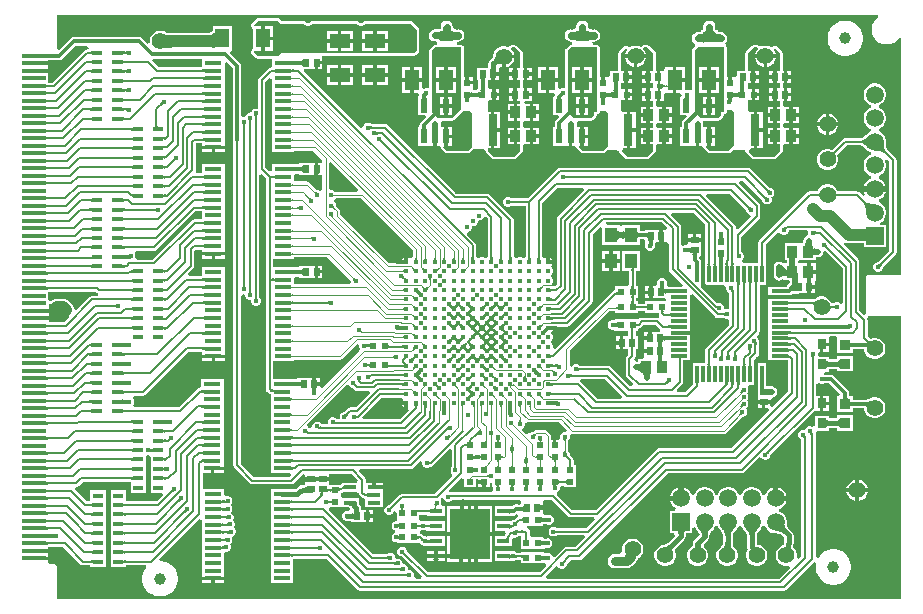
<source format=gtl>
G04*
G04 #@! TF.GenerationSoftware,Altium Limited,Altium Designer,24.4.1 (13)*
G04*
G04 Layer_Physical_Order=1*
G04 Layer_Color=255*
%FSLAX44Y44*%
%MOMM*%
G71*
G04*
G04 #@! TF.SameCoordinates,6542FF27-95F4-46AC-8F84-F2986E28DBEB*
G04*
G04*
G04 #@! TF.FilePolarity,Positive*
G04*
G01*
G75*
%ADD13C,0.2000*%
%ADD15C,0.1500*%
%ADD16R,0.5000X0.6000*%
%ADD17R,0.9000X1.0000*%
%ADD18R,1.4750X0.3000*%
%ADD19R,0.3000X1.4750*%
%ADD20R,0.6000X0.6400*%
%ADD21R,0.6000X0.5000*%
%ADD22R,1.4750X0.4500*%
%ADD23R,1.0500X0.4000*%
%ADD24R,0.6400X0.6000*%
%ADD25R,0.9000X0.4500*%
%ADD26R,0.6000X1.1500*%
%ADD27R,0.8000X2.7000*%
%ADD28R,1.0500X0.4500*%
%ADD29R,3.4500X4.3500*%
%ADD30R,1.2500X1.6500*%
%ADD31R,1.0000X0.9000*%
%ADD32C,0.4200*%
%ADD33R,1.8000X1.3000*%
%ADD34R,1.3000X1.8000*%
%ADD35R,0.8000X0.9000*%
%ADD36R,0.9500X0.9000*%
%ADD37R,2.0000X0.3800*%
%ADD38R,1.1000X1.3000*%
%ADD66C,1.4000*%
%ADD67C,1.0000*%
%ADD68C,0.1250*%
%ADD69C,0.3000*%
%ADD70C,0.5000*%
%ADD71C,1.0000*%
%ADD72C,0.8000*%
%ADD73C,0.4000*%
%ADD74C,0.6000*%
%ADD75C,1.5000*%
%ADD76R,1.5000X1.5000*%
G36*
X324683Y700292D02*
X325055Y700231D01*
X325617Y700177D01*
X328451Y700058D01*
X334899Y700000D01*
Y690000D01*
X324501Y689639D01*
Y700361D01*
X324683Y700292D01*
D02*
G37*
G36*
X366530Y689280D02*
X366431Y689417D01*
X366130Y689539D01*
X365630Y689647D01*
X364930Y689741D01*
X362930Y689885D01*
X356530Y690000D01*
Y700000D01*
X358434Y700050D01*
X360138Y700200D01*
X361642Y700450D01*
X362945Y700800D01*
X364049Y701250D01*
X364951Y701800D01*
X365654Y702450D01*
X366157Y703200D01*
X366459Y704050D01*
X366561Y705000D01*
X366530Y689280D01*
D02*
G37*
G36*
X262061Y684000D02*
X262046Y684142D01*
X262000Y684270D01*
X261923Y684382D01*
X261816Y684480D01*
X261678Y684562D01*
X261510Y684630D01*
X261311Y684682D01*
X261082Y684720D01*
X260821Y684742D01*
X260530Y684750D01*
Y686250D01*
X260821Y686257D01*
X261082Y686280D01*
X261311Y686317D01*
X261510Y686370D01*
X261678Y686437D01*
X261816Y686520D01*
X261923Y686617D01*
X262000Y686730D01*
X262046Y686857D01*
X262061Y687000D01*
Y684000D01*
D02*
G37*
G36*
X292194Y683929D02*
X292118Y684038D01*
X292026Y684135D01*
X291917Y684220D01*
X291792Y684295D01*
X291651Y684357D01*
X291494Y684409D01*
X291320Y684448D01*
X291130Y684477D01*
X290923Y684494D01*
X290700Y684500D01*
X291270Y686500D01*
X291496Y686503D01*
X292089Y686545D01*
X292258Y686571D01*
X292554Y686639D01*
X292681Y686682D01*
X292794Y686731D01*
X292893Y686785D01*
X292194Y683929D01*
D02*
G37*
G36*
X287990Y687310D02*
X288050Y687140D01*
X288150Y686990D01*
X288290Y686860D01*
X288470Y686750D01*
X288689Y686660D01*
X288950Y686590D01*
X289249Y686540D01*
X289590Y686510D01*
X289970Y686500D01*
Y684500D01*
X289590Y684490D01*
X289249Y684460D01*
X288950Y684410D01*
X288689Y684340D01*
X288470Y684250D01*
X288290Y684140D01*
X288150Y684010D01*
X288050Y683860D01*
X287990Y683690D01*
X287969Y683500D01*
Y687500D01*
X287990Y687310D01*
D02*
G37*
G36*
X928054Y715451D02*
X927209Y714887D01*
X927032Y714709D01*
X926823Y714570D01*
X925430Y713177D01*
X925291Y712968D01*
X925113Y712791D01*
X924019Y711153D01*
X923923Y710921D01*
X923783Y710712D01*
X923029Y708892D01*
X922980Y708646D01*
X922884Y708414D01*
X922500Y706482D01*
Y706231D01*
X922451Y705985D01*
Y704015D01*
X922500Y703769D01*
Y703518D01*
X922884Y701586D01*
X922980Y701354D01*
X923029Y701108D01*
X923783Y699288D01*
X923923Y699079D01*
X924019Y698847D01*
X925113Y697209D01*
X925291Y697032D01*
X925430Y696823D01*
X926823Y695430D01*
X927032Y695291D01*
X927209Y695113D01*
X928847Y694019D01*
X929079Y693923D01*
X929288Y693783D01*
X931108Y693029D01*
X931354Y692980D01*
X931586Y692884D01*
X933518Y692500D01*
X933769D01*
X934015Y692451D01*
X935985D01*
X936231Y692500D01*
X936482D01*
X938414Y692884D01*
X938646Y692980D01*
X938892Y693029D01*
X940712Y693783D01*
X940921Y693923D01*
X941153Y694019D01*
X942791Y695113D01*
X942968Y695291D01*
X943177Y695430D01*
X944570Y696823D01*
X944709Y697032D01*
X944887Y697209D01*
X945451Y698054D01*
X947451Y697447D01*
X947451Y497549D01*
X920000D01*
X919025Y497355D01*
X918198Y496802D01*
X917645Y495975D01*
X917451Y495000D01*
Y465000D01*
X917525Y464629D01*
X915682Y463644D01*
X912059Y467267D01*
Y508500D01*
X912059Y508500D01*
X911826Y509670D01*
X911163Y510663D01*
X911163Y510663D01*
X898740Y523085D01*
X899873Y524781D01*
X901066Y524287D01*
X902893Y524046D01*
X915500D01*
Y520500D01*
X934500D01*
Y539500D01*
X929813D01*
X929277Y541500D01*
X930833Y542398D01*
X932602Y544167D01*
X933853Y546333D01*
X934500Y548749D01*
Y551251D01*
X933853Y553667D01*
X932602Y555833D01*
X930833Y557602D01*
X928667Y558853D01*
X928248Y558965D01*
Y561035D01*
X928667Y561147D01*
X930833Y562398D01*
X932602Y564167D01*
X933853Y566333D01*
X934165Y567500D01*
X925000D01*
X915835D01*
X916147Y566333D01*
X916593Y565561D01*
X914993Y564333D01*
X912163Y567163D01*
X911171Y567826D01*
X910000Y568059D01*
X910000Y568059D01*
X893544D01*
X893497Y568063D01*
X893387Y568474D01*
X892202Y570526D01*
X890526Y572202D01*
X888474Y573387D01*
X886185Y574000D01*
X883815D01*
X881526Y573387D01*
X879474Y572202D01*
X877798Y570526D01*
X876613Y568474D01*
X876503Y568063D01*
X876456Y568059D01*
X870000D01*
X870000Y568059D01*
X868829Y567826D01*
X867837Y567163D01*
X867837Y567163D01*
X827337Y526663D01*
X826674Y525671D01*
X826441Y524500D01*
X826441Y524500D01*
Y507755D01*
X813166D01*
X812730Y508669D01*
X812553Y509755D01*
X813476Y510677D01*
X814100Y512184D01*
Y513815D01*
X813476Y515322D01*
X812322Y516476D01*
X812059Y516585D01*
Y529733D01*
X827163Y544837D01*
X827826Y545830D01*
X828059Y547000D01*
X828059Y547000D01*
Y556000D01*
X828059Y556000D01*
X827826Y557171D01*
X827163Y558163D01*
X827163Y558163D01*
X810385Y574941D01*
X811213Y576941D01*
X813733D01*
X829863Y560811D01*
X829867Y560806D01*
X829898Y560761D01*
X829900Y560758D01*
Y560185D01*
X830524Y558677D01*
X831678Y557524D01*
X833185Y556900D01*
X834816D01*
X836322Y557524D01*
X837476Y558677D01*
X838100Y560185D01*
Y561815D01*
X837528Y563195D01*
X838323Y563524D01*
X839476Y564678D01*
X840100Y566185D01*
Y567816D01*
X839476Y569323D01*
X838323Y570476D01*
X836815Y571100D01*
X836242D01*
X836239Y571102D01*
X836217Y571117D01*
X836170Y571156D01*
X820163Y587163D01*
X819171Y587826D01*
X818000Y588059D01*
X818000Y588059D01*
X658500D01*
X657329Y587826D01*
X656337Y587163D01*
X631233Y562059D01*
X617291D01*
X617285Y562060D01*
X617231Y562069D01*
X617228Y562070D01*
X616822Y562476D01*
X615316Y563100D01*
X613684D01*
X612178Y562476D01*
X611024Y561322D01*
X610400Y559815D01*
Y558185D01*
X611024Y556678D01*
X612178Y555524D01*
X613684Y554900D01*
X615316D01*
X616822Y555524D01*
X617228Y555930D01*
X617231Y555931D01*
X617258Y555936D01*
X617319Y555941D01*
X629441D01*
Y512309D01*
X627750Y511367D01*
X627193Y511605D01*
X626822Y511976D01*
X625316Y512600D01*
X623685D01*
X622178Y511976D01*
X621807Y511605D01*
X621250Y511367D01*
X619559Y512309D01*
Y543500D01*
X619559Y543500D01*
X619326Y544671D01*
X618663Y545663D01*
X618663Y545663D01*
X599163Y565163D01*
X598171Y565826D01*
X597000Y566059D01*
X597000Y566059D01*
X570767D01*
X512663Y624163D01*
X511670Y624826D01*
X510500Y625059D01*
X510500Y625059D01*
X498791D01*
X498785Y625060D01*
X498731Y625069D01*
X498728Y625070D01*
X498322Y625476D01*
X496815Y626100D01*
X495185D01*
X493677Y625476D01*
X492524Y624322D01*
X491900Y622816D01*
Y622254D01*
X489900Y621426D01*
X441374Y669952D01*
X442139Y671800D01*
X450900D01*
Y677000D01*
X452400D01*
Y678500D01*
X457400D01*
Y682200D01*
X459085Y682961D01*
X535000D01*
X535000Y682961D01*
X535780Y683116D01*
X536442Y683558D01*
X538942Y686058D01*
X539384Y686720D01*
X539539Y687500D01*
Y705000D01*
X539539Y705000D01*
X539384Y705780D01*
X538942Y706442D01*
X533942Y711442D01*
X533280Y711884D01*
X532500Y712039D01*
X493298D01*
X493298Y712039D01*
X492518Y711884D01*
X491856Y711442D01*
X491167Y710753D01*
X490410Y710439D01*
X489590D01*
X488833Y710753D01*
X488144Y711442D01*
X487482Y711884D01*
X486702Y712039D01*
X448298D01*
X448298Y712039D01*
X447518Y711884D01*
X446856Y711442D01*
X446167Y710753D01*
X445410Y710439D01*
X444590D01*
X443833Y710753D01*
X443144Y711442D01*
X442482Y711884D01*
X441702Y712039D01*
X423345D01*
X421442Y713942D01*
X420780Y714384D01*
X420000Y714539D01*
X402500D01*
X401720Y714384D01*
X401058Y713942D01*
X397578Y710462D01*
X397578Y710462D01*
X397136Y709800D01*
X396981Y709020D01*
X397136Y708240D01*
X397662Y706970D01*
X398104Y706308D01*
X398766Y705866D01*
X399000Y705819D01*
Y689181D01*
X398766Y689134D01*
X398104Y688692D01*
X397662Y688030D01*
X397136Y686760D01*
X396981Y685980D01*
X397136Y685200D01*
X397578Y684538D01*
X401058Y681058D01*
X401720Y680616D01*
X402500Y680461D01*
X414505D01*
Y673059D01*
X414000D01*
X412829Y672826D01*
X411837Y672163D01*
X411837Y672163D01*
X403837Y664163D01*
X403174Y663171D01*
X402941Y662000D01*
X402941Y662000D01*
Y638852D01*
X401815Y638100D01*
X400185D01*
X398678Y637476D01*
X397524Y636323D01*
X396900Y634816D01*
X395184Y634100D01*
X393677Y633476D01*
X392524Y632323D01*
X392113Y631330D01*
X390140Y631141D01*
X388569Y632595D01*
Y674000D01*
X388297Y675366D01*
X387523Y676523D01*
X378797Y685250D01*
X379625Y687250D01*
X381000D01*
Y707750D01*
X364500D01*
Y704907D01*
X364457Y704507D01*
X364321Y704123D01*
X364094Y703784D01*
X363716Y703435D01*
X363127Y703076D01*
X362293Y702736D01*
X361209Y702445D01*
X359881Y702225D01*
X358318Y702087D01*
X357311Y702060D01*
X332543D01*
X328502Y702097D01*
X325758Y702212D01*
X325459Y702241D01*
X323474Y703387D01*
X321185Y704000D01*
X318815D01*
X316526Y703387D01*
X314474Y702202D01*
X312798Y700526D01*
X311613Y698474D01*
X311000Y696185D01*
Y693875D01*
X310856Y693739D01*
X309185Y692862D01*
X304523Y697523D01*
X303366Y698297D01*
X302000Y698569D01*
X247000D01*
X245634Y698297D01*
X244477Y697523D01*
X234291Y687337D01*
X233703Y687443D01*
X233366Y687838D01*
X232488Y689692D01*
X232549Y690000D01*
Y717451D01*
X927447Y717451D01*
X928054Y715451D01*
D02*
G37*
G36*
X422500Y710000D02*
X441702D01*
X442678Y709024D01*
X444184Y708400D01*
X445816D01*
X447322Y709024D01*
X448298Y710000D01*
X486702D01*
X487678Y709024D01*
X489184Y708400D01*
X490816D01*
X492323Y709024D01*
X493298Y710000D01*
X532500D01*
X537500Y705000D01*
Y687500D01*
X535000Y685000D01*
X422500D01*
X420000Y682500D01*
X402500D01*
X399020Y685980D01*
X399546Y687250D01*
X405750D01*
Y697500D01*
Y707750D01*
X399546D01*
X399020Y709020D01*
X402500Y712500D01*
X420000D01*
X422500Y710000D01*
D02*
G37*
G36*
X222999Y684524D02*
X223090Y684462D01*
X223239Y684406D01*
X223449Y684358D01*
X223720Y684317D01*
X224440Y684258D01*
X225970Y684225D01*
Y681225D01*
X225399Y681221D01*
X223449Y681092D01*
X223239Y681044D01*
X223090Y680988D01*
X222999Y680926D01*
X222969Y680855D01*
Y684594D01*
X222999Y684524D01*
D02*
G37*
G36*
X259380Y689493D02*
X258842Y688304D01*
X258000D01*
X256927Y688090D01*
X256017Y687483D01*
X228664Y660129D01*
X225000D01*
Y668495D01*
X223449Y668392D01*
X223239Y668344D01*
X223090Y668288D01*
X222999Y668226D01*
X222969Y668156D01*
Y668525D01*
X213000D01*
Y671525D01*
X222969D01*
Y671895D01*
X222999Y671824D01*
X223090Y671761D01*
X223239Y671706D01*
X223449Y671658D01*
X223720Y671617D01*
X224440Y671558D01*
X225000Y671546D01*
Y672475D01*
Y674845D01*
X223449Y674742D01*
X223239Y674694D01*
X223090Y674639D01*
X222999Y674576D01*
X222969Y674505D01*
Y674875D01*
X213000D01*
Y677875D01*
X222969D01*
Y678244D01*
X222999Y678174D01*
X223090Y678111D01*
X223239Y678056D01*
X223449Y678008D01*
X223720Y677967D01*
X224440Y677908D01*
X225000Y677896D01*
Y679151D01*
X225079Y679156D01*
X234725D01*
X236091Y679428D01*
X237248Y680202D01*
X248478Y691431D01*
X258248D01*
X259380Y689493D01*
D02*
G37*
G36*
X262061Y676000D02*
X262046Y676142D01*
X262000Y676270D01*
X261923Y676382D01*
X261816Y676480D01*
X261678Y676562D01*
X261510Y676630D01*
X261311Y676682D01*
X261082Y676720D01*
X260821Y676742D01*
X260530Y676750D01*
Y678250D01*
X260821Y678257D01*
X261082Y678280D01*
X261311Y678317D01*
X261510Y678370D01*
X261678Y678437D01*
X261816Y678520D01*
X261923Y678617D01*
X262000Y678730D01*
X262046Y678857D01*
X262061Y679000D01*
Y676000D01*
D02*
G37*
G36*
X287990Y679310D02*
X288050Y679140D01*
X288150Y678990D01*
X288290Y678860D01*
X288470Y678750D01*
X288689Y678660D01*
X288950Y678590D01*
X289249Y678540D01*
X289590Y678510D01*
X289970Y678500D01*
Y676500D01*
X289590Y676490D01*
X289249Y676460D01*
X288950Y676410D01*
X288689Y676340D01*
X288470Y676250D01*
X288290Y676140D01*
X288150Y676010D01*
X288050Y675860D01*
X287990Y675690D01*
X287969Y675500D01*
Y679500D01*
X287990Y679310D01*
D02*
G37*
G36*
X431255Y678857D02*
X431344Y678755D01*
X431494Y678666D01*
X431704Y678589D01*
X431974Y678524D01*
X432304Y678470D01*
X432695Y678428D01*
X433655Y678381D01*
X434225Y678375D01*
Y675375D01*
X433655Y675367D01*
X432695Y675299D01*
X432304Y675240D01*
X431974Y675164D01*
X431704Y675071D01*
X431494Y674961D01*
X431344Y674835D01*
X431255Y674691D01*
X431225Y674530D01*
Y678969D01*
X431255Y678857D01*
D02*
G37*
G36*
X440630Y674000D02*
Y673875D01*
X440601Y674160D01*
X440510Y674415D01*
X440360Y674640D01*
X440150Y674835D01*
X439880Y675000D01*
X439551Y675135D01*
X439160Y675240D01*
X438711Y675315D01*
X438200Y675360D01*
X437631Y675375D01*
Y675500D01*
Y678375D01*
Y678500D01*
X438200Y678515D01*
X438711Y678560D01*
X439160Y678635D01*
X439551Y678740D01*
X439880Y678875D01*
X440150Y679040D01*
X440360Y679235D01*
X440510Y679460D01*
X440601Y679715D01*
X440630Y680000D01*
Y674000D01*
D02*
G37*
G36*
X355745Y673309D02*
X318592D01*
X313470Y678431D01*
X314298Y680431D01*
X355745D01*
Y673309D01*
D02*
G37*
G36*
X431214Y672060D02*
X431275Y671890D01*
X431377Y671740D01*
X431519Y671610D01*
X431702Y671500D01*
X431925Y671410D01*
X432189Y671340D01*
X432494Y671290D01*
X432839Y671260D01*
X433224Y671250D01*
Y669250D01*
X432839Y669240D01*
X432494Y669210D01*
X432189Y669160D01*
X431925Y669090D01*
X431702Y669000D01*
X431519Y668890D01*
X431377Y668760D01*
X431275Y668610D01*
X431214Y668440D01*
X431194Y668250D01*
Y672250D01*
X431214Y672060D01*
D02*
G37*
G36*
X357806Y668250D02*
X357786Y668440D01*
X357725Y668610D01*
X357623Y668760D01*
X357481Y668890D01*
X357298Y669000D01*
X357075Y669090D01*
X356811Y669160D01*
X356507Y669210D01*
X356161Y669240D01*
X355775Y669250D01*
Y671250D01*
X356161Y671260D01*
X356507Y671290D01*
X356811Y671340D01*
X357075Y671410D01*
X357298Y671500D01*
X357481Y671610D01*
X357623Y671740D01*
X357725Y671890D01*
X357786Y672060D01*
X357806Y672250D01*
Y668250D01*
D02*
G37*
G36*
X292894Y668215D02*
X292795Y668269D01*
X292682Y668318D01*
X292554Y668360D01*
X292413Y668397D01*
X292258Y668429D01*
X291905Y668474D01*
X291708Y668489D01*
X291270Y668500D01*
X290700Y670500D01*
X290923Y670506D01*
X291130Y670523D01*
X291320Y670551D01*
X291494Y670591D01*
X291651Y670643D01*
X291792Y670705D01*
X291917Y670780D01*
X292026Y670865D01*
X292118Y670962D01*
X292193Y671071D01*
X292894Y668215D01*
D02*
G37*
G36*
X416535Y668030D02*
X416516Y668215D01*
X416455Y668380D01*
X416356Y668525D01*
X416216Y668651D01*
X416035Y668758D01*
X415816Y668845D01*
X415555Y668913D01*
X415256Y668961D01*
X414916Y668990D01*
X414535Y669000D01*
Y671000D01*
X414920Y671010D01*
X415264Y671040D01*
X415568Y671090D01*
X415831Y671160D01*
X416054Y671250D01*
X416237Y671360D01*
X416380Y671490D01*
X416482Y671640D01*
X416544Y671810D01*
X416566Y672000D01*
X416535Y668030D01*
D02*
G37*
G36*
X262061Y668000D02*
X262046Y668142D01*
X262000Y668270D01*
X261923Y668382D01*
X261816Y668480D01*
X261678Y668562D01*
X261510Y668630D01*
X261311Y668682D01*
X261082Y668720D01*
X260821Y668742D01*
X260530Y668750D01*
Y670250D01*
X260821Y670257D01*
X261082Y670280D01*
X261311Y670317D01*
X261510Y670370D01*
X261678Y670437D01*
X261816Y670520D01*
X261923Y670617D01*
X262000Y670730D01*
X262046Y670857D01*
X262061Y671000D01*
Y668000D01*
D02*
G37*
G36*
X287990Y671310D02*
X288050Y671140D01*
X288150Y670990D01*
X288290Y670860D01*
X288470Y670750D01*
X288689Y670660D01*
X288950Y670590D01*
X289249Y670540D01*
X289590Y670510D01*
X289970Y670500D01*
Y668500D01*
X289590Y668490D01*
X289249Y668460D01*
X288950Y668410D01*
X288689Y668340D01*
X288470Y668250D01*
X288290Y668140D01*
X288150Y668010D01*
X288050Y667860D01*
X287990Y667690D01*
X287969Y667500D01*
Y671500D01*
X287990Y671310D01*
D02*
G37*
G36*
X431207Y664881D02*
X431245Y664775D01*
X431309Y664681D01*
X431399Y664600D01*
X431514Y664531D01*
X431655Y664475D01*
X431822Y664431D01*
X432014Y664400D01*
X432231Y664381D01*
X432475Y664375D01*
Y663125D01*
X432231Y663119D01*
X432014Y663100D01*
X431822Y663069D01*
X431655Y663025D01*
X431514Y662969D01*
X431399Y662900D01*
X431309Y662819D01*
X431245Y662725D01*
X431207Y662619D01*
X431194Y662500D01*
Y665000D01*
X431207Y664881D01*
D02*
G37*
G36*
X357806Y661750D02*
X357786Y661940D01*
X357725Y662110D01*
X357623Y662260D01*
X357481Y662390D01*
X357298Y662500D01*
X357075Y662590D01*
X356811Y662660D01*
X356507Y662710D01*
X356161Y662740D01*
X355775Y662750D01*
Y664750D01*
X356161Y664760D01*
X356507Y664790D01*
X356811Y664840D01*
X357075Y664910D01*
X357298Y665000D01*
X357481Y665110D01*
X357623Y665240D01*
X357725Y665390D01*
X357786Y665560D01*
X357806Y665750D01*
Y661750D01*
D02*
G37*
G36*
X262061Y660000D02*
X262046Y660142D01*
X262000Y660270D01*
X261923Y660382D01*
X261816Y660480D01*
X261678Y660563D01*
X261510Y660630D01*
X261311Y660682D01*
X261082Y660720D01*
X260821Y660742D01*
X260530Y660750D01*
Y662250D01*
X260821Y662258D01*
X261082Y662280D01*
X261311Y662317D01*
X261510Y662370D01*
X261678Y662437D01*
X261816Y662520D01*
X261923Y662617D01*
X262000Y662730D01*
X262046Y662857D01*
X262061Y663000D01*
Y660000D01*
D02*
G37*
G36*
X287990Y663310D02*
X288050Y663140D01*
X288150Y662990D01*
X288290Y662860D01*
X288470Y662750D01*
X288689Y662660D01*
X288950Y662590D01*
X289249Y662540D01*
X289590Y662510D01*
X289970Y662500D01*
Y660500D01*
X289590Y660490D01*
X289249Y660460D01*
X288950Y660410D01*
X288689Y660340D01*
X288470Y660250D01*
X288290Y660140D01*
X288150Y660010D01*
X288050Y659860D01*
X287990Y659690D01*
X287969Y659500D01*
Y663500D01*
X287990Y663310D01*
D02*
G37*
G36*
X431207Y658381D02*
X431245Y658275D01*
X431309Y658181D01*
X431399Y658100D01*
X431514Y658031D01*
X431655Y657975D01*
X431822Y657931D01*
X432014Y657900D01*
X432231Y657881D01*
X432475Y657875D01*
Y656625D01*
X432231Y656619D01*
X432014Y656600D01*
X431822Y656569D01*
X431655Y656525D01*
X431514Y656469D01*
X431399Y656400D01*
X431309Y656319D01*
X431245Y656225D01*
X431207Y656119D01*
X431194Y656000D01*
Y658500D01*
X431207Y658381D01*
D02*
G37*
G36*
X222954Y658682D02*
X223000Y658555D01*
X223077Y658443D01*
X223184Y658345D01*
X223322Y658262D01*
X223490Y658195D01*
X223689Y658142D01*
X223919Y658105D01*
X224179Y658083D01*
X224470Y658075D01*
Y656575D01*
X224179Y656568D01*
X223919Y656545D01*
X223689Y656507D01*
X223490Y656455D01*
X223322Y656387D01*
X223184Y656305D01*
X223077Y656208D01*
X223000Y656095D01*
X222954Y655967D01*
X222939Y655825D01*
Y658825D01*
X222954Y658682D01*
D02*
G37*
G36*
X357806Y655250D02*
X357786Y655440D01*
X357725Y655610D01*
X357623Y655760D01*
X357481Y655890D01*
X357298Y656000D01*
X357075Y656090D01*
X356811Y656160D01*
X356507Y656210D01*
X356161Y656240D01*
X355775Y656250D01*
Y658250D01*
X356161Y658260D01*
X356507Y658290D01*
X356811Y658340D01*
X357075Y658410D01*
X357298Y658500D01*
X357481Y658610D01*
X357623Y658740D01*
X357725Y658890D01*
X357786Y659060D01*
X357806Y659250D01*
Y655250D01*
D02*
G37*
G36*
X292893Y652215D02*
X292794Y652269D01*
X292682Y652318D01*
X292554Y652360D01*
X292413Y652398D01*
X292258Y652429D01*
X291905Y652474D01*
X291708Y652489D01*
X291270Y652500D01*
X290700Y654500D01*
X290923Y654506D01*
X291130Y654523D01*
X291320Y654551D01*
X291494Y654591D01*
X291651Y654643D01*
X291792Y654705D01*
X291917Y654780D01*
X292026Y654865D01*
X292118Y654962D01*
X292193Y655071D01*
X292893Y652215D01*
D02*
G37*
G36*
X262061Y652000D02*
X262046Y652142D01*
X262000Y652270D01*
X261923Y652383D01*
X261816Y652480D01*
X261678Y652562D01*
X261510Y652630D01*
X261311Y652682D01*
X261082Y652720D01*
X260821Y652742D01*
X260530Y652750D01*
Y654250D01*
X260821Y654258D01*
X261082Y654280D01*
X261311Y654317D01*
X261510Y654370D01*
X261678Y654437D01*
X261816Y654520D01*
X261923Y654617D01*
X262000Y654730D01*
X262046Y654857D01*
X262061Y655000D01*
Y652000D01*
D02*
G37*
G36*
X287990Y655310D02*
X288050Y655140D01*
X288150Y654990D01*
X288290Y654860D01*
X288470Y654750D01*
X288689Y654660D01*
X288950Y654590D01*
X289249Y654540D01*
X289590Y654510D01*
X289970Y654500D01*
Y652500D01*
X289590Y652490D01*
X289249Y652460D01*
X288950Y652410D01*
X288689Y652340D01*
X288470Y652250D01*
X288290Y652140D01*
X288150Y652010D01*
X288050Y651860D01*
X287990Y651690D01*
X287969Y651500D01*
Y655500D01*
X287990Y655310D01*
D02*
G37*
G36*
X431207Y651881D02*
X431245Y651775D01*
X431309Y651681D01*
X431399Y651600D01*
X431514Y651531D01*
X431655Y651475D01*
X431822Y651431D01*
X432014Y651400D01*
X432231Y651381D01*
X432475Y651375D01*
Y650125D01*
X432231Y650119D01*
X432014Y650100D01*
X431822Y650069D01*
X431655Y650025D01*
X431514Y649969D01*
X431399Y649900D01*
X431309Y649819D01*
X431245Y649725D01*
X431207Y649619D01*
X431194Y649500D01*
Y652000D01*
X431207Y651881D01*
D02*
G37*
G36*
X222954Y652333D02*
X223000Y652205D01*
X223077Y652093D01*
X223184Y651995D01*
X223322Y651913D01*
X223490Y651845D01*
X223689Y651793D01*
X223919Y651755D01*
X224179Y651732D01*
X224470Y651725D01*
Y650225D01*
X224179Y650218D01*
X223919Y650195D01*
X223689Y650157D01*
X223490Y650105D01*
X223322Y650038D01*
X223184Y649955D01*
X223077Y649857D01*
X223000Y649745D01*
X222954Y649617D01*
X222939Y649475D01*
Y652475D01*
X222954Y652333D01*
D02*
G37*
G36*
X357806Y648750D02*
X357786Y648940D01*
X357725Y649110D01*
X357623Y649260D01*
X357481Y649390D01*
X357298Y649500D01*
X357075Y649590D01*
X356811Y649660D01*
X356507Y649710D01*
X356161Y649740D01*
X355775Y649750D01*
Y651750D01*
X356161Y651760D01*
X356507Y651790D01*
X356811Y651840D01*
X357075Y651910D01*
X357298Y652000D01*
X357481Y652110D01*
X357623Y652240D01*
X357725Y652390D01*
X357786Y652560D01*
X357806Y652750D01*
Y648750D01*
D02*
G37*
G36*
X262061Y644000D02*
X262046Y644143D01*
X262000Y644270D01*
X261923Y644382D01*
X261816Y644480D01*
X261678Y644563D01*
X261510Y644630D01*
X261311Y644682D01*
X261082Y644720D01*
X260821Y644743D01*
X260530Y644750D01*
Y646250D01*
X260821Y646257D01*
X261082Y646280D01*
X261311Y646318D01*
X261510Y646370D01*
X261678Y646438D01*
X261816Y646520D01*
X261923Y646618D01*
X262000Y646730D01*
X262046Y646858D01*
X262061Y647000D01*
Y644000D01*
D02*
G37*
G36*
X287990Y647310D02*
X288050Y647140D01*
X288150Y646990D01*
X288290Y646860D01*
X288470Y646750D01*
X288689Y646660D01*
X288950Y646590D01*
X289249Y646540D01*
X289590Y646510D01*
X289970Y646500D01*
Y644500D01*
X289590Y644490D01*
X289249Y644460D01*
X288950Y644410D01*
X288689Y644340D01*
X288470Y644250D01*
X288290Y644140D01*
X288150Y644010D01*
X288050Y643860D01*
X287990Y643690D01*
X287969Y643500D01*
Y647500D01*
X287990Y647310D01*
D02*
G37*
G36*
X222954Y645983D02*
X223000Y645855D01*
X223077Y645742D01*
X223184Y645645D01*
X223322Y645563D01*
X223490Y645495D01*
X223689Y645443D01*
X223919Y645405D01*
X224179Y645383D01*
X224470Y645375D01*
Y643875D01*
X224179Y643867D01*
X223919Y643845D01*
X223689Y643808D01*
X223490Y643755D01*
X223322Y643688D01*
X223184Y643605D01*
X223077Y643508D01*
X223000Y643395D01*
X222954Y643268D01*
X222939Y643125D01*
Y646125D01*
X222954Y645983D01*
D02*
G37*
G36*
X431207Y645381D02*
X431245Y645275D01*
X431309Y645181D01*
X431399Y645100D01*
X431514Y645031D01*
X431655Y644975D01*
X431822Y644931D01*
X432014Y644900D01*
X432231Y644881D01*
X432475Y644875D01*
Y643625D01*
X432231Y643619D01*
X432014Y643600D01*
X431822Y643569D01*
X431655Y643525D01*
X431514Y643469D01*
X431399Y643400D01*
X431309Y643319D01*
X431245Y643225D01*
X431207Y643119D01*
X431194Y643000D01*
Y645500D01*
X431207Y645381D01*
D02*
G37*
G36*
X357806Y642250D02*
X357786Y642440D01*
X357725Y642610D01*
X357623Y642760D01*
X357481Y642890D01*
X357298Y643000D01*
X357075Y643090D01*
X356811Y643160D01*
X356507Y643210D01*
X356161Y643240D01*
X355775Y643250D01*
Y645250D01*
X356161Y645260D01*
X356507Y645290D01*
X356811Y645340D01*
X357075Y645410D01*
X357298Y645500D01*
X357481Y645610D01*
X357623Y645740D01*
X357725Y645890D01*
X357786Y646060D01*
X357806Y646250D01*
Y642250D01*
D02*
G37*
G36*
X322979Y641900D02*
X322846Y641893D01*
X322710Y641870D01*
X322570Y641831D01*
X322428Y641775D01*
X322283Y641702D01*
X322134Y641614D01*
X321983Y641509D01*
X321828Y641388D01*
X321671Y641250D01*
X321510Y641096D01*
X320096Y642510D01*
X320250Y642671D01*
X320509Y642983D01*
X320614Y643134D01*
X320702Y643283D01*
X320775Y643428D01*
X320830Y643570D01*
X320870Y643710D01*
X320893Y643846D01*
X320900Y643979D01*
X322979Y641900D01*
D02*
G37*
G36*
X222954Y639632D02*
X223000Y639505D01*
X223077Y639393D01*
X223184Y639295D01*
X223322Y639212D01*
X223490Y639145D01*
X223689Y639092D01*
X223919Y639055D01*
X224179Y639033D01*
X224470Y639025D01*
Y637525D01*
X224179Y637518D01*
X223919Y637495D01*
X223689Y637458D01*
X223490Y637405D01*
X223322Y637337D01*
X223184Y637255D01*
X223077Y637158D01*
X223000Y637045D01*
X222954Y636917D01*
X222939Y636775D01*
Y639775D01*
X222954Y639632D01*
D02*
G37*
G36*
X431207Y638881D02*
X431245Y638775D01*
X431309Y638681D01*
X431399Y638600D01*
X431514Y638531D01*
X431655Y638475D01*
X431822Y638431D01*
X432014Y638400D01*
X432231Y638381D01*
X432475Y638375D01*
Y637125D01*
X432231Y637119D01*
X432014Y637100D01*
X431822Y637069D01*
X431655Y637025D01*
X431514Y636969D01*
X431399Y636900D01*
X431309Y636819D01*
X431245Y636725D01*
X431207Y636619D01*
X431194Y636500D01*
Y639000D01*
X431207Y638881D01*
D02*
G37*
G36*
X292193Y635929D02*
X292118Y636038D01*
X292026Y636135D01*
X291917Y636220D01*
X291792Y636295D01*
X291651Y636357D01*
X291494Y636409D01*
X291320Y636449D01*
X291130Y636477D01*
X290923Y636494D01*
X290700Y636500D01*
X291270Y638500D01*
X291496Y638503D01*
X292089Y638546D01*
X292258Y638571D01*
X292554Y638639D01*
X292682Y638682D01*
X292794Y638731D01*
X292893Y638785D01*
X292193Y635929D01*
D02*
G37*
G36*
X357806Y635750D02*
X357786Y635940D01*
X357725Y636110D01*
X357623Y636260D01*
X357481Y636390D01*
X357298Y636500D01*
X357075Y636590D01*
X356811Y636660D01*
X356507Y636710D01*
X356161Y636740D01*
X355775Y636750D01*
Y638750D01*
X356161Y638760D01*
X356507Y638790D01*
X356811Y638840D01*
X357075Y638910D01*
X357298Y639000D01*
X357481Y639110D01*
X357623Y639240D01*
X357725Y639390D01*
X357786Y639560D01*
X357806Y639750D01*
Y635750D01*
D02*
G37*
G36*
X287990Y639310D02*
X288050Y639140D01*
X288150Y638990D01*
X288290Y638860D01*
X288470Y638750D01*
X288689Y638660D01*
X288950Y638590D01*
X289249Y638540D01*
X289590Y638510D01*
X289970Y638500D01*
Y636500D01*
X289590Y636490D01*
X289249Y636460D01*
X288950Y636410D01*
X288689Y636340D01*
X288470Y636250D01*
X288290Y636140D01*
X288150Y636010D01*
X288050Y635860D01*
X287990Y635690D01*
X287969Y635500D01*
Y639500D01*
X287990Y639310D01*
D02*
G37*
G36*
X262061Y635500D02*
X262041Y635690D01*
X261980Y635860D01*
X261878Y636010D01*
X261736Y636140D01*
X261553Y636250D01*
X261330Y636340D01*
X261066Y636410D01*
X260762Y636460D01*
X260416Y636490D01*
X260030Y636500D01*
Y638500D01*
X260416Y638510D01*
X260762Y638540D01*
X261066Y638590D01*
X261330Y638660D01*
X261553Y638750D01*
X261736Y638860D01*
X261878Y638990D01*
X261980Y639140D01*
X262041Y639310D01*
X262061Y639500D01*
Y635500D01*
D02*
G37*
G36*
X402381Y632401D02*
X402301Y632289D01*
X402230Y632162D01*
X402169Y632022D01*
X402118Y631868D01*
X402075Y631701D01*
X402042Y631519D01*
X402019Y631325D01*
X402005Y631116D01*
X402000Y630893D01*
X400000D01*
X399995Y631116D01*
X399958Y631519D01*
X399925Y631701D01*
X399883Y631868D01*
X399831Y632022D01*
X399770Y632162D01*
X399699Y632289D01*
X399619Y632401D01*
X399530Y632500D01*
X402470D01*
X402381Y632401D01*
D02*
G37*
G36*
X222954Y633283D02*
X223000Y633155D01*
X223077Y633042D01*
X223184Y632945D01*
X223322Y632863D01*
X223490Y632795D01*
X223689Y632743D01*
X223919Y632705D01*
X224179Y632682D01*
X224470Y632675D01*
Y631175D01*
X224179Y631167D01*
X223919Y631145D01*
X223689Y631107D01*
X223490Y631055D01*
X223322Y630988D01*
X223184Y630905D01*
X223077Y630807D01*
X223000Y630695D01*
X222954Y630568D01*
X222939Y630425D01*
Y633425D01*
X222954Y633283D01*
D02*
G37*
G36*
X431207Y632381D02*
X431245Y632275D01*
X431309Y632181D01*
X431399Y632100D01*
X431514Y632031D01*
X431655Y631975D01*
X431822Y631931D01*
X432014Y631900D01*
X432231Y631881D01*
X432475Y631875D01*
Y630625D01*
X432231Y630619D01*
X432014Y630600D01*
X431822Y630569D01*
X431655Y630525D01*
X431514Y630469D01*
X431399Y630400D01*
X431309Y630319D01*
X431245Y630225D01*
X431207Y630119D01*
X431194Y630000D01*
Y632500D01*
X431207Y632381D01*
D02*
G37*
G36*
X357806Y629250D02*
X357786Y629440D01*
X357725Y629610D01*
X357623Y629760D01*
X357481Y629890D01*
X357298Y630000D01*
X357075Y630090D01*
X356811Y630160D01*
X356507Y630210D01*
X356161Y630240D01*
X355775Y630250D01*
Y632250D01*
X356161Y632260D01*
X356507Y632290D01*
X356811Y632340D01*
X357075Y632410D01*
X357298Y632500D01*
X357481Y632610D01*
X357623Y632740D01*
X357725Y632890D01*
X357786Y633060D01*
X357806Y633250D01*
Y629250D01*
D02*
G37*
G36*
X262061Y628000D02*
X262046Y628143D01*
X262000Y628270D01*
X261923Y628382D01*
X261816Y628480D01*
X261678Y628563D01*
X261510Y628630D01*
X261311Y628683D01*
X261082Y628720D01*
X260821Y628742D01*
X260530Y628750D01*
Y630250D01*
X260821Y630257D01*
X261082Y630280D01*
X261311Y630317D01*
X261510Y630370D01*
X261678Y630438D01*
X261816Y630520D01*
X261923Y630617D01*
X262000Y630730D01*
X262046Y630858D01*
X262061Y631000D01*
Y628000D01*
D02*
G37*
G36*
X287990Y631310D02*
X288050Y631140D01*
X288150Y630990D01*
X288290Y630860D01*
X288470Y630750D01*
X288689Y630660D01*
X288950Y630590D01*
X289249Y630540D01*
X289590Y630510D01*
X289970Y630500D01*
Y628500D01*
X289590Y628490D01*
X289249Y628460D01*
X288950Y628410D01*
X288689Y628340D01*
X288470Y628250D01*
X288290Y628140D01*
X288150Y628010D01*
X288050Y627860D01*
X287990Y627690D01*
X287969Y627500D01*
Y631500D01*
X287990Y631310D01*
D02*
G37*
G36*
X397381Y628401D02*
X397301Y628289D01*
X397230Y628162D01*
X397169Y628022D01*
X397118Y627868D01*
X397075Y627701D01*
X397042Y627519D01*
X397019Y627324D01*
X397005Y627116D01*
X397000Y626893D01*
X395000D01*
X394995Y627116D01*
X394958Y627519D01*
X394925Y627701D01*
X394883Y627868D01*
X394831Y628022D01*
X394770Y628162D01*
X394699Y628289D01*
X394619Y628401D01*
X394530Y628500D01*
X397470D01*
X397381Y628401D01*
D02*
G37*
G36*
X222954Y626932D02*
X223000Y626805D01*
X223077Y626693D01*
X223184Y626595D01*
X223322Y626512D01*
X223490Y626445D01*
X223689Y626393D01*
X223919Y626355D01*
X224179Y626333D01*
X224470Y626325D01*
Y624825D01*
X224179Y624818D01*
X223919Y624795D01*
X223689Y624757D01*
X223490Y624705D01*
X223322Y624637D01*
X223184Y624555D01*
X223077Y624458D01*
X223000Y624345D01*
X222954Y624217D01*
X222939Y624075D01*
Y627075D01*
X222954Y626932D01*
D02*
G37*
G36*
X392381Y625401D02*
X392301Y625289D01*
X392230Y625162D01*
X392169Y625022D01*
X392118Y624868D01*
X392075Y624701D01*
X392042Y624519D01*
X392019Y624324D01*
X392005Y624116D01*
X392000Y623893D01*
X390000D01*
X389995Y624116D01*
X389958Y624519D01*
X389925Y624701D01*
X389883Y624868D01*
X389831Y625022D01*
X389770Y625162D01*
X389699Y625289D01*
X389619Y625401D01*
X389530Y625500D01*
X392470D01*
X392381Y625401D01*
D02*
G37*
G36*
X431207Y625881D02*
X431245Y625775D01*
X431309Y625681D01*
X431399Y625600D01*
X431514Y625531D01*
X431655Y625475D01*
X431822Y625431D01*
X432014Y625400D01*
X432231Y625381D01*
X432475Y625375D01*
Y624125D01*
X432231Y624119D01*
X432014Y624100D01*
X431822Y624069D01*
X431655Y624025D01*
X431514Y623969D01*
X431399Y623900D01*
X431309Y623819D01*
X431245Y623725D01*
X431207Y623619D01*
X431194Y623500D01*
Y626000D01*
X431207Y625881D01*
D02*
G37*
G36*
X357806Y622750D02*
X357786Y622940D01*
X357725Y623110D01*
X357623Y623260D01*
X357481Y623390D01*
X357298Y623500D01*
X357075Y623590D01*
X356811Y623660D01*
X356507Y623710D01*
X356161Y623740D01*
X355775Y623750D01*
Y625750D01*
X356161Y625760D01*
X356507Y625790D01*
X356811Y625840D01*
X357075Y625910D01*
X357298Y626000D01*
X357481Y626110D01*
X357623Y626240D01*
X357725Y626390D01*
X357786Y626560D01*
X357806Y626750D01*
Y622750D01*
D02*
G37*
G36*
X317588Y624334D02*
X317618Y623988D01*
X317668Y623684D01*
X317738Y623420D01*
X317828Y623196D01*
X317938Y623014D01*
X318068Y622872D01*
X318218Y622770D01*
X318388Y622709D01*
X318578Y622689D01*
X314578D01*
X314768Y622709D01*
X314938Y622770D01*
X315088Y622872D01*
X315218Y623014D01*
X315328Y623196D01*
X315418Y623420D01*
X315488Y623684D01*
X315538Y623988D01*
X315568Y624334D01*
X315578Y624719D01*
X317578D01*
X317588Y624334D01*
D02*
G37*
G36*
X497599Y623381D02*
X497711Y623301D01*
X497838Y623230D01*
X497978Y623169D01*
X498132Y623117D01*
X498299Y623075D01*
X498481Y623042D01*
X498675Y623019D01*
X498884Y623005D01*
X499107Y623000D01*
Y621000D01*
X498884Y620995D01*
X498481Y620958D01*
X498299Y620925D01*
X498132Y620882D01*
X497978Y620831D01*
X497838Y620770D01*
X497711Y620699D01*
X497599Y620619D01*
X497500Y620530D01*
Y623470D01*
X497599Y623381D01*
D02*
G37*
G36*
X297061Y618500D02*
X297041Y618690D01*
X296980Y618860D01*
X296878Y619010D01*
X296736Y619140D01*
X296553Y619250D01*
X296330Y619340D01*
X296066Y619410D01*
X295762Y619460D01*
X295416Y619490D01*
X295030Y619500D01*
Y621500D01*
X295416Y621510D01*
X295762Y621540D01*
X296066Y621590D01*
X296330Y621660D01*
X296553Y621750D01*
X296736Y621860D01*
X296878Y621990D01*
X296980Y622140D01*
X297041Y622310D01*
X297061Y622500D01*
Y618500D01*
D02*
G37*
G36*
X222990Y620929D02*
X223050Y620782D01*
X223150Y620651D01*
X223290Y620538D01*
X223470Y620442D01*
X223689Y620364D01*
X223950Y620303D01*
X224249Y620260D01*
X224590Y620234D01*
X224970Y620225D01*
Y618225D01*
X224590Y618216D01*
X224249Y618190D01*
X223950Y618147D01*
X223689Y618086D01*
X223470Y618008D01*
X223290Y617912D01*
X223150Y617799D01*
X223050Y617668D01*
X222990Y617521D01*
X222969Y617355D01*
Y621095D01*
X222990Y620929D01*
D02*
G37*
G36*
X431207Y619131D02*
X431245Y619025D01*
X431309Y618931D01*
X431399Y618850D01*
X431514Y618781D01*
X431655Y618725D01*
X431822Y618681D01*
X432014Y618650D01*
X432231Y618631D01*
X432475Y618625D01*
Y617375D01*
X432231Y617369D01*
X432014Y617350D01*
X431822Y617319D01*
X431655Y617275D01*
X431514Y617219D01*
X431399Y617150D01*
X431309Y617069D01*
X431245Y616975D01*
X431207Y616869D01*
X431194Y616750D01*
Y619250D01*
X431207Y619131D01*
D02*
G37*
G36*
X357775Y616031D02*
X357756Y616215D01*
X357696Y616380D01*
X357595Y616525D01*
X357455Y616651D01*
X357276Y616758D01*
X357056Y616845D01*
X356796Y616913D01*
X356496Y616961D01*
X356156Y616990D01*
X355775Y617000D01*
Y619000D01*
X356160Y619010D01*
X356504Y619040D01*
X356808Y619090D01*
X357071Y619160D01*
X357295Y619250D01*
X357477Y619360D01*
X357620Y619490D01*
X357722Y619640D01*
X357784Y619810D01*
X357806Y620000D01*
X357775Y616031D01*
D02*
G37*
G36*
X502599Y618381D02*
X502711Y618301D01*
X502838Y618230D01*
X502978Y618169D01*
X503132Y618117D01*
X503299Y618075D01*
X503481Y618042D01*
X503675Y618019D01*
X503884Y618005D01*
X504107Y618000D01*
Y616000D01*
X503884Y615995D01*
X503481Y615958D01*
X503299Y615925D01*
X503132Y615882D01*
X502978Y615831D01*
X502838Y615770D01*
X502711Y615699D01*
X502599Y615619D01*
X502500Y615530D01*
Y618470D01*
X502599Y618381D01*
D02*
G37*
G36*
X222954Y614232D02*
X223000Y614105D01*
X223077Y613993D01*
X223184Y613895D01*
X223322Y613812D01*
X223490Y613745D01*
X223689Y613693D01*
X223919Y613655D01*
X224179Y613633D01*
X224470Y613625D01*
Y612125D01*
X224179Y612118D01*
X223919Y612095D01*
X223689Y612057D01*
X223490Y612005D01*
X223322Y611937D01*
X223184Y611855D01*
X223077Y611758D01*
X223000Y611645D01*
X222954Y611517D01*
X222939Y611375D01*
Y614375D01*
X222954Y614232D01*
D02*
G37*
G36*
X297061Y611000D02*
X297046Y611142D01*
X297000Y611270D01*
X296923Y611382D01*
X296816Y611480D01*
X296678Y611562D01*
X296510Y611630D01*
X296311Y611682D01*
X296082Y611720D01*
X295821Y611742D01*
X295530Y611750D01*
Y613250D01*
X295821Y613257D01*
X296082Y613280D01*
X296311Y613317D01*
X296510Y613370D01*
X296678Y613437D01*
X296816Y613520D01*
X296923Y613617D01*
X297000Y613730D01*
X297046Y613857D01*
X297061Y614000D01*
Y611000D01*
D02*
G37*
G36*
X322988Y614524D02*
X323044Y614378D01*
X323137Y614249D01*
X323267Y614138D01*
X323434Y614043D01*
X323639Y613966D01*
X323880Y613906D01*
X324159Y613863D01*
X324475Y613837D01*
X324828Y613828D01*
Y611828D01*
X324475Y611820D01*
X324159Y611794D01*
X323880Y611751D01*
X323639Y611691D01*
X323434Y611614D01*
X323267Y611519D01*
X323137Y611408D01*
X323044Y611279D01*
X322988Y611133D01*
X322970Y610970D01*
Y614687D01*
X322988Y614524D01*
D02*
G37*
G36*
X431207Y612881D02*
X431245Y612775D01*
X431309Y612681D01*
X431399Y612600D01*
X431514Y612531D01*
X431655Y612475D01*
X431822Y612431D01*
X432014Y612400D01*
X432231Y612381D01*
X432475Y612375D01*
Y611125D01*
X432231Y611119D01*
X432014Y611100D01*
X431822Y611069D01*
X431655Y611025D01*
X431514Y610969D01*
X431399Y610900D01*
X431309Y610819D01*
X431245Y610725D01*
X431207Y610619D01*
X431194Y610500D01*
Y613000D01*
X431207Y612881D01*
D02*
G37*
G36*
X357806Y609750D02*
X357786Y609940D01*
X357725Y610110D01*
X357623Y610260D01*
X357481Y610390D01*
X357298Y610500D01*
X357075Y610590D01*
X356811Y610660D01*
X356507Y610710D01*
X356161Y610740D01*
X355775Y610750D01*
Y612750D01*
X356161Y612760D01*
X356507Y612790D01*
X356811Y612840D01*
X357075Y612910D01*
X357298Y613000D01*
X357481Y613110D01*
X357623Y613240D01*
X357725Y613390D01*
X357786Y613560D01*
X357806Y613750D01*
Y609750D01*
D02*
G37*
G36*
X381431Y672522D02*
Y611783D01*
X381703Y610417D01*
X381941Y610061D01*
Y336000D01*
X381941Y336000D01*
X382174Y334829D01*
X382837Y333837D01*
X395837Y320837D01*
X395837Y320837D01*
X396829Y320174D01*
X398000Y319941D01*
X431000D01*
X431000Y319941D01*
X432170Y320174D01*
X433163Y320837D01*
X440800Y328474D01*
X442800Y327814D01*
Y325900D01*
X444141D01*
X444372Y326040D01*
X444585Y326235D01*
X444737Y326460D01*
X444829Y326715D01*
X444861Y327000D01*
X444855Y325900D01*
X448000D01*
Y322900D01*
X444838D01*
X444831Y321431D01*
X444800Y321634D01*
X444711Y321815D01*
X444561Y321976D01*
X444351Y322115D01*
X444081Y322233D01*
X443750Y322329D01*
X443360Y322404D01*
X442910Y322457D01*
X442800Y322464D01*
Y319428D01*
X442608Y319393D01*
X441822Y319329D01*
X440791D01*
X439231Y319018D01*
X437908Y318134D01*
X437908Y318134D01*
X437701Y317928D01*
X436898Y317768D01*
X435575Y316884D01*
X435575Y316884D01*
X434736Y316045D01*
X432755Y316000D01*
Y316000D01*
X430804D01*
X430767Y316008D01*
X430746Y316005D01*
X430724Y316009D01*
X430681Y316000D01*
X414005D01*
Y307500D01*
Y301000D01*
Y294500D01*
Y288000D01*
Y281500D01*
Y275000D01*
Y268500D01*
Y262000D01*
Y255500D01*
Y249000D01*
Y242500D01*
Y236000D01*
X432755D01*
Y242500D01*
Y249000D01*
Y256691D01*
X460983D01*
X486837Y230837D01*
X487830Y230174D01*
X489000Y229941D01*
X489000Y229941D01*
X848000D01*
X848000Y229941D01*
X849171Y230174D01*
X850163Y230837D01*
X873497Y254171D01*
X875340Y253186D01*
X875000Y251477D01*
Y248523D01*
X875576Y245625D01*
X876707Y242895D01*
X878349Y240438D01*
X880438Y238349D01*
X882895Y236707D01*
X885625Y235576D01*
X888523Y235000D01*
X891477D01*
X894375Y235576D01*
X897105Y236707D01*
X899562Y238349D01*
X901651Y240438D01*
X903293Y242895D01*
X904424Y245625D01*
X905000Y248523D01*
Y251477D01*
X904424Y254375D01*
X903293Y257105D01*
X901651Y259562D01*
X899562Y261651D01*
X897105Y263293D01*
X894375Y264424D01*
X891477Y265000D01*
X888523D01*
X885625Y264424D01*
X882895Y263293D01*
X880438Y261651D01*
X878349Y259562D01*
X877059Y257631D01*
X875059Y258238D01*
Y362728D01*
X875005Y363000D01*
X876177Y364792D01*
X876491Y365000D01*
X886000D01*
Y367468D01*
X886063Y367494D01*
X886363Y367575D01*
X886787Y367646D01*
X887082Y367672D01*
X892176D01*
X892476Y367645D01*
X892906Y367574D01*
X893211Y367493D01*
X893250Y367477D01*
Y365500D01*
X906750D01*
Y378500D01*
X893250D01*
Y376023D01*
X893211Y376007D01*
X892906Y375926D01*
X892476Y375855D01*
X892176Y375828D01*
X887082D01*
X886787Y375854D01*
X886363Y375925D01*
X886063Y376006D01*
X886000Y376032D01*
Y378000D01*
X874000D01*
Y369627D01*
X873245Y369109D01*
X872000Y368609D01*
X870816Y369100D01*
X869184D01*
X867678Y368476D01*
X866524Y367323D01*
X864816Y366100D01*
X863185D01*
X861678Y365476D01*
X860524Y364323D01*
X859900Y362816D01*
Y361185D01*
X860524Y359678D01*
X861678Y358524D01*
X862941Y358001D01*
Y259267D01*
X860551Y256877D01*
X858758Y257912D01*
X859000Y258815D01*
Y261185D01*
X858387Y263474D01*
X857202Y265526D01*
X856158Y266570D01*
X856131Y266682D01*
X856093Y266907D01*
X855998Y268368D01*
X856012Y268390D01*
X856323Y269950D01*
Y276756D01*
X856012Y278316D01*
X855128Y279639D01*
X855128Y279639D01*
X851805Y282962D01*
X851600Y283241D01*
X851365Y283639D01*
X851153Y284084D01*
X850969Y284580D01*
X850815Y285131D01*
X850692Y285739D01*
X850603Y286404D01*
X850552Y287126D01*
X850539Y287957D01*
X850500Y288136D01*
Y289251D01*
X849853Y291667D01*
X848602Y293833D01*
X846833Y295602D01*
X844667Y296852D01*
X844248Y296965D01*
Y299035D01*
X844667Y299147D01*
X846833Y300398D01*
X848602Y302167D01*
X849853Y304333D01*
X850165Y305500D01*
X841000D01*
Y308000D01*
X838500D01*
Y317165D01*
X837333Y316853D01*
X835167Y315602D01*
X833398Y313833D01*
X832147Y311667D01*
X832035Y311248D01*
X829965D01*
X829853Y311667D01*
X828602Y313833D01*
X826833Y315602D01*
X824667Y316853D01*
X822251Y317500D01*
X819749D01*
X817333Y316853D01*
X815167Y315602D01*
X813398Y313833D01*
X812147Y311667D01*
X812035Y311248D01*
X809965D01*
X809853Y311667D01*
X808602Y313833D01*
X806833Y315602D01*
X804667Y316853D01*
X802251Y317500D01*
X799749D01*
X797333Y316853D01*
X795167Y315602D01*
X793398Y313833D01*
X792147Y311667D01*
X792035Y311248D01*
X789965D01*
X789853Y311667D01*
X788602Y313833D01*
X786833Y315602D01*
X784667Y316853D01*
X782251Y317500D01*
X779749D01*
X777333Y316853D01*
X775167Y315602D01*
X773398Y313833D01*
X772148Y311667D01*
X772035Y311248D01*
X769965D01*
X769853Y311667D01*
X768602Y313833D01*
X766833Y315602D01*
X764667Y316853D01*
X763500Y317165D01*
Y308000D01*
X761000D01*
Y305500D01*
X751835D01*
X752147Y304333D01*
X753398Y302167D01*
X755167Y300398D01*
X756722Y299500D01*
X756187Y297500D01*
X751500D01*
Y278500D01*
X754904D01*
X755732Y276500D01*
X749695Y270462D01*
X749546Y270333D01*
X749142Y270019D01*
X748754Y269753D01*
X748384Y269532D01*
X748031Y269354D01*
X747697Y269217D01*
X747381Y269117D01*
X747081Y269050D01*
X746697Y269002D01*
X746692Y269000D01*
X746315D01*
X744026Y268387D01*
X741974Y267202D01*
X740298Y265526D01*
X739113Y263474D01*
X738500Y261185D01*
Y258815D01*
X739113Y256526D01*
X740298Y254474D01*
X741974Y252798D01*
X744026Y251613D01*
X746315Y251000D01*
X748685D01*
X750974Y251613D01*
X753026Y252798D01*
X754702Y254474D01*
X755887Y256526D01*
X756500Y258815D01*
Y261185D01*
X755887Y263474D01*
X755728Y263749D01*
X755661Y263926D01*
X755637Y264046D01*
X755632Y264169D01*
X755649Y264318D01*
X755700Y264510D01*
X755799Y264752D01*
X755960Y265045D01*
X756192Y265383D01*
X756372Y265604D01*
X763884Y273116D01*
X763884Y273116D01*
X764768Y274439D01*
X765078Y276000D01*
X765078Y276000D01*
Y277418D01*
X765104Y277713D01*
X765175Y278137D01*
X765256Y278437D01*
X765282Y278500D01*
X770500D01*
Y283187D01*
X772500Y283722D01*
X773398Y282167D01*
X774186Y281379D01*
X774286Y281225D01*
X774864Y280628D01*
X775339Y280081D01*
X775746Y279548D01*
X776089Y279032D01*
X776369Y278532D01*
X776590Y278051D01*
X776755Y277588D01*
X776768Y277536D01*
X772309Y273076D01*
X771424Y271753D01*
X771114Y270192D01*
X771114Y270192D01*
Y269196D01*
X771112Y269164D01*
X771065Y268758D01*
X771006Y268432D01*
X770942Y268190D01*
X770886Y268038D01*
X770879Y268025D01*
X770845Y267993D01*
X769474Y267202D01*
X767798Y265526D01*
X766613Y263474D01*
X766000Y261185D01*
Y258815D01*
X766613Y256526D01*
X767798Y254474D01*
X769474Y252798D01*
X771526Y251613D01*
X773815Y251000D01*
X776185D01*
X778474Y251613D01*
X780526Y252798D01*
X782202Y254474D01*
X783387Y256526D01*
X784000Y258815D01*
Y261185D01*
X783387Y263474D01*
X782202Y265526D01*
X780526Y267202D01*
X780278Y269482D01*
X780300Y269532D01*
X783884Y273116D01*
X783884Y273116D01*
X784768Y274439D01*
X785078Y276000D01*
X785078Y276000D01*
Y276797D01*
X785131Y277139D01*
X785245Y277588D01*
X785411Y278051D01*
X785631Y278532D01*
X785911Y279031D01*
X786254Y279548D01*
X786662Y280081D01*
X787136Y280628D01*
X787714Y281225D01*
X787814Y281379D01*
X788602Y282167D01*
X789853Y284333D01*
X789965Y284752D01*
X792035D01*
X792147Y284333D01*
X793398Y282167D01*
X793816Y281749D01*
X793853Y281683D01*
X794408Y281031D01*
X794870Y280432D01*
X795268Y279853D01*
X795604Y279295D01*
X795879Y278760D01*
X796097Y278249D01*
X796260Y277762D01*
X796372Y277298D01*
X796422Y276961D01*
Y270052D01*
X796394Y269770D01*
X796319Y269332D01*
X796221Y268961D01*
X796106Y268651D01*
X795980Y268399D01*
X795847Y268196D01*
X795706Y268031D01*
X795552Y267892D01*
X795267Y267697D01*
X795186Y267614D01*
X795085Y267557D01*
X795082Y267553D01*
X794474Y267202D01*
X792798Y265526D01*
X791613Y263474D01*
X791000Y261185D01*
Y258815D01*
X791613Y256526D01*
X792798Y254474D01*
X794474Y252798D01*
X796526Y251613D01*
X798815Y251000D01*
X801185D01*
X803474Y251613D01*
X805526Y252798D01*
X807202Y254474D01*
X808387Y256526D01*
X809000Y258815D01*
Y261185D01*
X808387Y263474D01*
X807202Y265526D01*
X805526Y267202D01*
X805467Y267236D01*
X805323Y267400D01*
X805165Y267626D01*
X805019Y267891D01*
X804887Y268201D01*
X804771Y268561D01*
X804674Y268974D01*
X804601Y269442D01*
X804578Y269706D01*
Y276672D01*
X804633Y277016D01*
X804748Y277448D01*
X804914Y277887D01*
X805135Y278337D01*
X805416Y278799D01*
X805761Y279273D01*
X806174Y279760D01*
X806656Y280255D01*
X806780Y280367D01*
X806833Y280398D01*
X807025Y280590D01*
X807252Y280796D01*
X807312Y280877D01*
X808602Y282167D01*
X809853Y284333D01*
X809965Y284752D01*
X812035D01*
X812147Y284333D01*
X813398Y282167D01*
X814186Y281379D01*
X814286Y281225D01*
X814864Y280628D01*
X815338Y280081D01*
X815746Y279548D01*
X816089Y279031D01*
X816369Y278532D01*
X816590Y278051D01*
X816755Y277588D01*
X816869Y277139D01*
X816922Y276797D01*
Y266706D01*
X816922Y266706D01*
X817232Y265145D01*
X817418Y264867D01*
X816613Y263474D01*
X816000Y261185D01*
Y258815D01*
X816613Y256526D01*
X817798Y254474D01*
X819474Y252798D01*
X821526Y251613D01*
X823815Y251000D01*
X826185D01*
X828474Y251613D01*
X830526Y252798D01*
X832202Y254474D01*
X833387Y256526D01*
X834000Y258815D01*
Y261185D01*
X833387Y263474D01*
X832202Y265526D01*
X830526Y267202D01*
X828474Y268387D01*
X826185Y269000D01*
X825078D01*
Y276797D01*
X825131Y277139D01*
X825245Y277588D01*
X825411Y278051D01*
X825631Y278532D01*
X825911Y279031D01*
X826254Y279548D01*
X826662Y280081D01*
X827136Y280628D01*
X827714Y281225D01*
X827814Y281379D01*
X828602Y282167D01*
X829853Y284333D01*
X829965Y284752D01*
X832035D01*
X832147Y284333D01*
X833398Y282167D01*
X835167Y280398D01*
X837333Y279147D01*
X839749Y278500D01*
X840864D01*
X841043Y278461D01*
X841874Y278448D01*
X842596Y278397D01*
X843261Y278309D01*
X843869Y278186D01*
X844420Y278030D01*
X844916Y277847D01*
X845361Y277635D01*
X845759Y277400D01*
X846038Y277195D01*
X848166Y275066D01*
Y271211D01*
X848146Y271180D01*
X847835Y269619D01*
X847835Y269619D01*
Y268806D01*
X847826Y268735D01*
X846526Y268387D01*
X844474Y267202D01*
X842798Y265526D01*
X841613Y263474D01*
X841000Y261185D01*
Y258815D01*
X841613Y256526D01*
X842798Y254474D01*
X844474Y252798D01*
X846526Y251613D01*
X848815Y251000D01*
X851185D01*
X852088Y251242D01*
X853123Y249449D01*
X843733Y240059D01*
X647213D01*
X646385Y242059D01*
X654839Y250513D01*
X656524Y250177D01*
X657678Y249024D01*
X659184Y248400D01*
X660816D01*
X662322Y249024D01*
X663476Y250178D01*
X664100Y251684D01*
Y252274D01*
X667767Y255941D01*
X675000D01*
X675000Y255941D01*
X676171Y256174D01*
X677163Y256837D01*
X749767Y329441D01*
X812500D01*
X812500Y329441D01*
X813671Y329674D01*
X814663Y330337D01*
X827039Y342713D01*
X829428Y342274D01*
X830178Y341524D01*
X831684Y340900D01*
X833316D01*
X834822Y341524D01*
X835976Y342677D01*
X836600Y344184D01*
Y344758D01*
X836602Y344761D01*
X836617Y344783D01*
X836656Y344831D01*
X872600Y380774D01*
X874000Y382000D01*
Y382000D01*
X874000Y382000D01*
X878500D01*
Y388500D01*
Y395000D01*
X875559D01*
Y404814D01*
X877559Y405643D01*
X877678Y405524D01*
X879184Y404900D01*
X880816D01*
X882098Y405431D01*
X886522D01*
X895453Y396500D01*
X894625Y394500D01*
X893250D01*
Y381500D01*
X906750D01*
Y384393D01*
X906884Y384415D01*
X907068Y384431D01*
X915761D01*
X915912Y384417D01*
X916000Y384402D01*
Y383815D01*
X916613Y381526D01*
X917798Y379474D01*
X919474Y377798D01*
X921526Y376613D01*
X923815Y376000D01*
X926185D01*
X928474Y376613D01*
X930526Y377798D01*
X932202Y379474D01*
X933387Y381526D01*
X934000Y383815D01*
Y386185D01*
X933387Y388474D01*
X932202Y390526D01*
X930526Y392202D01*
X928474Y393387D01*
X926185Y394000D01*
X923815D01*
X921526Y393387D01*
X919474Y392202D01*
X919277Y392005D01*
X919267Y391998D01*
X919179Y391953D01*
X919003Y391885D01*
X918743Y391809D01*
X918404Y391735D01*
X918030Y391675D01*
X916600Y391569D01*
X907068D01*
X906884Y391585D01*
X906750Y391607D01*
Y394500D01*
X903609D01*
X903584Y394647D01*
X903569Y394826D01*
Y397000D01*
X903297Y398366D01*
X902523Y399523D01*
X890523Y411523D01*
X889366Y412297D01*
X888000Y412569D01*
X882640D01*
X882158Y413000D01*
X882922Y415000D01*
X886000D01*
Y417468D01*
X886063Y417494D01*
X886363Y417575D01*
X886787Y417646D01*
X887082Y417672D01*
X892176D01*
X892476Y417645D01*
X892906Y417574D01*
X893211Y417493D01*
X893250Y417477D01*
Y415500D01*
X906750D01*
Y428500D01*
X893250D01*
Y426023D01*
X893211Y426007D01*
X892906Y425926D01*
X892476Y425855D01*
X892176Y425828D01*
X887082D01*
X886787Y425854D01*
X886363Y425925D01*
X886063Y426006D01*
X886000Y426032D01*
Y428000D01*
X877391D01*
X876600Y429184D01*
Y430816D01*
X877391Y432000D01*
X878500D01*
Y438500D01*
X880000D01*
Y440000D01*
X886000D01*
Y445000D01*
X887817Y445441D01*
X891640D01*
X893250Y444500D01*
Y431500D01*
X906750D01*
Y434393D01*
X906884Y434415D01*
X907068Y434431D01*
X915761D01*
X915912Y434417D01*
X916000Y434402D01*
Y433815D01*
X916613Y431526D01*
X917798Y429474D01*
X919474Y427798D01*
X921526Y426613D01*
X923815Y426000D01*
X926185D01*
X928474Y426613D01*
X930526Y427798D01*
X932202Y429474D01*
X933387Y431526D01*
X934000Y433815D01*
Y436185D01*
X933387Y438474D01*
X932202Y440526D01*
X930526Y442202D01*
X928474Y443387D01*
X926185Y444000D01*
X923815D01*
X921526Y443387D01*
X921158Y443174D01*
X921122Y443204D01*
X919059Y445267D01*
Y459000D01*
X918826Y460171D01*
X918361Y460866D01*
X919025Y461986D01*
X919596Y462532D01*
X920000Y462451D01*
X947451D01*
Y222549D01*
X232549D01*
Y250000D01*
X232355Y250975D01*
X231802Y251802D01*
X230975Y252355D01*
X230000Y252549D01*
X226658D01*
X225000Y253375D01*
Y255775D01*
X213000D01*
Y258775D01*
X225000D01*
Y259725D01*
Y262125D01*
X213000D01*
Y265125D01*
X225000D01*
Y266916D01*
X237758D01*
X252337Y252337D01*
X252337Y252337D01*
X253330Y251674D01*
X254500Y251441D01*
X261000D01*
Y250250D01*
X274000D01*
Y258250D01*
Y266250D01*
Y274250D01*
Y282250D01*
Y290250D01*
Y298250D01*
Y306250D01*
Y314750D01*
X261000D01*
Y305559D01*
X258017D01*
X247859Y315716D01*
X248688Y317716D01*
X248775D01*
X248775Y317716D01*
X249946Y317949D01*
X250938Y318612D01*
X254267Y321941D01*
X295000D01*
Y312750D01*
X308000D01*
Y320750D01*
Y328750D01*
Y336750D01*
Y343226D01*
X308985Y344618D01*
X310577D01*
X312000Y343026D01*
Y336750D01*
Y328750D01*
Y320750D01*
Y312750D01*
X321811D01*
X322576Y310902D01*
X317233Y305559D01*
X291000D01*
Y314750D01*
X278000D01*
Y306250D01*
Y298250D01*
Y290250D01*
Y282250D01*
Y274250D01*
Y266250D01*
Y258250D01*
Y250250D01*
X291000D01*
Y251441D01*
X307615D01*
X308076Y250327D01*
X308268Y249441D01*
X306707Y247105D01*
X305576Y244375D01*
X305000Y241477D01*
Y238523D01*
X305576Y235625D01*
X306707Y232895D01*
X308349Y230438D01*
X310438Y228349D01*
X312895Y226707D01*
X315625Y225576D01*
X318523Y225000D01*
X321477D01*
X324375Y225576D01*
X327105Y226707D01*
X329562Y228349D01*
X331651Y230438D01*
X333293Y232895D01*
X334423Y235625D01*
X335000Y238523D01*
Y241477D01*
X334423Y244375D01*
X333293Y247105D01*
X331651Y249562D01*
X329562Y251651D01*
X327105Y253293D01*
X324375Y254424D01*
X321477Y255000D01*
X320154D01*
X319326Y257000D01*
X353245Y290919D01*
X355245Y290091D01*
Y281500D01*
Y275000D01*
Y268500D01*
Y262000D01*
Y255500D01*
Y249000D01*
Y242500D01*
Y241750D01*
X373995D01*
Y242500D01*
Y249000D01*
Y261228D01*
X375185Y262900D01*
X376816D01*
X378322Y263524D01*
X379476Y264678D01*
X380100Y266185D01*
Y267815D01*
X379476Y269322D01*
X379314Y269484D01*
X379323Y269524D01*
X380476Y270678D01*
X381100Y272184D01*
Y273815D01*
X381029Y273988D01*
X380851Y275583D01*
X382028Y276402D01*
X382323Y276524D01*
X383476Y277677D01*
X384100Y279184D01*
Y280816D01*
X383476Y282322D01*
X382323Y283476D01*
X382314Y283516D01*
X382476Y283678D01*
X383100Y285184D01*
Y286816D01*
X382476Y288323D01*
X381323Y289476D01*
X381314Y289516D01*
X381476Y289678D01*
X382100Y291185D01*
Y292815D01*
X381476Y294322D01*
X380322Y295476D01*
X380794Y297445D01*
X381100Y298185D01*
Y299816D01*
X380476Y301322D01*
X379346Y302500D01*
X380476Y303678D01*
X381100Y305184D01*
Y306815D01*
X380476Y308322D01*
X379323Y309476D01*
X377816Y310100D01*
X376185D01*
X375995Y310021D01*
X373995Y311358D01*
Y316000D01*
X356059D01*
Y329250D01*
X362740D01*
Y333500D01*
X364240D01*
Y335000D01*
X373615D01*
Y335750D01*
Y342250D01*
Y348750D01*
Y355250D01*
Y361750D01*
Y368250D01*
Y374750D01*
Y381250D01*
Y387750D01*
Y394250D01*
Y400750D01*
Y409250D01*
X354865D01*
Y402869D01*
X353500Y401559D01*
X352329Y401326D01*
X351337Y400663D01*
X351337Y400663D01*
X335733Y385059D01*
X297613D01*
X296857Y387059D01*
X297476Y387678D01*
X298100Y389184D01*
Y390816D01*
X297476Y392323D01*
X296857Y392941D01*
X297613Y394941D01*
X305500D01*
X305500Y394941D01*
X306670Y395174D01*
X307663Y395837D01*
X343767Y431941D01*
X355745D01*
Y429750D01*
X374495D01*
Y430500D01*
Y437000D01*
Y443500D01*
Y450000D01*
Y456500D01*
Y463000D01*
Y469500D01*
Y476000D01*
Y482500D01*
Y489000D01*
Y495500D01*
Y504000D01*
X355745D01*
Y496309D01*
X344463D01*
X343634Y498309D01*
X348163Y502837D01*
X348163Y502837D01*
X348826Y503829D01*
X349059Y505000D01*
Y517733D01*
X350017Y518691D01*
X355745D01*
Y516750D01*
X374495D01*
Y517500D01*
Y524000D01*
Y530500D01*
Y537000D01*
Y543500D01*
Y550000D01*
Y556500D01*
Y563000D01*
Y569500D01*
Y576000D01*
Y582500D01*
Y591000D01*
X355745D01*
Y583309D01*
X351215D01*
X350748Y583820D01*
X349921Y585309D01*
X350059Y586000D01*
Y608691D01*
X355745D01*
Y606750D01*
X374495D01*
Y607500D01*
Y614000D01*
Y620500D01*
Y627000D01*
Y633500D01*
Y640000D01*
Y646500D01*
Y653000D01*
Y659500D01*
Y666000D01*
Y676845D01*
X376343Y677610D01*
X381431Y672522D01*
D02*
G37*
G36*
X222990Y608229D02*
X223050Y608082D01*
X223150Y607951D01*
X223290Y607838D01*
X223470Y607742D01*
X223689Y607664D01*
X223950Y607603D01*
X224249Y607560D01*
X224590Y607534D01*
X224970Y607525D01*
Y605525D01*
X224590Y605516D01*
X224249Y605490D01*
X223950Y605447D01*
X223689Y605386D01*
X223470Y605308D01*
X223290Y605212D01*
X223150Y605099D01*
X223050Y604968D01*
X222990Y604821D01*
X222969Y604655D01*
Y608395D01*
X222990Y608229D01*
D02*
G37*
G36*
X431207Y606381D02*
X431245Y606275D01*
X431309Y606181D01*
X431399Y606100D01*
X431514Y606031D01*
X431655Y605975D01*
X431822Y605931D01*
X432014Y605900D01*
X432231Y605881D01*
X432475Y605875D01*
Y604625D01*
X432231Y604619D01*
X432014Y604600D01*
X431822Y604569D01*
X431655Y604525D01*
X431514Y604469D01*
X431399Y604400D01*
X431309Y604319D01*
X431245Y604225D01*
X431207Y604119D01*
X431194Y604000D01*
Y606500D01*
X431207Y606381D01*
D02*
G37*
G36*
X324969Y604741D02*
X324590Y604731D01*
X324249Y604701D01*
X323950Y604651D01*
X323689Y604581D01*
X323470Y604491D01*
X323289Y604381D01*
X323149Y604251D01*
X323050Y604101D01*
X322990Y603931D01*
X322970Y603741D01*
Y606719D01*
X322990Y606724D01*
X323050Y606727D01*
X324969Y606741D01*
Y604741D01*
D02*
G37*
G36*
X297061Y602500D02*
X297041Y602690D01*
X296980Y602860D01*
X296878Y603010D01*
X296736Y603140D01*
X296553Y603250D01*
X296330Y603340D01*
X296066Y603410D01*
X295762Y603460D01*
X295416Y603490D01*
X295030Y603500D01*
Y605500D01*
X295416Y605510D01*
X295762Y605540D01*
X296066Y605590D01*
X296330Y605660D01*
X296553Y605750D01*
X296736Y605860D01*
X296878Y605990D01*
X296980Y606140D01*
X297041Y606310D01*
X297061Y606500D01*
Y602500D01*
D02*
G37*
G36*
X222954Y601533D02*
X223000Y601405D01*
X223077Y601292D01*
X223184Y601195D01*
X223322Y601113D01*
X223490Y601045D01*
X223689Y600993D01*
X223919Y600955D01*
X224179Y600933D01*
X224470Y600925D01*
Y599425D01*
X224179Y599417D01*
X223919Y599395D01*
X223689Y599357D01*
X223490Y599305D01*
X223322Y599238D01*
X223184Y599155D01*
X223077Y599058D01*
X223000Y598945D01*
X222954Y598817D01*
X222939Y598675D01*
Y601675D01*
X222954Y601533D01*
D02*
G37*
G36*
X322990Y598583D02*
X323050Y598460D01*
X323149Y598353D01*
X323289Y598259D01*
X323470Y598180D01*
X323689Y598115D01*
X323950Y598065D01*
X324249Y598029D01*
X324590Y598007D01*
X324969Y598000D01*
Y596000D01*
X324590Y595990D01*
X324249Y595960D01*
X323950Y595910D01*
X323689Y595840D01*
X323470Y595750D01*
X323289Y595640D01*
X323149Y595510D01*
X323050Y595360D01*
X322990Y595190D01*
X322970Y595000D01*
Y598719D01*
X322990Y598583D01*
D02*
G37*
G36*
X297061Y595000D02*
X297046Y595142D01*
X297000Y595270D01*
X296923Y595382D01*
X296816Y595480D01*
X296678Y595562D01*
X296510Y595630D01*
X296311Y595682D01*
X296082Y595720D01*
X295821Y595742D01*
X295530Y595750D01*
Y597250D01*
X295821Y597257D01*
X296082Y597280D01*
X296311Y597317D01*
X296510Y597370D01*
X296678Y597437D01*
X296816Y597520D01*
X296923Y597617D01*
X297000Y597730D01*
X297046Y597857D01*
X297061Y598000D01*
Y595000D01*
D02*
G37*
G36*
X332979Y593900D02*
X332846Y593893D01*
X332710Y593870D01*
X332570Y593830D01*
X332428Y593775D01*
X332283Y593702D01*
X332134Y593614D01*
X331983Y593509D01*
X331828Y593388D01*
X331671Y593250D01*
X331510Y593096D01*
X330096Y594510D01*
X330250Y594671D01*
X330509Y594983D01*
X330614Y595134D01*
X330702Y595283D01*
X330775Y595428D01*
X330830Y595570D01*
X330870Y595710D01*
X330893Y595846D01*
X330900Y595979D01*
X332979Y593900D01*
D02*
G37*
G36*
X222990Y595529D02*
X223050Y595382D01*
X223150Y595251D01*
X223290Y595138D01*
X223470Y595042D01*
X223689Y594964D01*
X223950Y594903D01*
X224249Y594860D01*
X224590Y594834D01*
X224970Y594825D01*
Y592825D01*
X224590Y592816D01*
X224249Y592790D01*
X223950Y592747D01*
X223689Y592686D01*
X223470Y592608D01*
X223290Y592512D01*
X223150Y592399D01*
X223050Y592268D01*
X222990Y592121D01*
X222969Y591955D01*
Y595695D01*
X222990Y595529D01*
D02*
G37*
G36*
X322990Y590310D02*
X323050Y590140D01*
X323149Y589990D01*
X323289Y589860D01*
X323470Y589750D01*
X323689Y589660D01*
X323950Y589590D01*
X324249Y589540D01*
X324590Y589510D01*
X324969Y589500D01*
Y587500D01*
X324590Y587490D01*
X324249Y587460D01*
X323950Y587410D01*
X323689Y587340D01*
X323470Y587250D01*
X323289Y587140D01*
X323149Y587010D01*
X323050Y586860D01*
X322990Y586690D01*
X322970Y586500D01*
Y590500D01*
X322990Y590310D01*
D02*
G37*
G36*
X297061Y586500D02*
X297041Y586690D01*
X296980Y586860D01*
X296878Y587010D01*
X296736Y587140D01*
X296553Y587250D01*
X296330Y587340D01*
X296066Y587410D01*
X295762Y587460D01*
X295416Y587490D01*
X295030Y587500D01*
Y589500D01*
X295416Y589510D01*
X295762Y589540D01*
X296066Y589590D01*
X296330Y589660D01*
X296553Y589750D01*
X296736Y589860D01*
X296878Y589990D01*
X296980Y590140D01*
X297041Y590310D01*
X297061Y590500D01*
Y586500D01*
D02*
G37*
G36*
X222954Y588833D02*
X223000Y588705D01*
X223077Y588592D01*
X223184Y588495D01*
X223322Y588413D01*
X223490Y588345D01*
X223689Y588293D01*
X223919Y588255D01*
X224179Y588232D01*
X224470Y588225D01*
Y586725D01*
X224179Y586717D01*
X223919Y586695D01*
X223689Y586657D01*
X223490Y586605D01*
X223322Y586538D01*
X223184Y586455D01*
X223077Y586357D01*
X223000Y586245D01*
X222954Y586118D01*
X222939Y585975D01*
Y588975D01*
X222954Y588833D01*
D02*
G37*
G36*
X431255Y588857D02*
X431344Y588755D01*
X431494Y588666D01*
X431704Y588589D01*
X431974Y588524D01*
X432304Y588470D01*
X432695Y588428D01*
X433655Y588381D01*
X434225Y588375D01*
Y585375D01*
X433655Y585367D01*
X432695Y585299D01*
X432304Y585240D01*
X431974Y585164D01*
X431704Y585071D01*
X431494Y584961D01*
X431344Y584835D01*
X431255Y584691D01*
X431225Y584530D01*
Y588969D01*
X431255Y588857D01*
D02*
G37*
G36*
X440630Y584000D02*
X440601Y584285D01*
X440510Y584540D01*
X440360Y584765D01*
X440150Y584960D01*
X439880Y585125D01*
X439551Y585260D01*
X439160Y585365D01*
X438711Y585440D01*
X438200Y585485D01*
X437631Y585500D01*
Y588500D01*
X438200Y588515D01*
X438711Y588560D01*
X439160Y588635D01*
X439551Y588740D01*
X439880Y588875D01*
X440150Y589040D01*
X440360Y589235D01*
X440510Y589460D01*
X440601Y589715D01*
X440630Y590000D01*
Y584000D01*
D02*
G37*
G36*
X414505Y663351D02*
Y653000D01*
Y646500D01*
Y640000D01*
Y633500D01*
Y627000D01*
Y620500D01*
Y614000D01*
Y607500D01*
Y601000D01*
X433255D01*
Y602574D01*
X449641D01*
X457324Y594891D01*
Y592200D01*
X453900D01*
Y587000D01*
Y583854D01*
X455200Y583861D01*
X454915Y583829D01*
X454660Y583737D01*
X454435Y583585D01*
X454240Y583372D01*
X454075Y583099D01*
X453940Y582766D01*
X453900Y582616D01*
Y581800D01*
X457324D01*
Y569303D01*
X455324Y568475D01*
X455322Y568476D01*
X453816Y569100D01*
X453195D01*
X453018Y569139D01*
X452849Y569142D01*
X452759Y569149D01*
X452689Y569160D01*
X452639Y569171D01*
X452606Y569181D01*
X452603Y569182D01*
X446143Y575643D01*
X445274Y576223D01*
X444250Y576426D01*
X444250Y576426D01*
X433255D01*
Y581642D01*
X434930Y582847D01*
X435185Y582900D01*
X436815D01*
X438600Y581800D01*
Y581800D01*
X450645D01*
X450586Y582360D01*
X450497Y582751D01*
X450383Y583080D01*
X450243Y583350D01*
X450078Y583560D01*
X449888Y583711D01*
X449672Y583801D01*
X449431Y583830D01*
X450900Y583838D01*
Y587000D01*
Y592200D01*
X438600D01*
Y592200D01*
X436815Y591100D01*
X435185D01*
X433255Y591000D01*
X433255Y591000D01*
X431268D01*
X431225Y591009D01*
X431181Y591000D01*
X414505D01*
Y585649D01*
X412505Y584821D01*
X409059Y588267D01*
Y660733D01*
X412505Y664179D01*
X414505Y663351D01*
D02*
G37*
G36*
X222990Y582829D02*
X223050Y582682D01*
X223150Y582551D01*
X223290Y582438D01*
X223470Y582342D01*
X223689Y582264D01*
X223950Y582203D01*
X224249Y582160D01*
X224590Y582134D01*
X224970Y582125D01*
Y580125D01*
X224590Y580116D01*
X224249Y580090D01*
X223950Y580047D01*
X223689Y579986D01*
X223470Y579908D01*
X223290Y579812D01*
X223150Y579699D01*
X223050Y579568D01*
X222990Y579421D01*
X222969Y579255D01*
Y582994D01*
X222990Y582829D01*
D02*
G37*
G36*
X297061Y579000D02*
X297046Y579142D01*
X297000Y579270D01*
X296923Y579383D01*
X296816Y579480D01*
X296678Y579562D01*
X296510Y579630D01*
X296311Y579683D01*
X296082Y579720D01*
X295821Y579743D01*
X295530Y579750D01*
Y581250D01*
X295821Y581258D01*
X296082Y581280D01*
X296311Y581317D01*
X296510Y581370D01*
X296678Y581437D01*
X296816Y581520D01*
X296923Y581618D01*
X297000Y581730D01*
X297046Y581857D01*
X297061Y582000D01*
Y579000D01*
D02*
G37*
G36*
X322990Y581810D02*
X323050Y581640D01*
X323149Y581490D01*
X323289Y581360D01*
X323470Y581250D01*
X323689Y581160D01*
X323950Y581090D01*
X324249Y581040D01*
X324590Y581010D01*
X324969Y581000D01*
Y579000D01*
X324590Y578993D01*
X323950Y578935D01*
X323689Y578885D01*
X323470Y578820D01*
X323289Y578741D01*
X323149Y578647D01*
X323050Y578540D01*
X322990Y578417D01*
X322970Y578280D01*
Y582000D01*
X322990Y581810D01*
D02*
G37*
G36*
X416566Y578250D02*
X416546Y578440D01*
X416485Y578610D01*
X416383Y578760D01*
X416241Y578890D01*
X416058Y579000D01*
X415835Y579090D01*
X415571Y579160D01*
X415266Y579210D01*
X414921Y579240D01*
X414535Y579250D01*
Y581250D01*
X414921Y581260D01*
X415266Y581290D01*
X415571Y581340D01*
X415835Y581410D01*
X416058Y581500D01*
X416241Y581610D01*
X416383Y581740D01*
X416485Y581890D01*
X416546Y582060D01*
X416566Y582250D01*
Y578250D01*
D02*
G37*
G36*
X357806D02*
X357786Y578440D01*
X357725Y578610D01*
X357623Y578760D01*
X357481Y578890D01*
X357298Y579000D01*
X357075Y579090D01*
X356811Y579160D01*
X356506Y579210D01*
X356161Y579240D01*
X355775Y579250D01*
Y581250D01*
X356161Y581260D01*
X356506Y581290D01*
X356811Y581340D01*
X357075Y581410D01*
X357298Y581500D01*
X357481Y581610D01*
X357623Y581740D01*
X357725Y581890D01*
X357786Y582060D01*
X357806Y582250D01*
Y578250D01*
D02*
G37*
G36*
X222954Y576133D02*
X223000Y576005D01*
X223077Y575892D01*
X223184Y575795D01*
X223322Y575713D01*
X223490Y575645D01*
X223689Y575592D01*
X223919Y575555D01*
X224179Y575532D01*
X224470Y575525D01*
Y574025D01*
X224179Y574017D01*
X223919Y573995D01*
X223689Y573957D01*
X223490Y573905D01*
X223322Y573838D01*
X223184Y573755D01*
X223077Y573657D01*
X223000Y573545D01*
X222954Y573418D01*
X222939Y573275D01*
Y576275D01*
X222954Y576133D01*
D02*
G37*
G36*
X431207Y574881D02*
X431245Y574775D01*
X431309Y574681D01*
X431399Y574600D01*
X431514Y574531D01*
X431655Y574475D01*
X431822Y574431D01*
X432014Y574400D01*
X432231Y574381D01*
X432475Y574375D01*
Y573125D01*
X432231Y573119D01*
X432014Y573100D01*
X431822Y573069D01*
X431655Y573025D01*
X431514Y572969D01*
X431399Y572900D01*
X431309Y572819D01*
X431245Y572725D01*
X431207Y572619D01*
X431194Y572500D01*
Y575000D01*
X431207Y574881D01*
D02*
G37*
G36*
X357806Y571750D02*
X357786Y571940D01*
X357725Y572110D01*
X357623Y572260D01*
X357481Y572390D01*
X357298Y572500D01*
X357075Y572590D01*
X356811Y572660D01*
X356506Y572710D01*
X356161Y572740D01*
X355775Y572750D01*
Y574750D01*
X356161Y574760D01*
X356506Y574790D01*
X356811Y574840D01*
X357075Y574910D01*
X357298Y575000D01*
X357481Y575110D01*
X357623Y575240D01*
X357725Y575390D01*
X357786Y575560D01*
X357806Y575750D01*
Y571750D01*
D02*
G37*
G36*
X297061Y571000D02*
X297046Y571143D01*
X297000Y571270D01*
X296923Y571382D01*
X296816Y571480D01*
X296678Y571562D01*
X296510Y571630D01*
X296311Y571683D01*
X296082Y571720D01*
X295821Y571743D01*
X295530Y571750D01*
Y573250D01*
X295821Y573257D01*
X296082Y573280D01*
X296311Y573317D01*
X296510Y573370D01*
X296678Y573438D01*
X296816Y573520D01*
X296923Y573618D01*
X297000Y573730D01*
X297046Y573857D01*
X297061Y574000D01*
Y571000D01*
D02*
G37*
G36*
X322990Y574310D02*
X323050Y574140D01*
X323149Y573990D01*
X323289Y573860D01*
X323470Y573750D01*
X323689Y573660D01*
X323950Y573590D01*
X324249Y573540D01*
X324590Y573510D01*
X324969Y573500D01*
Y571500D01*
X324590Y571490D01*
X324249Y571460D01*
X323950Y571410D01*
X323689Y571340D01*
X323470Y571250D01*
X323289Y571140D01*
X323149Y571010D01*
X323050Y570860D01*
X322990Y570690D01*
X322970Y570500D01*
Y574500D01*
X322990Y574310D01*
D02*
G37*
G36*
X487691Y569524D02*
X486926Y567676D01*
X468122D01*
X467323Y568476D01*
X465816Y569100D01*
X464184D01*
X462676Y570640D01*
Y591926D01*
X464524Y592691D01*
X487691Y569524D01*
D02*
G37*
G36*
X834671Y569750D02*
X834983Y569491D01*
X835134Y569386D01*
X835283Y569298D01*
X835428Y569225D01*
X835570Y569170D01*
X835710Y569130D01*
X835846Y569107D01*
X835979Y569100D01*
X833900Y567021D01*
X833893Y567154D01*
X833870Y567290D01*
X833830Y567430D01*
X833775Y567572D01*
X833702Y567717D01*
X833614Y567866D01*
X833509Y568017D01*
X833388Y568172D01*
X833250Y568329D01*
X833096Y568490D01*
X834510Y569904D01*
X834671Y569750D01*
D02*
G37*
G36*
X431207Y568381D02*
X431245Y568275D01*
X431309Y568181D01*
X431399Y568100D01*
X431514Y568031D01*
X431655Y567975D01*
X431822Y567931D01*
X432014Y567900D01*
X432231Y567881D01*
X432475Y567875D01*
Y566625D01*
X432231Y566619D01*
X432014Y566600D01*
X431822Y566569D01*
X431655Y566525D01*
X431514Y566469D01*
X431399Y566400D01*
X431309Y566319D01*
X431245Y566225D01*
X431207Y566119D01*
X431194Y566000D01*
Y568500D01*
X431207Y568381D01*
D02*
G37*
G36*
X357806Y565250D02*
X357786Y565440D01*
X357725Y565610D01*
X357623Y565760D01*
X357481Y565890D01*
X357298Y566000D01*
X357075Y566090D01*
X356811Y566160D01*
X356506Y566210D01*
X356161Y566240D01*
X355775Y566250D01*
Y568250D01*
X356161Y568260D01*
X356506Y568290D01*
X356811Y568340D01*
X357075Y568410D01*
X357298Y568500D01*
X357481Y568610D01*
X357623Y568740D01*
X357725Y568890D01*
X357786Y569060D01*
X357806Y569250D01*
Y565250D01*
D02*
G37*
G36*
X451271Y567625D02*
X451419Y567513D01*
X451578Y567414D01*
X451747Y567328D01*
X451926Y567257D01*
X452116Y567198D01*
X452316Y567154D01*
X452527Y567122D01*
X452748Y567104D01*
X452979Y567100D01*
X450900Y565021D01*
X450896Y565252D01*
X450878Y565473D01*
X450846Y565684D01*
X450802Y565884D01*
X450743Y566074D01*
X450672Y566253D01*
X450586Y566422D01*
X450488Y566581D01*
X450375Y566729D01*
X450249Y566867D01*
X451133Y567751D01*
X451271Y567625D01*
D02*
G37*
G36*
X891784Y566810D02*
X891892Y566640D01*
X892033Y566490D01*
X892206Y566360D01*
X892412Y566250D01*
X892651Y566160D01*
X892921Y566090D01*
X893224Y566040D01*
X893560Y566010D01*
X893928Y566000D01*
Y564000D01*
X893560Y563990D01*
X893224Y563960D01*
X892921Y563910D01*
X892651Y563840D01*
X892412Y563750D01*
X892206Y563640D01*
X892033Y563510D01*
X891892Y563360D01*
X891784Y563190D01*
X891708Y563000D01*
Y567000D01*
X891784Y566810D01*
D02*
G37*
G36*
X878292Y563000D02*
X878216Y563190D01*
X878108Y563360D01*
X877967Y563510D01*
X877794Y563640D01*
X877588Y563750D01*
X877349Y563840D01*
X877079Y563910D01*
X876776Y563960D01*
X876440Y563990D01*
X876072Y564000D01*
Y566000D01*
X876440Y566010D01*
X876776Y566040D01*
X877079Y566090D01*
X877349Y566160D01*
X877588Y566250D01*
X877794Y566360D01*
X877967Y566490D01*
X878108Y566640D01*
X878216Y566810D01*
X878292Y567000D01*
Y563000D01*
D02*
G37*
G36*
X297061Y562970D02*
X297042Y563133D01*
X296985Y563279D01*
X296891Y563408D01*
X296759Y563519D01*
X296589Y563614D01*
X296381Y563691D01*
X296135Y563751D01*
X295852Y563794D01*
X295530Y563820D01*
X295172Y563828D01*
Y565828D01*
X295530Y565837D01*
X295852Y565863D01*
X296135Y565906D01*
X296381Y565966D01*
X296589Y566043D01*
X296759Y566138D01*
X296891Y566249D01*
X296985Y566378D01*
X297042Y566524D01*
X297061Y566687D01*
Y562970D01*
D02*
G37*
G36*
X322990Y566310D02*
X323050Y566140D01*
X323149Y565990D01*
X323289Y565860D01*
X323470Y565750D01*
X323689Y565660D01*
X323950Y565590D01*
X324249Y565540D01*
X324590Y565510D01*
X324969Y565500D01*
Y563500D01*
X324590Y563490D01*
X324249Y563460D01*
X323950Y563410D01*
X323689Y563340D01*
X323470Y563250D01*
X323289Y563140D01*
X323149Y563010D01*
X323050Y562860D01*
X322990Y562690D01*
X322970Y562500D01*
Y566500D01*
X322990Y566310D01*
D02*
G37*
G36*
X832671Y563750D02*
X832983Y563491D01*
X833134Y563386D01*
X833283Y563298D01*
X833428Y563225D01*
X833570Y563170D01*
X833710Y563130D01*
X833846Y563107D01*
X833979Y563100D01*
X831900Y561021D01*
X831893Y561154D01*
X831870Y561290D01*
X831831Y561430D01*
X831775Y561572D01*
X831702Y561717D01*
X831614Y561866D01*
X831509Y562017D01*
X831388Y562172D01*
X831250Y562329D01*
X831096Y562490D01*
X832510Y563904D01*
X832671Y563750D01*
D02*
G37*
G36*
X222954Y563433D02*
X223000Y563305D01*
X223077Y563192D01*
X223184Y563095D01*
X223322Y563013D01*
X223490Y562945D01*
X223689Y562892D01*
X223919Y562855D01*
X224179Y562832D01*
X224470Y562825D01*
Y561325D01*
X224179Y561317D01*
X223919Y561295D01*
X223689Y561258D01*
X223490Y561205D01*
X223322Y561138D01*
X223184Y561055D01*
X223077Y560957D01*
X223000Y560845D01*
X222954Y560718D01*
X222939Y560575D01*
Y563575D01*
X222954Y563433D01*
D02*
G37*
G36*
X446271Y562625D02*
X446419Y562513D01*
X446578Y562414D01*
X446747Y562328D01*
X446926Y562257D01*
X447116Y562198D01*
X447316Y562154D01*
X447527Y562122D01*
X447748Y562104D01*
X447979Y562100D01*
X445900Y560021D01*
X445896Y560252D01*
X445878Y560473D01*
X445846Y560684D01*
X445802Y560884D01*
X445743Y561074D01*
X445672Y561253D01*
X445586Y561422D01*
X445488Y561581D01*
X445375Y561729D01*
X445249Y561867D01*
X446133Y562751D01*
X446271Y562625D01*
D02*
G37*
G36*
X431207Y561734D02*
X431245Y561627D01*
X431309Y561534D01*
X431399Y561452D01*
X431514Y561384D01*
X431655Y561327D01*
X431822Y561283D01*
X432014Y561252D01*
X432231Y561233D01*
X432475Y561227D01*
Y559977D01*
X432231Y559971D01*
X432014Y559952D01*
X431822Y559921D01*
X431655Y559877D01*
X431514Y559821D01*
X431399Y559752D01*
X431309Y559671D01*
X431245Y559577D01*
X431207Y559471D01*
X431194Y559352D01*
Y561852D01*
X431207Y561734D01*
D02*
G37*
G36*
X262061Y559000D02*
X262046Y559142D01*
X262000Y559270D01*
X261923Y559382D01*
X261816Y559480D01*
X261678Y559562D01*
X261510Y559630D01*
X261311Y559682D01*
X261082Y559720D01*
X260821Y559742D01*
X260530Y559750D01*
Y561250D01*
X260821Y561257D01*
X261082Y561280D01*
X261311Y561317D01*
X261510Y561370D01*
X261678Y561437D01*
X261816Y561520D01*
X261923Y561617D01*
X262000Y561730D01*
X262046Y561857D01*
X262061Y562000D01*
Y559000D01*
D02*
G37*
G36*
X357806Y558750D02*
X357786Y558940D01*
X357725Y559110D01*
X357623Y559260D01*
X357481Y559390D01*
X357298Y559500D01*
X357075Y559590D01*
X356811Y559660D01*
X356506Y559710D01*
X356161Y559740D01*
X355775Y559750D01*
Y561750D01*
X356161Y561760D01*
X356506Y561790D01*
X356811Y561840D01*
X357075Y561910D01*
X357298Y562000D01*
X357481Y562110D01*
X357623Y562240D01*
X357725Y562390D01*
X357786Y562560D01*
X357806Y562750D01*
Y558750D01*
D02*
G37*
G36*
X287990Y562310D02*
X288050Y562140D01*
X288150Y561990D01*
X288290Y561860D01*
X288470Y561750D01*
X288689Y561660D01*
X288950Y561590D01*
X289249Y561540D01*
X289590Y561510D01*
X289970Y561500D01*
Y559500D01*
X289590Y559490D01*
X289249Y559460D01*
X288950Y559410D01*
X288689Y559340D01*
X288470Y559250D01*
X288290Y559140D01*
X288150Y559010D01*
X288050Y558860D01*
X287990Y558690D01*
X287969Y558500D01*
Y562500D01*
X287990Y562310D01*
D02*
G37*
G36*
X616099Y560381D02*
X616211Y560301D01*
X616338Y560230D01*
X616478Y560169D01*
X616632Y560117D01*
X616799Y560075D01*
X616981Y560042D01*
X617175Y560019D01*
X617384Y560005D01*
X617607Y560000D01*
Y558000D01*
X617384Y557995D01*
X616981Y557958D01*
X616799Y557925D01*
X616632Y557882D01*
X616478Y557831D01*
X616338Y557770D01*
X616211Y557699D01*
X616099Y557619D01*
X616000Y557530D01*
Y560470D01*
X616099Y560381D01*
D02*
G37*
G36*
X222990Y557429D02*
X223050Y557281D01*
X223150Y557151D01*
X223290Y557038D01*
X223470Y556942D01*
X223689Y556864D01*
X223950Y556803D01*
X224249Y556760D01*
X224590Y556734D01*
X224970Y556725D01*
Y554725D01*
X224590Y554716D01*
X224249Y554690D01*
X223950Y554647D01*
X223689Y554586D01*
X223470Y554508D01*
X223290Y554412D01*
X223150Y554299D01*
X223050Y554169D01*
X222990Y554021D01*
X222969Y553856D01*
Y557594D01*
X222990Y557429D01*
D02*
G37*
G36*
X467104Y555748D02*
X467122Y555527D01*
X467154Y555316D01*
X467198Y555116D01*
X467257Y554926D01*
X467328Y554747D01*
X467414Y554578D01*
X467513Y554419D01*
X467625Y554271D01*
X467751Y554133D01*
X466867Y553250D01*
X466729Y553375D01*
X466581Y553488D01*
X466422Y553586D01*
X466253Y553672D01*
X466074Y553743D01*
X465884Y553802D01*
X465684Y553847D01*
X465473Y553878D01*
X465252Y553896D01*
X465021Y553900D01*
X467100Y555979D01*
X467104Y555748D01*
D02*
G37*
G36*
X431207Y555381D02*
X431245Y555275D01*
X431309Y555181D01*
X431399Y555100D01*
X431514Y555031D01*
X431655Y554975D01*
X431822Y554931D01*
X432014Y554900D01*
X432231Y554881D01*
X432475Y554875D01*
Y553625D01*
X432231Y553619D01*
X432014Y553600D01*
X431822Y553569D01*
X431655Y553525D01*
X431514Y553469D01*
X431399Y553400D01*
X431309Y553319D01*
X431245Y553225D01*
X431207Y553119D01*
X431194Y553000D01*
Y555500D01*
X431207Y555381D01*
D02*
G37*
G36*
X437336Y552719D02*
X437194Y552891D01*
X437046Y553045D01*
X436894Y553181D01*
X436735Y553299D01*
X436572Y553399D01*
X436403Y553480D01*
X436229Y553543D01*
X436049Y553589D01*
X435864Y553616D01*
X435674Y553625D01*
X435831Y554875D01*
X436012Y554883D01*
X436194Y554906D01*
X436377Y554944D01*
X436562Y554997D01*
X436747Y555066D01*
X436933Y555150D01*
X437119Y555249D01*
X437307Y555363D01*
X437496Y555493D01*
X437686Y555638D01*
X437336Y552719D01*
D02*
G37*
G36*
X818671Y555250D02*
X818983Y554991D01*
X819134Y554886D01*
X819283Y554798D01*
X819428Y554725D01*
X819570Y554669D01*
X819710Y554630D01*
X819846Y554607D01*
X819979Y554600D01*
X817900Y552521D01*
X817893Y552654D01*
X817870Y552790D01*
X817831Y552930D01*
X817775Y553072D01*
X817702Y553217D01*
X817614Y553366D01*
X817509Y553517D01*
X817388Y553671D01*
X817250Y553829D01*
X817096Y553990D01*
X818510Y555404D01*
X818671Y555250D01*
D02*
G37*
G36*
X357806Y552250D02*
X357786Y552440D01*
X357725Y552610D01*
X357623Y552760D01*
X357481Y552890D01*
X357298Y553000D01*
X357075Y553090D01*
X356811Y553160D01*
X356506Y553210D01*
X356161Y553240D01*
X355775Y553250D01*
Y555250D01*
X356161Y555260D01*
X356506Y555290D01*
X356811Y555340D01*
X357075Y555410D01*
X357298Y555500D01*
X357481Y555610D01*
X357623Y555740D01*
X357725Y555890D01*
X357786Y556060D01*
X357806Y556250D01*
Y552250D01*
D02*
G37*
G36*
X287990Y554310D02*
X288050Y554140D01*
X288150Y553990D01*
X288290Y553860D01*
X288470Y553750D01*
X288689Y553660D01*
X288950Y553590D01*
X289249Y553540D01*
X289590Y553510D01*
X289970Y553500D01*
Y551500D01*
X289590Y551490D01*
X289249Y551460D01*
X288950Y551410D01*
X288689Y551340D01*
X288470Y551250D01*
X288290Y551140D01*
X288150Y551010D01*
X288050Y550860D01*
X287990Y550690D01*
X287969Y550500D01*
Y554500D01*
X287990Y554310D01*
D02*
G37*
G36*
X262061Y550500D02*
X262041Y550690D01*
X261980Y550860D01*
X261878Y551010D01*
X261736Y551140D01*
X261553Y551250D01*
X261330Y551340D01*
X261066Y551410D01*
X260762Y551460D01*
X260416Y551490D01*
X260030Y551500D01*
Y553500D01*
X260416Y553510D01*
X260762Y553540D01*
X261066Y553590D01*
X261330Y553660D01*
X261553Y553750D01*
X261736Y553860D01*
X261878Y553990D01*
X261980Y554140D01*
X262041Y554310D01*
X262061Y554500D01*
Y550500D01*
D02*
G37*
G36*
X917653Y558822D02*
X918121Y558534D01*
X918674Y558281D01*
X919313Y558063D01*
X920036Y557881D01*
X920844Y557734D01*
X921737Y557623D01*
X923777Y557505D01*
X924925Y557500D01*
X917500Y550075D01*
X917495Y551223D01*
X917377Y553263D01*
X917266Y554156D01*
X917119Y554964D01*
X916937Y555687D01*
X916719Y556326D01*
X916466Y556879D01*
X916178Y557347D01*
X915855Y557731D01*
X917269Y559145D01*
X917653Y558822D01*
D02*
G37*
G36*
X222954Y550732D02*
X223000Y550605D01*
X223077Y550493D01*
X223184Y550395D01*
X223322Y550312D01*
X223490Y550245D01*
X223689Y550192D01*
X223919Y550155D01*
X224179Y550132D01*
X224470Y550125D01*
Y548625D01*
X224179Y548618D01*
X223919Y548595D01*
X223689Y548558D01*
X223490Y548505D01*
X223322Y548438D01*
X223184Y548355D01*
X223077Y548257D01*
X223000Y548145D01*
X222954Y548018D01*
X222939Y547875D01*
Y550875D01*
X222954Y550732D01*
D02*
G37*
G36*
X431207Y549131D02*
X431245Y549025D01*
X431309Y548931D01*
X431399Y548850D01*
X431514Y548781D01*
X431655Y548725D01*
X431822Y548681D01*
X432014Y548650D01*
X432231Y548631D01*
X432475Y548625D01*
Y547375D01*
X432231Y547369D01*
X432014Y547350D01*
X431822Y547319D01*
X431655Y547275D01*
X431514Y547219D01*
X431399Y547150D01*
X431309Y547069D01*
X431245Y546975D01*
X431207Y546869D01*
X431194Y546750D01*
Y549250D01*
X431207Y549131D01*
D02*
G37*
G36*
X466186Y546439D02*
X464936D01*
X464931Y546901D01*
X466139Y547236D01*
X466186Y546439D01*
D02*
G37*
G36*
X355745Y544309D02*
X349250D01*
X349250Y544309D01*
X348079Y544076D01*
X347087Y543413D01*
X313733Y510059D01*
X300384D01*
X299048Y512059D01*
X299100Y512184D01*
Y513815D01*
X298476Y515322D01*
X298357Y515441D01*
X299186Y517441D01*
X314500D01*
X314500Y517441D01*
X315671Y517674D01*
X316663Y518337D01*
X349517Y551191D01*
X355745D01*
Y544309D01*
D02*
G37*
G36*
X262061Y543000D02*
X262046Y543142D01*
X262000Y543270D01*
X261923Y543382D01*
X261816Y543480D01*
X261678Y543562D01*
X261510Y543630D01*
X261311Y543682D01*
X261082Y543720D01*
X260821Y543742D01*
X260530Y543750D01*
Y545250D01*
X260821Y545257D01*
X261082Y545280D01*
X261311Y545317D01*
X261510Y545370D01*
X261678Y545437D01*
X261816Y545520D01*
X261923Y545617D01*
X262000Y545730D01*
X262046Y545857D01*
X262061Y546000D01*
Y543000D01*
D02*
G37*
G36*
X287990Y546310D02*
X288050Y546140D01*
X288150Y545990D01*
X288290Y545860D01*
X288470Y545750D01*
X288689Y545660D01*
X288950Y545590D01*
X289249Y545540D01*
X289590Y545510D01*
X289970Y545500D01*
Y543500D01*
X289590Y543490D01*
X289249Y543460D01*
X288950Y543410D01*
X288689Y543340D01*
X288470Y543250D01*
X288290Y543140D01*
X288150Y543010D01*
X288050Y542860D01*
X287990Y542690D01*
X287969Y542500D01*
Y546500D01*
X287990Y546310D01*
D02*
G37*
G36*
X222990Y544729D02*
X223050Y544581D01*
X223150Y544451D01*
X223290Y544338D01*
X223470Y544242D01*
X223689Y544164D01*
X223950Y544103D01*
X224249Y544060D01*
X224590Y544034D01*
X224970Y544025D01*
Y542025D01*
X224590Y542016D01*
X224249Y541990D01*
X223950Y541947D01*
X223689Y541886D01*
X223470Y541808D01*
X223290Y541712D01*
X223150Y541599D01*
X223050Y541469D01*
X222990Y541321D01*
X222969Y541156D01*
Y544894D01*
X222990Y544729D01*
D02*
G37*
G36*
X357806Y539250D02*
X357786Y539440D01*
X357725Y539610D01*
X357623Y539760D01*
X357481Y539890D01*
X357298Y540000D01*
X357075Y540090D01*
X356811Y540160D01*
X356506Y540210D01*
X356161Y540240D01*
X355775Y540250D01*
Y542250D01*
X356161Y542260D01*
X356506Y542290D01*
X356811Y542340D01*
X357075Y542410D01*
X357298Y542500D01*
X357481Y542610D01*
X357623Y542740D01*
X357725Y542890D01*
X357786Y543060D01*
X357806Y543250D01*
Y539250D01*
D02*
G37*
G36*
X815863Y552311D02*
X815867Y552306D01*
X815898Y552261D01*
X815900Y552258D01*
Y551684D01*
X816524Y550178D01*
X817678Y549024D01*
X819184Y548400D01*
X819246D01*
X820074Y546400D01*
X809407Y535732D01*
X807559Y536498D01*
Y537500D01*
X807326Y538671D01*
X806663Y539663D01*
X782232Y564094D01*
X782998Y565941D01*
X802233D01*
X815863Y552311D01*
D02*
G37*
G36*
X850761Y536847D02*
X850607Y536685D01*
X850473Y536527D01*
X850357Y536372D01*
X850259Y536221D01*
X850180Y536072D01*
X850120Y535926D01*
X850079Y535783D01*
X850056Y535644D01*
X850052Y535508D01*
X850066Y535374D01*
X847667Y537073D01*
X847787Y537099D01*
X847911Y537140D01*
X848040Y537195D01*
X848173Y537264D01*
X848311Y537348D01*
X848453Y537446D01*
X848752Y537686D01*
X848908Y537827D01*
X849069Y537983D01*
X850761Y536847D01*
D02*
G37*
G36*
X222954Y538032D02*
X223000Y537905D01*
X223077Y537793D01*
X223184Y537695D01*
X223322Y537612D01*
X223490Y537545D01*
X223689Y537492D01*
X223919Y537455D01*
X224179Y537433D01*
X224470Y537425D01*
Y535925D01*
X224179Y535918D01*
X223919Y535895D01*
X223689Y535858D01*
X223490Y535805D01*
X223322Y535737D01*
X223184Y535655D01*
X223077Y535558D01*
X223000Y535445D01*
X222954Y535317D01*
X222939Y535175D01*
Y538175D01*
X222954Y538032D01*
D02*
G37*
G36*
X262061Y535000D02*
X262046Y535142D01*
X262000Y535270D01*
X261923Y535382D01*
X261816Y535480D01*
X261678Y535563D01*
X261510Y535630D01*
X261311Y535682D01*
X261082Y535720D01*
X260821Y535742D01*
X260530Y535750D01*
Y537250D01*
X260821Y537257D01*
X261082Y537280D01*
X261311Y537317D01*
X261510Y537370D01*
X261678Y537437D01*
X261816Y537520D01*
X261923Y537617D01*
X262000Y537730D01*
X262046Y537857D01*
X262061Y538000D01*
Y535000D01*
D02*
G37*
G36*
X287990Y538310D02*
X288050Y538140D01*
X288150Y537990D01*
X288290Y537860D01*
X288470Y537750D01*
X288689Y537660D01*
X288950Y537590D01*
X289249Y537540D01*
X289590Y537510D01*
X289970Y537500D01*
Y535500D01*
X289590Y535490D01*
X289249Y535460D01*
X288950Y535410D01*
X288689Y535340D01*
X288470Y535250D01*
X288290Y535140D01*
X288150Y535010D01*
X288050Y534860D01*
X287990Y534690D01*
X287969Y534500D01*
Y538500D01*
X287990Y538310D01*
D02*
G37*
G36*
X713061Y526000D02*
X713011Y526475D01*
X712860Y526900D01*
X712608Y527275D01*
X712256Y527600D01*
X711803Y527875D01*
X711250Y528100D01*
X710596Y528275D01*
X710000Y528374D01*
X709404Y528275D01*
X708750Y528100D01*
X708197Y527875D01*
X707744Y527600D01*
X707392Y527275D01*
X707140Y526900D01*
X706989Y526475D01*
X706939Y526000D01*
Y536000D01*
X706989Y535525D01*
X707140Y535100D01*
X707392Y534725D01*
X707744Y534400D01*
X708197Y534125D01*
X708750Y533900D01*
X709404Y533725D01*
X710000Y533626D01*
X710596Y533725D01*
X711250Y533900D01*
X711803Y534125D01*
X712256Y534400D01*
X712608Y534725D01*
X712860Y535100D01*
X713011Y535525D01*
X713061Y536000D01*
Y526000D01*
D02*
G37*
G36*
X431207Y535881D02*
X431245Y535775D01*
X431309Y535681D01*
X431399Y535600D01*
X431514Y535531D01*
X431655Y535475D01*
X431822Y535431D01*
X432014Y535400D01*
X432231Y535381D01*
X432475Y535375D01*
Y534125D01*
X432231Y534119D01*
X432014Y534100D01*
X431822Y534069D01*
X431655Y534025D01*
X431514Y533969D01*
X431399Y533900D01*
X431309Y533819D01*
X431245Y533725D01*
X431207Y533619D01*
X431194Y533500D01*
Y536000D01*
X431207Y535881D01*
D02*
G37*
G36*
X357806Y532750D02*
X357786Y532940D01*
X357725Y533110D01*
X357623Y533260D01*
X357481Y533390D01*
X357298Y533500D01*
X357075Y533590D01*
X356811Y533660D01*
X356506Y533710D01*
X356161Y533740D01*
X355775Y533750D01*
Y535750D01*
X356161Y535760D01*
X356506Y535790D01*
X356811Y535840D01*
X357075Y535910D01*
X357298Y536000D01*
X357481Y536110D01*
X357623Y536240D01*
X357725Y536390D01*
X357786Y536560D01*
X357806Y536750D01*
Y532750D01*
D02*
G37*
G36*
X874599Y534381D02*
X874711Y534301D01*
X874838Y534230D01*
X874978Y534169D01*
X875132Y534118D01*
X875299Y534075D01*
X875481Y534042D01*
X875676Y534019D01*
X875884Y534005D01*
X876107Y534000D01*
Y532000D01*
X875884Y531995D01*
X875481Y531958D01*
X875299Y531925D01*
X875132Y531883D01*
X874978Y531831D01*
X874838Y531770D01*
X874711Y531699D01*
X874599Y531619D01*
X874500Y531530D01*
Y534470D01*
X874599Y534381D01*
D02*
G37*
G36*
X868900Y533253D02*
Y532184D01*
X867518Y530294D01*
X867244Y530239D01*
X865756Y529244D01*
X864761Y527756D01*
X864412Y526000D01*
Y524790D01*
X864408Y524733D01*
X864349Y524259D01*
X864296Y524000D01*
X862250D01*
Y524000D01*
X861750D01*
Y524000D01*
X848750D01*
Y510000D01*
X850662D01*
Y507000D01*
X848750D01*
X848750Y507000D01*
X846936Y507450D01*
X845756Y508239D01*
X844000Y508588D01*
X842244Y508239D01*
X840756Y507244D01*
X839761Y505756D01*
X839412Y504000D01*
Y497000D01*
X839761Y495244D01*
X840756Y493756D01*
X842244Y492761D01*
X844000Y492412D01*
X845756Y492761D01*
X846750Y493425D01*
X848750Y493000D01*
Y493000D01*
X852662D01*
Y492950D01*
X852912Y491693D01*
Y490017D01*
X851756Y489244D01*
X850761Y487756D01*
X850624Y487069D01*
X844380D01*
X844035Y487000D01*
X835005D01*
Y480000D01*
X844035D01*
X844380Y479931D01*
X852500D01*
X852845Y480000D01*
X853755D01*
Y480181D01*
X853866Y480203D01*
X855023Y480977D01*
X855459Y481412D01*
X859800D01*
X861556Y481761D01*
X861614Y481800D01*
X867900D01*
Y487000D01*
X869400D01*
Y488500D01*
X874400D01*
X874400Y491352D01*
X875250Y493000D01*
X875250Y493848D01*
Y498500D01*
X868750D01*
Y500000D01*
X867250D01*
Y507000D01*
X863750D01*
X862250Y507000D01*
X861252D01*
X860414Y507839D01*
X861031Y509920D01*
X861750Y510000D01*
X862250D01*
Y510000D01*
X875250D01*
Y512344D01*
X875341Y512361D01*
X875941Y512412D01*
X877000D01*
X878756Y512761D01*
X880244Y513756D01*
X881239Y515244D01*
X881465Y516381D01*
X883167Y517139D01*
X883506Y517169D01*
X897941Y502733D01*
Y473613D01*
X895941Y472857D01*
X895322Y473476D01*
X893816Y474100D01*
X892184D01*
X890677Y473476D01*
X890375Y473173D01*
X888407Y473397D01*
X888387Y473474D01*
X887202Y475526D01*
X885526Y477202D01*
X883474Y478387D01*
X881185Y479000D01*
X878815D01*
X876526Y478387D01*
X874474Y477202D01*
X874002Y476730D01*
X873949Y476704D01*
X873930Y476682D01*
X873905Y476669D01*
X873882Y476661D01*
X873783Y476634D01*
X873637Y476606D01*
X873467Y476582D01*
X873135Y476559D01*
X853755D01*
Y477001D01*
X851768D01*
X851724Y477009D01*
X851681Y477001D01*
X835005D01*
Y475000D01*
Y465000D01*
Y455000D01*
Y445000D01*
Y435000D01*
Y425000D01*
X844589D01*
X844879Y424942D01*
X844879Y424942D01*
X851732D01*
X851941Y424733D01*
Y398767D01*
X838200Y385026D01*
X836200Y385854D01*
Y388100D01*
X832500D01*
Y384600D01*
X834946D01*
X835774Y382600D01*
X803733Y350559D01*
X742500D01*
X742500Y350559D01*
X741329Y350326D01*
X740337Y349663D01*
X688733Y298059D01*
X668767D01*
X655717Y311109D01*
X656186Y313468D01*
X656322Y313524D01*
X657476Y314678D01*
X658100Y316185D01*
Y317500D01*
X659000D01*
Y318941D01*
X662000D01*
Y317500D01*
X672000D01*
Y326500D01*
X672000D01*
Y327500D01*
X672000D01*
Y336500D01*
X670059D01*
Y340500D01*
X670059Y340500D01*
X669826Y341670D01*
X669163Y342663D01*
X669163Y342663D01*
X666637Y345189D01*
X666633Y345194D01*
X666602Y345239D01*
X666600Y345242D01*
Y345816D01*
X665976Y347322D01*
X665537Y347761D01*
X665439Y347914D01*
X665322Y348035D01*
X665264Y348104D01*
X665221Y348161D01*
X665194Y348205D01*
X665178Y348235D01*
X665176Y348238D01*
Y356762D01*
X665178Y356765D01*
X665194Y356795D01*
X665222Y356839D01*
X665264Y356896D01*
X665322Y356964D01*
X665439Y357086D01*
X665537Y357239D01*
X665976Y357677D01*
X666600Y359184D01*
Y360816D01*
X666471Y361128D01*
X667691Y362263D01*
X668063Y362510D01*
X669000Y362324D01*
X797000D01*
X797000Y362324D01*
X798024Y362527D01*
X798893Y363107D01*
X812603Y376818D01*
X812606Y376819D01*
X812639Y376829D01*
X812689Y376840D01*
X812759Y376851D01*
X812849Y376858D01*
X813018Y376861D01*
X813195Y376900D01*
X813816D01*
X815322Y377524D01*
X816476Y378678D01*
X817100Y380185D01*
Y381815D01*
X816794Y382555D01*
X816322Y384524D01*
X817476Y385678D01*
X818100Y387184D01*
Y388816D01*
X817476Y390322D01*
X816798Y391000D01*
X817476Y391678D01*
X818100Y393185D01*
Y394815D01*
X817476Y396322D01*
X816798Y397000D01*
X817476Y397677D01*
X818100Y399184D01*
Y400816D01*
X817476Y402322D01*
X818382Y404245D01*
X824150D01*
X825800Y403400D01*
Y393400D01*
Y391100D01*
X831000D01*
X836200D01*
Y391731D01*
X838000Y393412D01*
X839756Y393761D01*
X841244Y394756D01*
X842239Y396244D01*
X842588Y398000D01*
X842239Y399756D01*
X841244Y401244D01*
X840948Y401541D01*
X839459Y402536D01*
X837703Y402885D01*
X836200D01*
Y403400D01*
X833069D01*
Y413620D01*
X833000Y413965D01*
Y422995D01*
X826000D01*
Y413965D01*
X825931Y413620D01*
X823000D01*
Y420921D01*
X823009Y420965D01*
X823000Y421008D01*
Y422995D01*
X822559D01*
Y425233D01*
X826163Y428837D01*
X826163Y428837D01*
X826826Y429829D01*
X827059Y431000D01*
X827059Y431000D01*
Y439405D01*
X827059Y439405D01*
X827028Y439558D01*
X827025Y440004D01*
X827100Y440185D01*
Y441816D01*
X826476Y443322D01*
X825322Y444476D01*
X825070Y445744D01*
X826663Y447337D01*
X826663Y447337D01*
X827326Y448330D01*
X827559Y449500D01*
Y489005D01*
X833000D01*
Y505681D01*
X833009Y505724D01*
X833000Y505768D01*
Y507755D01*
X832559D01*
Y523233D01*
X842255Y532929D01*
X844389Y532692D01*
X844678Y532524D01*
X845678Y531524D01*
X847185Y530900D01*
X848816D01*
X850322Y531524D01*
X851476Y532677D01*
X852100Y534184D01*
Y534941D01*
X867366D01*
X868900Y533253D01*
D02*
G37*
G36*
X222954Y531683D02*
X223000Y531555D01*
X223077Y531442D01*
X223184Y531345D01*
X223322Y531263D01*
X223490Y531195D01*
X223689Y531143D01*
X223919Y531105D01*
X224179Y531082D01*
X224470Y531075D01*
Y529575D01*
X224179Y529567D01*
X223919Y529545D01*
X223689Y529507D01*
X223490Y529455D01*
X223322Y529388D01*
X223184Y529305D01*
X223077Y529207D01*
X223000Y529095D01*
X222954Y528968D01*
X222939Y528825D01*
Y531825D01*
X222954Y531683D01*
D02*
G37*
G36*
X732630Y528000D02*
X732600Y528285D01*
X732511Y528540D01*
X732361Y528765D01*
X732150Y528960D01*
X731880Y529125D01*
X731551Y529260D01*
X731161Y529365D01*
X730711Y529440D01*
X730201Y529485D01*
X729631Y529500D01*
Y532500D01*
X730201Y532507D01*
X731551Y532607D01*
X731880Y532667D01*
X732150Y532741D01*
X732361Y532828D01*
X732511Y532929D01*
X732600Y533042D01*
X732630Y533170D01*
Y528000D01*
D02*
G37*
G36*
X723969Y533715D02*
X724060Y533460D01*
X724212Y533235D01*
X724424Y533040D01*
X724697Y532875D01*
X725030Y532740D01*
X725424Y532635D01*
X725879Y532560D01*
X726394Y532515D01*
X726970Y532500D01*
Y529500D01*
X726394Y529485D01*
X725879Y529440D01*
X725424Y529365D01*
X725030Y529260D01*
X724697Y529125D01*
X724424Y528960D01*
X724212Y528765D01*
X724060Y528540D01*
X723969Y528285D01*
X723939Y528000D01*
Y534000D01*
X723969Y533715D01*
D02*
G37*
G36*
X796515Y530400D02*
X796559Y529889D01*
X796632Y529440D01*
X796735Y529049D01*
X796867Y528719D01*
X797029Y528450D01*
X797220Y528240D01*
X797440Y528089D01*
X797690Y527999D01*
X797970Y527970D01*
X792030D01*
X792310Y527999D01*
X792560Y528089D01*
X792780Y528240D01*
X792971Y528450D01*
X793133Y528719D01*
X793265Y529049D01*
X793368Y529440D01*
X793441Y529889D01*
X793485Y530400D01*
X793500Y530970D01*
X796500D01*
X796515Y530400D01*
D02*
G37*
G36*
X431207Y529381D02*
X431245Y529275D01*
X431309Y529181D01*
X431399Y529100D01*
X431514Y529031D01*
X431655Y528975D01*
X431822Y528931D01*
X432014Y528900D01*
X432231Y528881D01*
X432475Y528875D01*
Y527625D01*
X432231Y527619D01*
X432014Y527600D01*
X431822Y527569D01*
X431655Y527525D01*
X431514Y527469D01*
X431399Y527400D01*
X431309Y527319D01*
X431245Y527225D01*
X431207Y527119D01*
X431194Y527000D01*
Y529500D01*
X431207Y529381D01*
D02*
G37*
G36*
X262061Y527000D02*
X262046Y527142D01*
X262000Y527270D01*
X261923Y527383D01*
X261816Y527480D01*
X261678Y527562D01*
X261510Y527630D01*
X261311Y527682D01*
X261082Y527720D01*
X260821Y527743D01*
X260530Y527750D01*
Y529250D01*
X260821Y529258D01*
X261082Y529280D01*
X261311Y529318D01*
X261510Y529370D01*
X261678Y529437D01*
X261816Y529520D01*
X261923Y529618D01*
X262000Y529730D01*
X262046Y529857D01*
X262061Y530000D01*
Y527000D01*
D02*
G37*
G36*
X749527Y537147D02*
X748646Y535200D01*
X745900D01*
Y533754D01*
X745976Y533628D01*
X746171Y533415D01*
X746396Y533263D01*
X746651Y533171D01*
X746936Y533139D01*
X745900Y533145D01*
Y530000D01*
Y526838D01*
X747370Y526830D01*
X747100Y526800D01*
X746859Y526711D01*
X746646Y526561D01*
X746461Y526351D01*
X746305Y526081D01*
X746177Y525751D01*
X746078Y525360D01*
X746007Y524911D01*
X745997Y524800D01*
X748941D01*
X749400Y524800D01*
X750941Y523693D01*
Y502000D01*
X750941Y502000D01*
X751174Y500830D01*
X751837Y499837D01*
X762827Y488848D01*
X762061Y487000D01*
X759965D01*
X759620Y487069D01*
X751139D01*
X749400Y487700D01*
X748753Y489700D01*
X748850Y489935D01*
Y491566D01*
X748226Y493072D01*
X747072Y494226D01*
X745565Y494850D01*
X743934D01*
X742428Y494226D01*
X741274Y493072D01*
X740650Y491566D01*
Y489935D01*
X740747Y489700D01*
X739520Y487700D01*
X737100D01*
Y487695D01*
X737110Y487581D01*
X737185Y487127D01*
X737290Y486734D01*
X737425Y486400D01*
X737590Y486128D01*
X737785Y485915D01*
X738010Y485763D01*
X738265Y485671D01*
X738550Y485639D01*
X737100Y485647D01*
Y482500D01*
Y477300D01*
X747514D01*
X748309Y475962D01*
X747770Y475000D01*
X740000Y475000D01*
X738500Y475000D01*
X730500D01*
Y473059D01*
X724500D01*
Y475000D01*
X723059D01*
Y477500D01*
X724500D01*
Y487500D01*
X723059D01*
Y500500D01*
X726000D01*
Y517500D01*
X711000D01*
Y500500D01*
X716941D01*
Y488914D01*
X715527Y487500D01*
X713500Y487500D01*
X705500D01*
Y484696D01*
X704501Y484497D01*
X703509Y483834D01*
X703509Y483834D01*
X654345Y434671D01*
X652798Y435569D01*
X652600Y435754D01*
Y437315D01*
X651976Y438822D01*
X651605Y439193D01*
X651047Y440500D01*
X651605Y441807D01*
X651976Y442178D01*
X652600Y443685D01*
Y445316D01*
X651976Y446822D01*
X651605Y447193D01*
X651047Y448500D01*
X651605Y449807D01*
X651976Y450177D01*
X652307Y450977D01*
X649850Y450892D01*
Y454108D01*
X649905Y454088D01*
X650016Y454069D01*
X650185Y454053D01*
X651035Y454017D01*
X652970Y454000D01*
Y453441D01*
X664500D01*
X664500Y453441D01*
X665670Y453674D01*
X666663Y454337D01*
X685163Y472837D01*
X685826Y473829D01*
X686059Y475000D01*
X686059Y475000D01*
Y531733D01*
X692000Y537674D01*
X694000Y536846D01*
Y522500D01*
X709000D01*
Y522775D01*
X710000Y523338D01*
X711000Y522775D01*
Y522500D01*
X726000D01*
Y527393D01*
X726134Y527415D01*
X726318Y527431D01*
X728760D01*
X730591Y526819D01*
X730600Y526777D01*
Y524800D01*
X730600D01*
X730900Y522816D01*
Y521185D01*
X731524Y519678D01*
X732678Y518524D01*
X734184Y517900D01*
X735816D01*
X737322Y518524D01*
X738476Y519678D01*
X739100Y521185D01*
Y522816D01*
X740056Y524800D01*
X742900D01*
Y524805D01*
X742890Y524919D01*
X742815Y525373D01*
X742710Y525766D01*
X742575Y526100D01*
X742410Y526372D01*
X742215Y526585D01*
X741990Y526737D01*
X741735Y526829D01*
X741450Y526861D01*
X742900Y526853D01*
Y530000D01*
Y533161D01*
X741431Y533170D01*
X741621Y533200D01*
X741793Y533289D01*
X741943Y533439D01*
X742074Y533649D01*
X742185Y533919D01*
X742275Y534249D01*
X742346Y534640D01*
X742396Y535089D01*
X742400Y535200D01*
X732674D01*
X732630Y535209D01*
X732587Y535200D01*
X730600D01*
Y534581D01*
X730430Y534569D01*
X726318D01*
X726134Y534585D01*
X726000Y534607D01*
Y539500D01*
X711000D01*
Y539225D01*
X710000Y538662D01*
X709000Y539225D01*
Y539500D01*
X698582D01*
X697513Y541500D01*
X697808Y541941D01*
X744733D01*
X749527Y537147D01*
D02*
G37*
G36*
X448074Y526662D02*
X447985Y526845D01*
X447883Y527009D01*
X447770Y527153D01*
X447644Y527279D01*
X447507Y527384D01*
X447358Y527471D01*
X447197Y527538D01*
X447025Y527587D01*
X446840Y527615D01*
X446644Y527625D01*
X447153Y528875D01*
X447318Y528880D01*
X447490Y528896D01*
X447670Y528923D01*
X448050Y529008D01*
X448251Y529067D01*
X448673Y529216D01*
X449124Y529409D01*
X448074Y526662D01*
D02*
G37*
G36*
X287990Y530310D02*
X288050Y530140D01*
X288150Y529990D01*
X288290Y529860D01*
X288470Y529750D01*
X288689Y529660D01*
X288950Y529590D01*
X289249Y529540D01*
X289590Y529510D01*
X289970Y529500D01*
Y527500D01*
X289590Y527490D01*
X289249Y527460D01*
X288950Y527410D01*
X288689Y527340D01*
X288470Y527250D01*
X288290Y527140D01*
X288150Y527010D01*
X288050Y526860D01*
X287990Y526690D01*
X287969Y526500D01*
Y530500D01*
X287990Y530310D01*
D02*
G37*
G36*
X357806Y526250D02*
X357786Y526440D01*
X357725Y526610D01*
X357623Y526760D01*
X357481Y526890D01*
X357298Y527000D01*
X357075Y527090D01*
X356811Y527160D01*
X356506Y527210D01*
X356161Y527240D01*
X355775Y527250D01*
Y529250D01*
X356161Y529260D01*
X356506Y529290D01*
X356811Y529340D01*
X357075Y529410D01*
X357298Y529500D01*
X357481Y529610D01*
X357623Y529740D01*
X357725Y529890D01*
X357786Y530060D01*
X357806Y530250D01*
Y526250D01*
D02*
G37*
G36*
X738015Y526829D02*
X737760Y526737D01*
X737535Y526585D01*
X737340Y526372D01*
X737175Y526099D01*
X737040Y525766D01*
X736935Y525373D01*
X736860Y524919D01*
X736815Y524405D01*
X736800Y523830D01*
X733800D01*
X733788Y524400D01*
X733695Y525360D01*
X733613Y525751D01*
X733508Y526081D01*
X733379Y526351D01*
X733227Y526561D01*
X733052Y526711D01*
X732853Y526800D01*
X732630Y526830D01*
X738300Y526861D01*
X738015Y526829D01*
D02*
G37*
G36*
X222954Y525332D02*
X223000Y525205D01*
X223077Y525093D01*
X223184Y524995D01*
X223322Y524912D01*
X223490Y524845D01*
X223689Y524793D01*
X223919Y524755D01*
X224179Y524733D01*
X224470Y524725D01*
Y523225D01*
X224179Y523218D01*
X223919Y523195D01*
X223689Y523158D01*
X223490Y523105D01*
X223322Y523037D01*
X223184Y522955D01*
X223077Y522858D01*
X223000Y522745D01*
X222954Y522617D01*
X222939Y522475D01*
Y525475D01*
X222954Y525332D01*
D02*
G37*
G36*
X871515Y525228D02*
X871638Y523929D01*
X871745Y523401D01*
X871883Y522954D01*
X872051Y522589D01*
X872250Y522304D01*
X872479Y522102D01*
X872740Y521980D01*
X873030Y521939D01*
X864969D01*
X865260Y521980D01*
X865520Y522102D01*
X865750Y522304D01*
X865949Y522589D01*
X866117Y522954D01*
X866255Y523401D01*
X866362Y523929D01*
X866439Y524538D01*
X866485Y525228D01*
X866500Y526000D01*
X871500D01*
X871515Y525228D01*
D02*
G37*
G36*
X431207Y522881D02*
X431245Y522775D01*
X431309Y522681D01*
X431399Y522600D01*
X431514Y522531D01*
X431655Y522475D01*
X431822Y522431D01*
X432014Y522400D01*
X432231Y522381D01*
X432475Y522375D01*
Y521125D01*
X432231Y521119D01*
X432014Y521100D01*
X431822Y521069D01*
X431655Y521025D01*
X431514Y520969D01*
X431399Y520900D01*
X431309Y520819D01*
X431245Y520725D01*
X431207Y520619D01*
X431194Y520500D01*
Y523000D01*
X431207Y522881D01*
D02*
G37*
G36*
X884107Y522846D02*
X884130Y522710D01*
X884169Y522570D01*
X884225Y522428D01*
X884298Y522283D01*
X884386Y522134D01*
X884491Y521983D01*
X884612Y521828D01*
X884750Y521671D01*
X884904Y521510D01*
X883490Y520096D01*
X883329Y520250D01*
X883017Y520509D01*
X882866Y520614D01*
X882717Y520702D01*
X882572Y520775D01*
X882430Y520830D01*
X882290Y520870D01*
X882154Y520893D01*
X882021Y520900D01*
X884100Y522979D01*
X884107Y522846D01*
D02*
G37*
G36*
X357806Y519750D02*
X357786Y519940D01*
X357725Y520110D01*
X357623Y520260D01*
X357481Y520390D01*
X357298Y520500D01*
X357075Y520590D01*
X356811Y520660D01*
X356506Y520710D01*
X356161Y520740D01*
X355775Y520750D01*
Y522750D01*
X356161Y522760D01*
X356506Y522790D01*
X356811Y522840D01*
X357075Y522910D01*
X357298Y523000D01*
X357481Y523110D01*
X357623Y523240D01*
X357725Y523390D01*
X357786Y523560D01*
X357806Y523750D01*
Y519750D01*
D02*
G37*
G36*
X262061Y519000D02*
X262046Y519142D01*
X262000Y519270D01*
X261923Y519383D01*
X261816Y519480D01*
X261678Y519562D01*
X261510Y519630D01*
X261311Y519683D01*
X261082Y519720D01*
X260821Y519743D01*
X260530Y519750D01*
Y521250D01*
X260821Y521258D01*
X261082Y521280D01*
X261311Y521317D01*
X261510Y521370D01*
X261678Y521437D01*
X261816Y521520D01*
X261923Y521618D01*
X262000Y521730D01*
X262046Y521857D01*
X262061Y522000D01*
Y519000D01*
D02*
G37*
G36*
X287990Y522310D02*
X288050Y522140D01*
X288150Y521990D01*
X288290Y521860D01*
X288470Y521750D01*
X288689Y521660D01*
X288950Y521590D01*
X289249Y521540D01*
X289590Y521510D01*
X289970Y521500D01*
Y519500D01*
X289590Y519490D01*
X289249Y519460D01*
X288950Y519410D01*
X288689Y519340D01*
X288470Y519250D01*
X288290Y519140D01*
X288150Y519010D01*
X288050Y518860D01*
X287990Y518690D01*
X287969Y518500D01*
Y522500D01*
X287990Y522310D01*
D02*
G37*
G36*
X222954Y518983D02*
X223000Y518855D01*
X223077Y518742D01*
X223184Y518645D01*
X223322Y518563D01*
X223490Y518495D01*
X223689Y518442D01*
X223919Y518405D01*
X224179Y518382D01*
X224470Y518375D01*
Y516875D01*
X224179Y516867D01*
X223919Y516845D01*
X223689Y516808D01*
X223490Y516755D01*
X223322Y516688D01*
X223184Y516605D01*
X223077Y516507D01*
X223000Y516395D01*
X222954Y516268D01*
X222939Y516125D01*
Y519125D01*
X222954Y518983D01*
D02*
G37*
G36*
X769331Y515131D02*
X769301Y515403D01*
X769211Y515647D01*
X769061Y515862D01*
X768850Y516049D01*
X768580Y516207D01*
X768251Y516336D01*
X767860Y516437D01*
X767411Y516508D01*
X766900Y516551D01*
X766330Y516566D01*
Y519566D01*
X766905Y519581D01*
X767419Y519626D01*
X767873Y519701D01*
X768266Y519806D01*
X768599Y519941D01*
X768872Y520106D01*
X769085Y520301D01*
X769237Y520526D01*
X769329Y520781D01*
X769361Y521066D01*
X769331Y515131D01*
D02*
G37*
G36*
X431207Y516418D02*
X431245Y516312D01*
X431309Y516218D01*
X431399Y516137D01*
X431514Y516068D01*
X431655Y516012D01*
X431822Y515968D01*
X432014Y515937D01*
X432231Y515918D01*
X432475Y515912D01*
Y514662D01*
X432231Y514655D01*
X432014Y514637D01*
X431822Y514605D01*
X431655Y514562D01*
X431514Y514505D01*
X431399Y514437D01*
X431309Y514355D01*
X431245Y514262D01*
X431207Y514155D01*
X431194Y514037D01*
Y516537D01*
X431207Y516418D01*
D02*
G37*
G36*
X810006Y516135D02*
X810023Y515930D01*
X810052Y515746D01*
X810093Y515581D01*
X810145Y515437D01*
X810208Y515313D01*
X810284Y515209D01*
X810370Y515125D01*
X810469Y515062D01*
X810579Y515019D01*
X808016Y513688D01*
X808000Y516107D01*
X810000Y516360D01*
X810006Y516135D01*
D02*
G37*
G36*
X873257Y520537D02*
X873371Y520320D01*
X873560Y520127D01*
X873824Y519961D01*
X874165Y519820D01*
X874581Y519705D01*
X875072Y519615D01*
X875639Y519551D01*
X876282Y519513D01*
X877000Y519500D01*
Y514500D01*
X876282Y514487D01*
X875072Y514385D01*
X874581Y514295D01*
X874165Y514180D01*
X873824Y514039D01*
X873560Y513873D01*
X873371Y513680D01*
X873257Y513463D01*
X873220Y513219D01*
Y520780D01*
X873257Y520537D01*
D02*
G37*
G36*
X775215Y515101D02*
X774960Y515010D01*
X774735Y514860D01*
X774540Y514650D01*
X774375Y514380D01*
X774240Y514050D01*
X774135Y513661D01*
X774060Y513210D01*
X774015Y512701D01*
X774000Y512131D01*
X771000D01*
X770985Y512701D01*
X770940Y513210D01*
X770865Y513661D01*
X770760Y514050D01*
X770625Y514380D01*
X770460Y514650D01*
X770265Y514860D01*
X770040Y515010D01*
X769785Y515101D01*
X769500Y515131D01*
X775500D01*
X775215Y515101D01*
D02*
G37*
G36*
X596068Y546606D02*
X597441Y545233D01*
Y512309D01*
X595750Y511367D01*
X595193Y511605D01*
X594822Y511976D01*
X593316Y512600D01*
X591684D01*
X590177Y511976D01*
X589807Y511605D01*
X589250Y511367D01*
X587559Y512309D01*
Y522500D01*
X587326Y523671D01*
X586663Y524663D01*
X586663Y524663D01*
X579926Y531400D01*
X580754Y533400D01*
X580816D01*
X582323Y534024D01*
X583476Y535177D01*
X584100Y536684D01*
X584180Y538320D01*
X585816Y538400D01*
X587322Y539024D01*
X588476Y540178D01*
X589100Y541684D01*
X589180Y543320D01*
X590816Y543400D01*
X592322Y544024D01*
X593476Y545177D01*
X593825Y546021D01*
X595638Y546623D01*
X596068Y546606D01*
D02*
G37*
G36*
X533824Y518391D02*
Y512341D01*
X531977Y511270D01*
X531193Y511605D01*
X530822Y511976D01*
X530023Y512307D01*
X530108Y509850D01*
X530000D01*
Y508500D01*
X527150D01*
Y506892D01*
X527095Y506912D01*
X526984Y506931D01*
X526815Y506947D01*
X525965Y506983D01*
X524030Y507000D01*
Y507176D01*
X513609D01*
X472176Y548609D01*
Y551500D01*
X472176Y551500D01*
X471973Y552524D01*
X471393Y553392D01*
X471393Y553393D01*
X469182Y555603D01*
X469181Y555606D01*
X469171Y555639D01*
X469160Y555689D01*
X469149Y555759D01*
X469142Y555849D01*
X469139Y556017D01*
X469100Y556195D01*
Y556815D01*
X468476Y558322D01*
X467323Y559476D01*
Y560655D01*
X468991Y562324D01*
X489892D01*
X533824Y518391D01*
D02*
G37*
G36*
X287999Y514583D02*
X288090Y514460D01*
X288239Y514352D01*
X288449Y514259D01*
X288720Y514180D01*
X289049Y514115D01*
X289440Y514065D01*
X290399Y514007D01*
X290970Y514000D01*
Y511000D01*
X290399Y510993D01*
X289049Y510885D01*
X288720Y510820D01*
X288449Y510741D01*
X288239Y510647D01*
X288090Y510540D01*
X287999Y510417D01*
X287969Y510280D01*
Y514720D01*
X287999Y514583D01*
D02*
G37*
G36*
X262031Y510280D02*
X262015Y510327D01*
X261971Y510368D01*
X261896Y510405D01*
X261791Y510437D01*
X261656Y510464D01*
X261490Y510486D01*
X261070Y510515D01*
X260530Y510525D01*
Y512025D01*
X260820Y512033D01*
X261078Y512055D01*
X261307Y512093D01*
X261506Y512145D01*
X261674Y512212D01*
X261812Y512295D01*
X261919Y512393D01*
X261997Y512505D01*
X262044Y512632D01*
X262061Y512775D01*
X262031Y510280D01*
D02*
G37*
G36*
X577131Y511540D02*
X577150Y511339D01*
X577181Y511150D01*
X577225Y510974D01*
X577281Y510811D01*
X577350Y510660D01*
X577431Y510523D01*
X577525Y510398D01*
X577631Y510286D01*
X577750Y510187D01*
X575250D01*
X575369Y510286D01*
X575475Y510398D01*
X575569Y510523D01*
X575650Y510660D01*
X575719Y510811D01*
X575775Y510974D01*
X575819Y511150D01*
X575850Y511339D01*
X575869Y511540D01*
X575875Y511755D01*
X577125D01*
X577131Y511540D01*
D02*
G37*
G36*
X561131D02*
X561150Y511339D01*
X561181Y511150D01*
X561225Y510974D01*
X561281Y510811D01*
X561350Y510660D01*
X561431Y510523D01*
X561525Y510398D01*
X561631Y510286D01*
X561750Y510187D01*
X559250D01*
X559369Y510286D01*
X559475Y510398D01*
X559569Y510523D01*
X559650Y510660D01*
X559719Y510811D01*
X559775Y510974D01*
X559819Y511150D01*
X559850Y511339D01*
X559869Y511540D01*
X559875Y511755D01*
X561125D01*
X561131Y511540D01*
D02*
G37*
G36*
X553131D02*
X553150Y511339D01*
X553181Y511150D01*
X553225Y510974D01*
X553281Y510811D01*
X553350Y510660D01*
X553431Y510523D01*
X553525Y510398D01*
X553631Y510286D01*
X553750Y510187D01*
X551250D01*
X551369Y510286D01*
X551475Y510398D01*
X551569Y510523D01*
X551650Y510660D01*
X551719Y510811D01*
X551775Y510974D01*
X551819Y511150D01*
X551850Y511339D01*
X551869Y511540D01*
X551875Y511755D01*
X553125D01*
X553131Y511540D01*
D02*
G37*
G36*
X545131D02*
X545150Y511339D01*
X545181Y511150D01*
X545225Y510974D01*
X545281Y510811D01*
X545350Y510660D01*
X545431Y510523D01*
X545525Y510398D01*
X545631Y510286D01*
X545750Y510187D01*
X543250D01*
X543369Y510286D01*
X543475Y510398D01*
X543569Y510523D01*
X543650Y510660D01*
X543719Y510811D01*
X543775Y510974D01*
X543819Y511150D01*
X543850Y511339D01*
X543869Y511540D01*
X543875Y511755D01*
X545125D01*
X545131Y511540D01*
D02*
G37*
G36*
X537131D02*
X537150Y511339D01*
X537181Y511150D01*
X537225Y510974D01*
X537281Y510811D01*
X537350Y510660D01*
X537431Y510523D01*
X537525Y510398D01*
X537631Y510286D01*
X537750Y510187D01*
X535250D01*
X535369Y510286D01*
X535475Y510398D01*
X535569Y510523D01*
X535650Y510660D01*
X535719Y510811D01*
X535775Y510974D01*
X535819Y511150D01*
X535850Y511339D01*
X535869Y511540D01*
X535875Y511755D01*
X537125D01*
X537131Y511540D01*
D02*
G37*
G36*
X569125Y511755D02*
X569131Y511540D01*
X569150Y511339D01*
X569181Y511150D01*
X569225Y510974D01*
X569281Y510811D01*
X569350Y510660D01*
X569431Y510523D01*
X569525Y510398D01*
X569631Y510286D01*
X569750Y510187D01*
X567250Y510187D01*
X567369Y510286D01*
X567475Y510398D01*
X567569Y510523D01*
X567650Y510661D01*
X567719Y510811D01*
X567775Y510974D01*
X567819Y511150D01*
X567850Y511339D01*
X567869Y511540D01*
X567875Y511755D01*
X569125Y511755D01*
D02*
G37*
G36*
X797215Y513029D02*
X796960Y512937D01*
X796735Y512785D01*
X796540Y512572D01*
X796375Y512299D01*
X796240Y511966D01*
X796135Y511572D01*
X796060Y511119D01*
X796015Y510605D01*
X796000Y510031D01*
X793000D01*
X792990Y510601D01*
X792913Y511561D01*
X792845Y511950D01*
X792758Y512281D01*
X792651Y512551D01*
X792525Y512761D01*
X792380Y512910D01*
X792215Y513000D01*
X792030Y513031D01*
X797500Y513061D01*
X797215Y513029D01*
D02*
G37*
G36*
X641507Y512015D02*
X641560Y511402D01*
X641607Y511120D01*
X641667Y510855D01*
X641740Y510606D01*
X641827Y510374D01*
X641927Y510158D01*
X642041Y509959D01*
X642168Y509776D01*
X638832D01*
X638959Y509959D01*
X639072Y510158D01*
X639173Y510374D01*
X639259Y510606D01*
X639333Y510855D01*
X639393Y511120D01*
X639440Y511402D01*
X639473Y511701D01*
X639500Y512347D01*
X641500D01*
X641507Y512015D01*
D02*
G37*
G36*
X633507D02*
X633560Y511402D01*
X633607Y511120D01*
X633667Y510855D01*
X633741Y510606D01*
X633827Y510374D01*
X633927Y510158D01*
X634041Y509959D01*
X634168Y509776D01*
X630832D01*
X630959Y509959D01*
X631072Y510158D01*
X631173Y510374D01*
X631259Y510606D01*
X631333Y510855D01*
X631393Y511120D01*
X631440Y511402D01*
X631473Y511701D01*
X631500Y512347D01*
X633500D01*
X633507Y512015D01*
D02*
G37*
G36*
X617507D02*
X617560Y511402D01*
X617607Y511120D01*
X617667Y510855D01*
X617741Y510606D01*
X617827Y510374D01*
X617928Y510158D01*
X618041Y509959D01*
X618168Y509776D01*
X614832D01*
X614959Y509959D01*
X615073Y510158D01*
X615173Y510374D01*
X615260Y510606D01*
X615333Y510855D01*
X615393Y511120D01*
X615440Y511402D01*
X615473Y511701D01*
X615500Y512347D01*
X617500D01*
X617507Y512015D01*
D02*
G37*
G36*
X609507D02*
X609560Y511402D01*
X609607Y511120D01*
X609667Y510855D01*
X609740Y510606D01*
X609827Y510374D01*
X609927Y510158D01*
X610041Y509959D01*
X610168Y509776D01*
X606832D01*
X606959Y509959D01*
X607072Y510158D01*
X607173Y510374D01*
X607259Y510606D01*
X607333Y510855D01*
X607393Y511120D01*
X607440Y511402D01*
X607473Y511701D01*
X607500Y512347D01*
X609500D01*
X609507Y512015D01*
D02*
G37*
G36*
X601507D02*
X601560Y511402D01*
X601607Y511120D01*
X601667Y510855D01*
X601740Y510606D01*
X601827Y510374D01*
X601927Y510158D01*
X602041Y509959D01*
X602168Y509776D01*
X598832D01*
X598959Y509959D01*
X599072Y510158D01*
X599173Y510374D01*
X599259Y510606D01*
X599333Y510855D01*
X599393Y511120D01*
X599440Y511402D01*
X599473Y511701D01*
X599500Y512347D01*
X601500D01*
X601507Y512015D01*
D02*
G37*
G36*
X585507D02*
X585560Y511402D01*
X585607Y511120D01*
X585667Y510855D01*
X585741Y510606D01*
X585827Y510374D01*
X585928Y510158D01*
X586041Y509959D01*
X586168Y509776D01*
X582832D01*
X582959Y509959D01*
X583073Y510158D01*
X583173Y510374D01*
X583260Y510606D01*
X583333Y510855D01*
X583393Y511120D01*
X583440Y511402D01*
X583473Y511701D01*
X583500Y512347D01*
X585500D01*
X585507Y512015D01*
D02*
G37*
G36*
X222954Y512632D02*
X223000Y512505D01*
X223077Y512393D01*
X223184Y512295D01*
X223322Y512212D01*
X223490Y512145D01*
X223689Y512093D01*
X223919Y512055D01*
X224179Y512033D01*
X224470Y512025D01*
Y510525D01*
X224179Y510518D01*
X223919Y510495D01*
X223689Y510457D01*
X223490Y510405D01*
X223322Y510337D01*
X223184Y510255D01*
X223077Y510158D01*
X223000Y510045D01*
X222954Y509917D01*
X222939Y509775D01*
Y512775D01*
X222954Y512632D01*
D02*
G37*
G36*
X830505Y507345D02*
X830575Y506445D01*
X830617Y506225D01*
X830669Y506045D01*
X830730Y505905D01*
X830800Y505804D01*
X830880Y505745D01*
X830969Y505724D01*
X828030D01*
X828120Y505745D01*
X828199Y505804D01*
X828270Y505905D01*
X828331Y506045D01*
X828383Y506225D01*
X828425Y506445D01*
X828458Y506704D01*
X828495Y507345D01*
X828500Y507724D01*
X830500D01*
X830505Y507345D01*
D02*
G37*
G36*
X805505D02*
X805575Y506445D01*
X805617Y506225D01*
X805669Y506045D01*
X805730Y505905D01*
X805800Y505804D01*
X805880Y505745D01*
X805969Y505724D01*
X803030D01*
X803120Y505745D01*
X803199Y505804D01*
X803270Y505905D01*
X803331Y506045D01*
X803383Y506225D01*
X803425Y506445D01*
X803458Y506704D01*
X803495Y507345D01*
X803500Y507724D01*
X805500D01*
X805505Y507345D01*
D02*
G37*
G36*
X800505D02*
X800575Y506445D01*
X800617Y506225D01*
X800669Y506045D01*
X800730Y505905D01*
X800800Y505804D01*
X800880Y505745D01*
X800969Y505724D01*
X798030D01*
X798120Y505745D01*
X798199Y505804D01*
X798270Y505905D01*
X798331Y506045D01*
X798383Y506225D01*
X798425Y506445D01*
X798458Y506704D01*
X798495Y507345D01*
X798500Y507724D01*
X800500D01*
X800505Y507345D01*
D02*
G37*
G36*
X790505D02*
X790575Y506445D01*
X790617Y506225D01*
X790669Y506045D01*
X790730Y505905D01*
X790800Y505804D01*
X790880Y505745D01*
X790969Y505724D01*
X788030D01*
X788120Y505745D01*
X788199Y505804D01*
X788270Y505905D01*
X788331Y506045D01*
X788383Y506225D01*
X788425Y506445D01*
X788458Y506704D01*
X788495Y507345D01*
X788500Y507724D01*
X790500D01*
X790505Y507345D01*
D02*
G37*
G36*
X785505D02*
X785575Y506445D01*
X785617Y506225D01*
X785669Y506045D01*
X785730Y505905D01*
X785800Y505804D01*
X785880Y505745D01*
X785969Y505724D01*
X783030D01*
X783120Y505745D01*
X783199Y505804D01*
X783270Y505905D01*
X783331Y506045D01*
X783383Y506225D01*
X783425Y506445D01*
X783458Y506704D01*
X783495Y507345D01*
X783500Y507724D01*
X785500D01*
X785505Y507345D01*
D02*
G37*
G36*
X222954Y506283D02*
X223000Y506155D01*
X223077Y506043D01*
X223184Y505945D01*
X223322Y505863D01*
X223490Y505795D01*
X223689Y505742D01*
X223919Y505705D01*
X224179Y505682D01*
X224470Y505675D01*
Y504175D01*
X224179Y504168D01*
X223919Y504145D01*
X223689Y504108D01*
X223490Y504055D01*
X223322Y503988D01*
X223184Y503905D01*
X223077Y503807D01*
X223000Y503695D01*
X222954Y503568D01*
X222939Y503425D01*
Y506425D01*
X222954Y506283D01*
D02*
G37*
G36*
X262061Y503000D02*
X262046Y503143D01*
X262000Y503270D01*
X261923Y503382D01*
X261816Y503480D01*
X261678Y503563D01*
X261510Y503630D01*
X261311Y503683D01*
X261082Y503720D01*
X260821Y503742D01*
X260530Y503750D01*
Y505250D01*
X260821Y505257D01*
X261082Y505280D01*
X261311Y505317D01*
X261510Y505370D01*
X261678Y505438D01*
X261816Y505520D01*
X261923Y505617D01*
X262000Y505730D01*
X262046Y505858D01*
X262061Y506000D01*
Y503000D01*
D02*
G37*
G36*
X579243Y502360D02*
X579096Y502203D01*
X578967Y502048D01*
X578856Y501892D01*
X578762Y501737D01*
X578686Y501581D01*
X578629Y501427D01*
X578589Y501272D01*
X578567Y501118D01*
X578563Y500963D01*
X578577Y500809D01*
X576809Y502577D01*
X576963Y502563D01*
X577118Y502567D01*
X577272Y502589D01*
X577427Y502629D01*
X577581Y502686D01*
X577737Y502762D01*
X577892Y502855D01*
X578048Y502967D01*
X578204Y503096D01*
X578360Y503243D01*
X579243Y502360D01*
D02*
G37*
G36*
X571323Y502189D02*
X571176Y502034D01*
X571045Y501878D01*
X570931Y501723D01*
X570834Y501567D01*
X570753Y501412D01*
X570688Y501256D01*
X570640Y501101D01*
X570609Y500945D01*
X570594Y500789D01*
X570596Y500633D01*
X568983Y502544D01*
X569133Y502518D01*
X569284Y502511D01*
X569436Y502524D01*
X569588Y502556D01*
X569742Y502607D01*
X569895Y502677D01*
X570050Y502767D01*
X570205Y502876D01*
X570361Y503004D01*
X570518Y503152D01*
X571323Y502189D01*
D02*
G37*
G36*
X555323D02*
X555176Y502034D01*
X555046Y501878D01*
X554931Y501723D01*
X554834Y501567D01*
X554753Y501412D01*
X554688Y501256D01*
X554640Y501101D01*
X554609Y500945D01*
X554594Y500789D01*
X554596Y500633D01*
X552983Y502544D01*
X553133Y502518D01*
X553284Y502511D01*
X553436Y502524D01*
X553588Y502556D01*
X553741Y502607D01*
X553895Y502677D01*
X554050Y502767D01*
X554205Y502876D01*
X554361Y503004D01*
X554518Y503152D01*
X555323Y502189D01*
D02*
G37*
G36*
X287990Y506310D02*
X288050Y506140D01*
X288150Y505990D01*
X288290Y505860D01*
X288470Y505750D01*
X288689Y505660D01*
X288950Y505590D01*
X289249Y505540D01*
X289590Y505510D01*
X289970Y505500D01*
Y503500D01*
X289590Y503490D01*
X289249Y503460D01*
X288950Y503410D01*
X288689Y503340D01*
X288470Y503250D01*
X288290Y503140D01*
X288150Y503010D01*
X288050Y502860D01*
X287990Y502690D01*
X287969Y502500D01*
Y506500D01*
X287990Y506310D01*
D02*
G37*
G36*
X542639Y503004D02*
X542795Y502876D01*
X542950Y502767D01*
X543105Y502677D01*
X543259Y502607D01*
X543412Y502556D01*
X543564Y502524D01*
X543716Y502511D01*
X543867Y502518D01*
X544017Y502544D01*
X542404Y500633D01*
X542406Y500789D01*
X542391Y500945D01*
X542360Y501101D01*
X542312Y501256D01*
X542247Y501412D01*
X542166Y501567D01*
X542069Y501723D01*
X541954Y501879D01*
X541824Y502034D01*
X541677Y502189D01*
X542482Y503152D01*
X542639Y503004D01*
D02*
G37*
G36*
X534639D02*
X534795Y502876D01*
X534950Y502767D01*
X535105Y502677D01*
X535258Y502607D01*
X535412Y502556D01*
X535564Y502524D01*
X535716Y502511D01*
X535867Y502518D01*
X536017Y502544D01*
X534404Y500633D01*
X534406Y500789D01*
X534391Y500945D01*
X534360Y501101D01*
X534312Y501256D01*
X534247Y501412D01*
X534166Y501567D01*
X534069Y501723D01*
X533955Y501879D01*
X533824Y502034D01*
X533677Y502189D01*
X534482Y503152D01*
X534639Y503004D01*
D02*
G37*
G36*
X721810Y502510D02*
X721640Y502450D01*
X721490Y502351D01*
X721360Y502211D01*
X721250Y502030D01*
X721160Y501810D01*
X721090Y501550D01*
X721040Y501250D01*
X721010Y500910D01*
X721000Y500531D01*
X719000D01*
X718990Y500910D01*
X718960Y501250D01*
X718910Y501550D01*
X718840Y501810D01*
X718750Y502030D01*
X718640Y502211D01*
X718510Y502351D01*
X718360Y502450D01*
X718190Y502510D01*
X718000Y502531D01*
X722000D01*
X721810Y502510D01*
D02*
G37*
G36*
X526813Y499250D02*
X526713Y499369D01*
X526602Y499475D01*
X526477Y499569D01*
X526339Y499650D01*
X526189Y499719D01*
X526026Y499775D01*
X525850Y499819D01*
X525661Y499850D01*
X525460Y499869D01*
X525245Y499875D01*
Y501125D01*
X525460Y501131D01*
X525661Y501150D01*
X525850Y501181D01*
X526026Y501225D01*
X526189Y501281D01*
X526339Y501350D01*
X526477Y501431D01*
X526602Y501525D01*
X526713Y501631D01*
X526813Y501750D01*
Y499250D01*
D02*
G37*
G36*
X322990Y502310D02*
X323050Y502140D01*
X323149Y501990D01*
X323289Y501860D01*
X323470Y501750D01*
X323689Y501660D01*
X323950Y501590D01*
X324249Y501540D01*
X324590Y501510D01*
X324969Y501500D01*
Y499500D01*
X324590Y499490D01*
X324249Y499460D01*
X323950Y499410D01*
X323689Y499340D01*
X323470Y499250D01*
X323289Y499140D01*
X323149Y499010D01*
X323050Y498860D01*
X322990Y498690D01*
X322970Y498500D01*
Y502500D01*
X322990Y502310D01*
D02*
G37*
G36*
X297031Y498280D02*
X297010Y498417D01*
X296950Y498539D01*
X296850Y498647D01*
X296710Y498741D01*
X296530Y498820D01*
X296311Y498885D01*
X296050Y498935D01*
X295751Y498971D01*
X295410Y498993D01*
X295030Y499000D01*
Y501000D01*
X295415Y501010D01*
X295759Y501040D01*
X296063Y501090D01*
X296326Y501160D01*
X296549Y501250D01*
X296732Y501360D01*
X296875Y501490D01*
X296977Y501640D01*
X297039Y501810D01*
X297061Y502000D01*
X297031Y498280D01*
D02*
G37*
G36*
X431255Y501856D02*
X431344Y501755D01*
X431494Y501666D01*
X431704Y501589D01*
X431974Y501524D01*
X432304Y501470D01*
X432695Y501428D01*
X433655Y501381D01*
X434225Y501375D01*
Y498375D01*
X433655Y498367D01*
X432695Y498299D01*
X432304Y498240D01*
X431974Y498164D01*
X431704Y498071D01*
X431494Y497961D01*
X431344Y497835D01*
X431255Y497691D01*
X431225Y497531D01*
Y501969D01*
X431255Y501856D01*
D02*
G37*
G36*
X440630Y497000D02*
X440601Y497285D01*
X440510Y497540D01*
X440360Y497765D01*
X440150Y497960D01*
X439880Y498125D01*
X439551Y498260D01*
X439160Y498365D01*
X438711Y498440D01*
X438200Y498485D01*
X437631Y498500D01*
Y501500D01*
X438200Y501515D01*
X438711Y501560D01*
X439160Y501635D01*
X439551Y501740D01*
X439880Y501875D01*
X440150Y502040D01*
X440360Y502235D01*
X440510Y502460D01*
X440601Y502715D01*
X440630Y503000D01*
Y497000D01*
D02*
G37*
G36*
X222990Y500279D02*
X223050Y500131D01*
X223150Y500001D01*
X223290Y499888D01*
X223470Y499792D01*
X223689Y499714D01*
X223950Y499653D01*
X224249Y499610D01*
X224590Y499584D01*
X224970Y499575D01*
Y497575D01*
X224590Y497566D01*
X224249Y497540D01*
X223950Y497497D01*
X223689Y497436D01*
X223470Y497358D01*
X223290Y497262D01*
X223150Y497149D01*
X223050Y497019D01*
X222990Y496871D01*
X222969Y496706D01*
Y500444D01*
X222990Y500279D01*
D02*
G37*
G36*
X481592Y492470D02*
X481595Y492460D01*
X481603Y492420D01*
X481611Y492359D01*
X481615Y492278D01*
X481613Y492115D01*
X481650Y491916D01*
Y491185D01*
X480213Y489426D01*
X433255D01*
Y494642D01*
X434930Y495847D01*
X435185Y495900D01*
X436815D01*
X438600Y494800D01*
Y494800D01*
X450900D01*
Y500000D01*
Y505200D01*
X438600D01*
Y505200D01*
X436815Y504100D01*
X435185D01*
X433255Y504000D01*
X433255Y504000D01*
X431268D01*
X431225Y504009D01*
X431181Y504000D01*
X415809D01*
Y511000D01*
X433255D01*
Y512610D01*
X461452D01*
X481592Y492470D01*
D02*
G37*
G36*
X549813Y494827D02*
X549670Y494658D01*
X549543Y494486D01*
X549434Y494313D01*
X549341Y494137D01*
X549265Y493959D01*
X549206Y493779D01*
X549164Y493597D01*
X549138Y493413D01*
X549130Y493227D01*
X547880Y493224D01*
X547871Y493410D01*
X547846Y493595D01*
X547804Y493776D01*
X547744Y493956D01*
X547668Y494133D01*
X547575Y494309D01*
X547465Y494482D01*
X547338Y494652D01*
X547194Y494821D01*
X547033Y494987D01*
X549973Y494994D01*
X549813Y494827D01*
D02*
G37*
G36*
X525776Y496620D02*
X526005Y496189D01*
X526131Y495980D01*
X526407Y495578D01*
X526557Y495383D01*
X526829Y495069D01*
X526952Y494967D01*
X527108Y494855D01*
X527263Y494762D01*
X527419Y494686D01*
X527573Y494629D01*
X527728Y494589D01*
X527882Y494567D01*
X528037Y494563D01*
X528191Y494577D01*
X526423Y492809D01*
X526437Y492963D01*
X526433Y493117D01*
X526411Y493272D01*
X526371Y493427D01*
X526314Y493582D01*
X526238Y493737D01*
X526144Y493892D01*
X526048Y494026D01*
X526000Y494062D01*
X525845Y494148D01*
X525687Y494212D01*
X525524Y494252D01*
X525358Y494269D01*
X525188Y494263D01*
X525013Y494233D01*
X524835Y494180D01*
X524653Y494104D01*
X525674Y496842D01*
X525776Y496620D01*
D02*
G37*
G36*
X484085Y494658D02*
X484232Y494546D01*
X484390Y494446D01*
X484559Y494359D01*
X484739Y494284D01*
X484929Y494222D01*
X485130Y494172D01*
X485342Y494136D01*
X485564Y494111D01*
X485798Y494100D01*
X483652Y492090D01*
X483655Y492319D01*
X483643Y492538D01*
X483617Y492747D01*
X483577Y492947D01*
X483522Y493135D01*
X483453Y493315D01*
X483370Y493483D01*
X483272Y493642D01*
X483160Y493791D01*
X483034Y493930D01*
X483948Y494783D01*
X484085Y494658D01*
D02*
G37*
G36*
X416566Y491250D02*
X416546Y491440D01*
X416485Y491610D01*
X416383Y491760D01*
X416241Y491890D01*
X416058Y492000D01*
X415835Y492090D01*
X415571Y492160D01*
X415266Y492210D01*
X414921Y492240D01*
X414535Y492250D01*
Y494250D01*
X414921Y494260D01*
X415266Y494290D01*
X415571Y494340D01*
X415835Y494410D01*
X416058Y494500D01*
X416241Y494610D01*
X416383Y494740D01*
X416485Y494890D01*
X416546Y495060D01*
X416566Y495250D01*
Y491250D01*
D02*
G37*
G36*
X357806D02*
X357786Y491440D01*
X357725Y491610D01*
X357623Y491760D01*
X357481Y491890D01*
X357298Y492000D01*
X357075Y492090D01*
X356811Y492160D01*
X356507Y492210D01*
X356161Y492240D01*
X355775Y492250D01*
Y494250D01*
X356161Y494260D01*
X356507Y494290D01*
X356811Y494340D01*
X357075Y494410D01*
X357298Y494500D01*
X357481Y494610D01*
X357623Y494740D01*
X357725Y494890D01*
X357786Y495060D01*
X357806Y495250D01*
Y491250D01*
D02*
G37*
G36*
X322990Y494550D02*
X323050Y494399D01*
X323149Y494265D01*
X323289Y494149D01*
X323470Y494051D01*
X323689Y493971D01*
X323950Y493909D01*
X324249Y493864D01*
X324590Y493837D01*
X324969Y493828D01*
Y491828D01*
X324590Y491818D01*
X324249Y491788D01*
X323950Y491738D01*
X323689Y491668D01*
X323470Y491578D01*
X323289Y491468D01*
X323149Y491338D01*
X323050Y491188D01*
X322990Y491018D01*
X322970Y490828D01*
Y494719D01*
X322990Y494550D01*
D02*
G37*
G36*
X222990Y493929D02*
X223050Y493782D01*
X223150Y493651D01*
X223290Y493538D01*
X223470Y493442D01*
X223689Y493364D01*
X223950Y493303D01*
X224249Y493260D01*
X224590Y493234D01*
X224970Y493225D01*
Y491225D01*
X224590Y491216D01*
X224249Y491190D01*
X223950Y491147D01*
X223689Y491086D01*
X223470Y491008D01*
X223290Y490912D01*
X223150Y490799D01*
X223050Y490668D01*
X222990Y490521D01*
X222969Y490355D01*
Y494095D01*
X222990Y493929D01*
D02*
G37*
G36*
X297031Y490280D02*
X297010Y490460D01*
X296950Y490620D01*
X296850Y490762D01*
X296710Y490885D01*
X296530Y490989D01*
X296311Y491074D01*
X296050Y491140D01*
X295751Y491187D01*
X295410Y491216D01*
X295030Y491225D01*
Y493225D01*
X295415Y493235D01*
X295759Y493265D01*
X296063Y493315D01*
X296326Y493385D01*
X296549Y493475D01*
X296732Y493585D01*
X296875Y493715D01*
X296977Y493865D01*
X297039Y494035D01*
X297061Y494225D01*
X297031Y490280D01*
D02*
G37*
G36*
X825880Y491016D02*
X825800Y490956D01*
X825730Y490855D01*
X825669Y490715D01*
X825617Y490536D01*
X825575Y490316D01*
X825542Y490056D01*
X825505Y489416D01*
X825500Y489035D01*
X823500D01*
X823495Y489416D01*
X823425Y490316D01*
X823383Y490536D01*
X823331Y490715D01*
X823270Y490855D01*
X823199Y490956D01*
X823120Y491016D01*
X823030Y491035D01*
X825969D01*
X825880Y491016D01*
D02*
G37*
G36*
X820880D02*
X820800Y490956D01*
X820730Y490855D01*
X820669Y490715D01*
X820617Y490536D01*
X820575Y490316D01*
X820542Y490056D01*
X820505Y489416D01*
X820500Y489035D01*
X818500D01*
X818495Y489416D01*
X818425Y490316D01*
X818383Y490536D01*
X818331Y490715D01*
X818270Y490855D01*
X818199Y490956D01*
X818120Y491016D01*
X818030Y491035D01*
X820969D01*
X820880Y491016D01*
D02*
G37*
G36*
X815880D02*
X815800Y490956D01*
X815730Y490855D01*
X815669Y490715D01*
X815617Y490536D01*
X815575Y490316D01*
X815542Y490056D01*
X815505Y489416D01*
X815500Y489035D01*
X813500D01*
X813495Y489416D01*
X813425Y490316D01*
X813383Y490536D01*
X813331Y490715D01*
X813270Y490855D01*
X813199Y490956D01*
X813120Y491016D01*
X813030Y491035D01*
X815969D01*
X815880Y491016D01*
D02*
G37*
G36*
X810880D02*
X810800Y490956D01*
X810730Y490855D01*
X810669Y490715D01*
X810617Y490536D01*
X810575Y490316D01*
X810542Y490056D01*
X810505Y489416D01*
X810500Y489035D01*
X808500D01*
X808495Y489416D01*
X808425Y490316D01*
X808383Y490536D01*
X808331Y490715D01*
X808270Y490855D01*
X808199Y490956D01*
X808120Y491016D01*
X808030Y491035D01*
X810969D01*
X810880Y491016D01*
D02*
G37*
G36*
X679018Y569094D02*
X656837Y546913D01*
X656174Y545920D01*
X655941Y544750D01*
X655941Y544750D01*
Y489267D01*
X654233Y487559D01*
X652309D01*
X651743Y488575D01*
X651351Y488967D01*
X651463Y489077D01*
X651367Y489250D01*
X651605Y489807D01*
X651976Y490177D01*
X652600Y491684D01*
Y493316D01*
X651976Y494822D01*
X651605Y495193D01*
X651047Y496500D01*
X651605Y497807D01*
X651976Y498177D01*
X652600Y499684D01*
Y501315D01*
X651976Y502822D01*
X651605Y503193D01*
X651047Y504500D01*
X651605Y505807D01*
X651976Y506177D01*
X652304Y506971D01*
X649813Y506861D01*
Y507000D01*
X648500D01*
Y508500D01*
X647000D01*
Y509850D01*
X646892D01*
X646912Y509905D01*
X646931Y510016D01*
X646947Y510185D01*
X646983Y511035D01*
X646994Y512314D01*
X646178Y511976D01*
X645807Y511605D01*
X645250Y511367D01*
X643559Y512309D01*
Y558233D01*
X656267Y570941D01*
X678252D01*
X679018Y569094D01*
D02*
G37*
G36*
X643243Y486360D02*
X643096Y486203D01*
X642967Y486048D01*
X642856Y485892D01*
X642762Y485737D01*
X642686Y485582D01*
X642629Y485427D01*
X642589Y485272D01*
X642567Y485117D01*
X642563Y484963D01*
X642577Y484809D01*
X640809Y486577D01*
X640963Y486563D01*
X641117Y486567D01*
X641272Y486589D01*
X641427Y486629D01*
X641581Y486686D01*
X641737Y486762D01*
X641892Y486856D01*
X642048Y486967D01*
X642204Y487096D01*
X642360Y487243D01*
X643243Y486360D01*
D02*
G37*
G36*
X547243D02*
X547096Y486203D01*
X546967Y486048D01*
X546856Y485892D01*
X546762Y485737D01*
X546686Y485582D01*
X546629Y485427D01*
X546589Y485272D01*
X546567Y485117D01*
X546563Y484963D01*
X546577Y484809D01*
X544809Y486577D01*
X544963Y486563D01*
X545117Y486567D01*
X545272Y486589D01*
X545427Y486629D01*
X545582Y486686D01*
X545737Y486762D01*
X545892Y486856D01*
X546048Y486967D01*
X546203Y487096D01*
X546360Y487243D01*
X547243Y486360D01*
D02*
G37*
G36*
X392005Y487884D02*
X392042Y487481D01*
X392075Y487299D01*
X392118Y487132D01*
X392169Y486978D01*
X392230Y486838D01*
X392301Y486711D01*
X392381Y486599D01*
X392470Y486500D01*
X389530D01*
X389619Y486599D01*
X389699Y486711D01*
X389770Y486838D01*
X389831Y486978D01*
X389883Y487132D01*
X389925Y487299D01*
X389958Y487481D01*
X389981Y487676D01*
X389995Y487884D01*
X390000Y488107D01*
X392000D01*
X392005Y487884D01*
D02*
G37*
G36*
X746261Y488100D02*
X746351Y487140D01*
X746429Y486749D01*
X746530Y486419D01*
X746653Y486149D01*
X746799Y485939D01*
X746966Y485789D01*
X747157Y485700D01*
X747370Y485670D01*
X741750Y485639D01*
X742035Y485671D01*
X742290Y485763D01*
X742515Y485915D01*
X742710Y486128D01*
X742875Y486401D01*
X743010Y486734D01*
X743115Y487127D01*
X743190Y487581D01*
X743235Y488095D01*
X743250Y488670D01*
X746250D01*
X746261Y488100D01*
D02*
G37*
G36*
X431207Y487881D02*
X431245Y487775D01*
X431309Y487681D01*
X431399Y487600D01*
X431514Y487531D01*
X431655Y487475D01*
X431822Y487431D01*
X432014Y487400D01*
X432231Y487381D01*
X432475Y487375D01*
Y486125D01*
X432231Y486119D01*
X432014Y486100D01*
X431822Y486069D01*
X431655Y486025D01*
X431514Y485969D01*
X431399Y485900D01*
X431309Y485819D01*
X431245Y485725D01*
X431207Y485619D01*
X431194Y485500D01*
Y488000D01*
X431207Y487881D01*
D02*
G37*
G36*
X721010Y487090D02*
X721040Y486749D01*
X721090Y486450D01*
X721160Y486189D01*
X721250Y485970D01*
X721360Y485789D01*
X721490Y485649D01*
X721640Y485550D01*
X721810Y485490D01*
X722000Y485470D01*
X718000D01*
X718190Y485490D01*
X718360Y485550D01*
X718510Y485649D01*
X718640Y485789D01*
X718750Y485970D01*
X718840Y486189D01*
X718910Y486450D01*
X718960Y486749D01*
X718990Y487090D01*
X719000Y487469D01*
X721000D01*
X721010Y487090D01*
D02*
G37*
G36*
X542797Y487096D02*
X542952Y486967D01*
X543108Y486856D01*
X543263Y486762D01*
X543419Y486686D01*
X543573Y486629D01*
X543728Y486589D01*
X543882Y486567D01*
X544037Y486563D01*
X544191Y486577D01*
X542423Y484809D01*
X542437Y484963D01*
X542433Y485117D01*
X542411Y485272D01*
X542371Y485427D01*
X542314Y485582D01*
X542238Y485737D01*
X542145Y485892D01*
X542033Y486048D01*
X541904Y486203D01*
X541757Y486360D01*
X542640Y487243D01*
X542797Y487096D01*
D02*
G37*
G36*
X357806Y484750D02*
X357786Y484940D01*
X357725Y485110D01*
X357623Y485260D01*
X357481Y485390D01*
X357298Y485500D01*
X357075Y485590D01*
X356811Y485660D01*
X356507Y485710D01*
X356161Y485740D01*
X355775Y485750D01*
Y487750D01*
X356161Y487760D01*
X356507Y487790D01*
X356811Y487840D01*
X357075Y487910D01*
X357298Y488000D01*
X357481Y488110D01*
X357623Y488240D01*
X357725Y488390D01*
X357786Y488560D01*
X357806Y488750D01*
Y484750D01*
D02*
G37*
G36*
X222990Y487579D02*
X223050Y487431D01*
X223150Y487301D01*
X223290Y487188D01*
X223470Y487092D01*
X223689Y487014D01*
X223950Y486953D01*
X224249Y486910D01*
X224590Y486884D01*
X224970Y486875D01*
Y484875D01*
X224590Y484866D01*
X224249Y484840D01*
X223950Y484797D01*
X223689Y484736D01*
X223470Y484658D01*
X223290Y484562D01*
X223150Y484449D01*
X223050Y484319D01*
X222990Y484171D01*
X222969Y484006D01*
Y487744D01*
X222990Y487579D01*
D02*
G37*
G36*
X526813Y483250D02*
X526713Y483369D01*
X526602Y483475D01*
X526477Y483569D01*
X526339Y483650D01*
X526189Y483719D01*
X526026Y483775D01*
X525850Y483819D01*
X525661Y483850D01*
X525460Y483869D01*
X525245Y483875D01*
Y485125D01*
X525460Y485131D01*
X525661Y485150D01*
X525850Y485181D01*
X526026Y485225D01*
X526189Y485281D01*
X526339Y485350D01*
X526477Y485431D01*
X526602Y485525D01*
X526713Y485631D01*
X526813Y485750D01*
Y483250D01*
D02*
G37*
G36*
X804984Y485282D02*
X805000Y485240D01*
X805032Y485185D01*
X805081Y485117D01*
X805145Y485036D01*
X805434Y484715D01*
X805707Y484436D01*
X804271Y483044D01*
X803317Y483924D01*
X804984Y485311D01*
X804984Y485282D01*
D02*
G37*
G36*
X649959Y486041D02*
X650158Y485928D01*
X650374Y485827D01*
X650606Y485741D01*
X650855Y485667D01*
X651121Y485607D01*
X651402Y485560D01*
X651701Y485527D01*
X652347Y485500D01*
Y483500D01*
X652015Y483493D01*
X651402Y483440D01*
X651121Y483393D01*
X650855Y483333D01*
X650606Y483260D01*
X650374Y483173D01*
X650158Y483073D01*
X649959Y482959D01*
X649776Y482832D01*
Y486168D01*
X649959Y486041D01*
D02*
G37*
G36*
X322990Y486310D02*
X323050Y486140D01*
X323149Y485990D01*
X323289Y485860D01*
X323470Y485750D01*
X323689Y485660D01*
X323950Y485590D01*
X324249Y485540D01*
X324590Y485510D01*
X324969Y485500D01*
Y483500D01*
X324590Y483490D01*
X324249Y483460D01*
X323950Y483410D01*
X323689Y483340D01*
X323470Y483250D01*
X323289Y483140D01*
X323149Y483010D01*
X323050Y482860D01*
X322990Y482690D01*
X322970Y482500D01*
Y486500D01*
X322990Y486310D01*
D02*
G37*
G36*
X297061Y482500D02*
X297041Y482690D01*
X296980Y482860D01*
X296878Y483010D01*
X296736Y483140D01*
X296553Y483250D01*
X296330Y483340D01*
X296066Y483410D01*
X295762Y483460D01*
X295416Y483490D01*
X295030Y483500D01*
Y485500D01*
X295416Y485510D01*
X295762Y485540D01*
X296066Y485590D01*
X296330Y485660D01*
X296553Y485750D01*
X296736Y485860D01*
X296878Y485990D01*
X296980Y486140D01*
X297041Y486310D01*
X297061Y486500D01*
Y482500D01*
D02*
G37*
G36*
X397005Y482884D02*
X397042Y482481D01*
X397075Y482299D01*
X397118Y482132D01*
X397169Y481978D01*
X397230Y481838D01*
X397301Y481711D01*
X397381Y481599D01*
X397470Y481500D01*
X394530D01*
X394619Y481599D01*
X394699Y481711D01*
X394770Y481838D01*
X394831Y481978D01*
X394883Y482132D01*
X394925Y482299D01*
X394958Y482481D01*
X394981Y482676D01*
X394995Y482884D01*
X395000Y483107D01*
X397000D01*
X397005Y482884D01*
D02*
G37*
G36*
X747400Y485542D02*
X747489Y485429D01*
X747639Y485328D01*
X747850Y485241D01*
X748120Y485167D01*
X748449Y485107D01*
X748839Y485060D01*
X749799Y485007D01*
X750369Y485000D01*
Y482000D01*
X749799Y481985D01*
X749289Y481940D01*
X748839Y481865D01*
X748449Y481760D01*
X748120Y481625D01*
X747850Y481460D01*
X747639Y481265D01*
X747489Y481040D01*
X747400Y480785D01*
X747370Y480500D01*
Y485670D01*
X747400Y485542D01*
D02*
G37*
G36*
X538616Y484629D02*
X538682Y484537D01*
X538790Y484407D01*
X539366Y483780D01*
X540721Y482400D01*
X538600Y480279D01*
X536318Y482408D01*
X538592Y484682D01*
X538616Y484629D01*
D02*
G37*
G36*
X707561Y479813D02*
X707542Y479976D01*
X707485Y480122D01*
X707391Y480251D01*
X707259Y480362D01*
X707089Y480457D01*
X706881Y480534D01*
X706635Y480594D01*
X706352Y480637D01*
X706031Y480663D01*
X705672Y480672D01*
Y482672D01*
X706031Y482680D01*
X706352Y482706D01*
X706635Y482749D01*
X706881Y482809D01*
X707089Y482886D01*
X707259Y482981D01*
X707391Y483092D01*
X707485Y483221D01*
X707542Y483367D01*
X707561Y483531D01*
Y479813D01*
D02*
G37*
G36*
X266087Y482337D02*
X266087Y482337D01*
X267080Y481674D01*
X267659Y481559D01*
X267462Y479559D01*
X262500D01*
X262500Y479559D01*
X261329Y479326D01*
X260337Y478663D01*
X249016Y467342D01*
X248578Y467377D01*
X246977Y468131D01*
X246820Y469327D01*
X246115Y471030D01*
X244992Y472492D01*
X242493Y474992D01*
X241030Y476115D01*
X239327Y476820D01*
X237500Y477060D01*
X232500D01*
X230673Y476820D01*
X228970Y476115D01*
X227836Y475245D01*
X225726Y475544D01*
X225000Y476880D01*
Y482816D01*
X265608D01*
X266087Y482337D01*
D02*
G37*
G36*
X431207Y481381D02*
X431245Y481275D01*
X431309Y481181D01*
X431399Y481100D01*
X431514Y481031D01*
X431655Y480975D01*
X431822Y480931D01*
X432014Y480900D01*
X432231Y480881D01*
X432475Y480875D01*
Y479625D01*
X432231Y479619D01*
X432014Y479600D01*
X431822Y479569D01*
X431655Y479525D01*
X431514Y479469D01*
X431399Y479400D01*
X431309Y479319D01*
X431245Y479225D01*
X431207Y479119D01*
X431194Y479000D01*
Y481500D01*
X431207Y481381D01*
D02*
G37*
G36*
X357806Y478250D02*
X357786Y478440D01*
X357725Y478610D01*
X357623Y478760D01*
X357481Y478890D01*
X357298Y479000D01*
X357075Y479090D01*
X356811Y479160D01*
X356507Y479210D01*
X356161Y479240D01*
X355775Y479250D01*
Y481250D01*
X356161Y481260D01*
X356507Y481290D01*
X356811Y481340D01*
X357075Y481410D01*
X357298Y481500D01*
X357481Y481610D01*
X357623Y481740D01*
X357725Y481890D01*
X357786Y482060D01*
X357806Y482250D01*
Y478250D01*
D02*
G37*
G36*
X721810Y479541D02*
X721640Y479480D01*
X721490Y479378D01*
X721360Y479236D01*
X721250Y479053D01*
X721160Y478830D01*
X721090Y478566D01*
X721040Y478261D01*
X721010Y477916D01*
X721000Y477531D01*
X719000D01*
X718990Y477916D01*
X718960Y478261D01*
X718910Y478566D01*
X718840Y478830D01*
X718750Y479053D01*
X718640Y479236D01*
X718510Y479378D01*
X718360Y479480D01*
X718190Y479541D01*
X718000Y479561D01*
X722000D01*
X721810Y479541D01*
D02*
G37*
G36*
X534796Y479096D02*
X534952Y478967D01*
X535108Y478856D01*
X535263Y478762D01*
X535419Y478686D01*
X535573Y478629D01*
X535728Y478589D01*
X535882Y478567D01*
X536037Y478563D01*
X536191Y478577D01*
X534423Y476809D01*
X534437Y476963D01*
X534433Y477118D01*
X534411Y477272D01*
X534371Y477427D01*
X534314Y477581D01*
X534238Y477737D01*
X534145Y477892D01*
X534033Y478048D01*
X533904Y478204D01*
X533756Y478360D01*
X534640Y479244D01*
X534796Y479096D01*
D02*
G37*
G36*
X402005Y477884D02*
X402042Y477481D01*
X402075Y477299D01*
X402118Y477132D01*
X402169Y476978D01*
X402230Y476838D01*
X402301Y476711D01*
X402381Y476599D01*
X402470Y476500D01*
X399530D01*
X399619Y476599D01*
X399699Y476711D01*
X399770Y476838D01*
X399831Y476978D01*
X399883Y477132D01*
X399925Y477299D01*
X399958Y477481D01*
X399981Y477676D01*
X399995Y477884D01*
X400000Y478107D01*
X402000D01*
X402005Y477884D01*
D02*
G37*
G36*
X526813Y475250D02*
X526713Y475369D01*
X526602Y475475D01*
X526477Y475569D01*
X526339Y475650D01*
X526189Y475719D01*
X526026Y475775D01*
X525850Y475819D01*
X525661Y475850D01*
X525460Y475869D01*
X525245Y475875D01*
X525245Y477125D01*
X525460Y477131D01*
X525661Y477150D01*
X525850Y477181D01*
X526026Y477225D01*
X526189Y477281D01*
X526339Y477350D01*
X526477Y477431D01*
X526602Y477525D01*
X526714Y477631D01*
X526813Y477750D01*
X526813Y475250D01*
D02*
G37*
G36*
X650075Y477928D02*
X650288Y477786D01*
X650514Y477660D01*
X650753Y477551D01*
X651005Y477459D01*
X651270Y477384D01*
X651548Y477325D01*
X651840Y477284D01*
X652144Y477258D01*
X652461Y477250D01*
X652187Y475250D01*
X651842Y475245D01*
X650929Y475171D01*
X650667Y475127D01*
X650426Y475073D01*
X650206Y475008D01*
X650007Y474934D01*
X649828Y474851D01*
X649671Y474757D01*
X649875Y478087D01*
X650075Y477928D01*
D02*
G37*
G36*
X322990Y478310D02*
X323050Y478140D01*
X323149Y477990D01*
X323289Y477860D01*
X323470Y477750D01*
X323689Y477660D01*
X323950Y477590D01*
X324249Y477540D01*
X324590Y477510D01*
X324969Y477500D01*
Y475500D01*
X324590Y475490D01*
X324249Y475460D01*
X323950Y475410D01*
X323689Y475340D01*
X323470Y475250D01*
X323289Y475140D01*
X323149Y475010D01*
X323050Y474860D01*
X322990Y474690D01*
X322970Y474500D01*
Y478500D01*
X322990Y478310D01*
D02*
G37*
G36*
X297061Y474500D02*
X297041Y474690D01*
X296980Y474860D01*
X296878Y475010D01*
X296736Y475140D01*
X296553Y475250D01*
X296330Y475340D01*
X296066Y475410D01*
X295762Y475460D01*
X295416Y475490D01*
X295030Y475500D01*
Y477500D01*
X295416Y477510D01*
X295762Y477540D01*
X296066Y477590D01*
X296330Y477660D01*
X296553Y477750D01*
X296736Y477860D01*
X296878Y477990D01*
X296980Y478140D01*
X297041Y478310D01*
X297061Y478500D01*
Y474500D01*
D02*
G37*
G36*
X721010Y474590D02*
X721040Y474249D01*
X721090Y473950D01*
X721160Y473689D01*
X721250Y473470D01*
X721360Y473289D01*
X721490Y473149D01*
X721640Y473050D01*
X721810Y472990D01*
X722000Y472970D01*
X718000D01*
X718190Y472990D01*
X718360Y473050D01*
X718510Y473149D01*
X718640Y473289D01*
X718750Y473470D01*
X718840Y473689D01*
X718910Y473950D01*
X718960Y474249D01*
X718990Y474590D01*
X719000Y474969D01*
X721000D01*
X721010Y474590D01*
D02*
G37*
G36*
X463250Y472280D02*
X463151Y472369D01*
X463039Y472449D01*
X462912Y472520D01*
X462772Y472581D01*
X462618Y472632D01*
X462451Y472675D01*
X462269Y472708D01*
X462075Y472731D01*
X461866Y472745D01*
X461643Y472750D01*
X461643Y474750D01*
X461866Y474755D01*
X462269Y474792D01*
X462451Y474825D01*
X462618Y474868D01*
X462772Y474919D01*
X462912Y474980D01*
X463039Y475051D01*
X463151Y475131D01*
X463250Y475220D01*
X463250Y472280D01*
D02*
G37*
G36*
X851745Y474880D02*
X851805Y474800D01*
X851905Y474730D01*
X852045Y474669D01*
X852225Y474617D01*
X852445Y474575D01*
X852704Y474542D01*
X853344Y474505D01*
X853725Y474500D01*
Y472500D01*
X853344Y472495D01*
X852445Y472425D01*
X852225Y472383D01*
X852045Y472331D01*
X851905Y472270D01*
X851805Y472200D01*
X851745Y472120D01*
X851724Y472030D01*
Y474969D01*
X851745Y474880D01*
D02*
G37*
G36*
X431214Y475560D02*
X431275Y475390D01*
X431377Y475240D01*
X431519Y475110D01*
X431702Y475000D01*
X431925Y474910D01*
X432189Y474840D01*
X432494Y474790D01*
X432839Y474760D01*
X433224Y474750D01*
Y472750D01*
X432839Y472740D01*
X432494Y472710D01*
X432189Y472660D01*
X431925Y472590D01*
X431702Y472500D01*
X431519Y472390D01*
X431377Y472260D01*
X431275Y472110D01*
X431214Y471940D01*
X431194Y471750D01*
Y475750D01*
X431214Y475560D01*
D02*
G37*
G36*
X357806Y471750D02*
X357786Y471940D01*
X357725Y472110D01*
X357623Y472260D01*
X357481Y472390D01*
X357298Y472500D01*
X357075Y472590D01*
X356811Y472660D01*
X356507Y472710D01*
X356161Y472740D01*
X355775Y472750D01*
Y474750D01*
X356161Y474760D01*
X356507Y474790D01*
X356811Y474840D01*
X357075Y474910D01*
X357298Y475000D01*
X357481Y475110D01*
X357623Y475240D01*
X357725Y475390D01*
X357786Y475560D01*
X357806Y475750D01*
Y471750D01*
D02*
G37*
G36*
X873191Y471622D02*
X873211Y471789D01*
X873188Y471938D01*
X873123Y472070D01*
X873014Y472184D01*
X872863Y472281D01*
X872669Y472360D01*
X872431Y472421D01*
X872151Y472465D01*
X871828Y472491D01*
X871462Y472500D01*
X872638Y474500D01*
X873011Y474506D01*
X873680Y474553D01*
X873974Y474594D01*
X874242Y474646D01*
X874485Y474711D01*
X874700Y474787D01*
X874890Y474875D01*
X875053Y474975D01*
X875191Y475086D01*
X873191Y471622D01*
D02*
G37*
G36*
X409691Y578983D02*
Y493250D01*
Y400461D01*
X409691Y400461D01*
X409924Y399290D01*
X410587Y398298D01*
X411759Y397126D01*
X411759Y397126D01*
X412751Y396463D01*
X413625Y396289D01*
Y387750D01*
Y381250D01*
Y374750D01*
Y368250D01*
Y361750D01*
Y355250D01*
Y348750D01*
Y342250D01*
Y335750D01*
Y329250D01*
X429877D01*
X430643Y327477D01*
X429502Y326059D01*
X399267D01*
X388059Y337267D01*
Y479616D01*
X389856Y480817D01*
X391845Y480300D01*
X391900Y479184D01*
X392524Y477678D01*
X393677Y476524D01*
X395185Y475900D01*
X396819Y475820D01*
X396900Y474184D01*
X397524Y472677D01*
X398678Y471524D01*
X400185Y470900D01*
X401816D01*
X403322Y471524D01*
X404476Y472677D01*
X405100Y474184D01*
Y475816D01*
X404476Y477322D01*
X404070Y477728D01*
X404069Y477731D01*
X404064Y477758D01*
X404059Y477819D01*
Y582002D01*
X405907Y582768D01*
X409691Y578983D01*
D02*
G37*
G36*
X572479Y470400D02*
X572346Y470393D01*
X572210Y470370D01*
X572070Y470331D01*
X571928Y470275D01*
X571783Y470202D01*
X571634Y470114D01*
X571483Y470009D01*
X571460Y469991D01*
X571302Y469803D01*
X571136Y469570D01*
X570991Y469340D01*
X570867Y469112D01*
X570764Y468886D01*
X570682Y468663D01*
X570621Y468442D01*
X570582Y468223D01*
X568500Y470304D01*
X566418Y468223D01*
X566379Y468442D01*
X566318Y468663D01*
X566236Y468887D01*
X566133Y469112D01*
X566009Y469340D01*
X565864Y469570D01*
X565698Y469803D01*
X565565Y469969D01*
X565517Y470009D01*
X565366Y470114D01*
X565217Y470202D01*
X565072Y470275D01*
X564930Y470331D01*
X564790Y470370D01*
X564654Y470393D01*
X564521Y470400D01*
X566600Y472479D01*
X566607Y472346D01*
X566630Y472210D01*
X566670Y472070D01*
X566725Y471928D01*
X566798Y471783D01*
X566886Y471634D01*
X566991Y471483D01*
X567009Y471460D01*
X567197Y471302D01*
X567430Y471136D01*
X567660Y470991D01*
X567888Y470867D01*
X568113Y470764D01*
X568337Y470682D01*
X568500Y470637D01*
X568663Y470682D01*
X568886Y470764D01*
X569112Y470867D01*
X569340Y470991D01*
X569570Y471136D01*
X569803Y471302D01*
X569969Y471435D01*
X570009Y471483D01*
X570114Y471634D01*
X570202Y471783D01*
X570275Y471928D01*
X570331Y472070D01*
X570370Y472210D01*
X570393Y472346D01*
X570400Y472479D01*
X572479Y470400D01*
D02*
G37*
G36*
X643243Y470360D02*
X643096Y470204D01*
X642967Y470048D01*
X642856Y469892D01*
X642762Y469737D01*
X642686Y469581D01*
X642629Y469427D01*
X642589Y469272D01*
X642567Y469118D01*
X642563Y468963D01*
X642577Y468809D01*
X640809Y470577D01*
X640963Y470563D01*
X641117Y470567D01*
X641272Y470589D01*
X641427Y470629D01*
X641581Y470686D01*
X641737Y470762D01*
X641892Y470855D01*
X642048Y470967D01*
X642204Y471096D01*
X642360Y471244D01*
X643243Y470360D01*
D02*
G37*
G36*
X282750Y469530D02*
X282651Y469619D01*
X282539Y469699D01*
X282412Y469770D01*
X282272Y469831D01*
X282118Y469883D01*
X281951Y469925D01*
X281769Y469958D01*
X281574Y469981D01*
X281366Y469995D01*
X281143Y470000D01*
Y472000D01*
X281366Y472005D01*
X281769Y472042D01*
X281951Y472075D01*
X282118Y472118D01*
X282272Y472169D01*
X282412Y472230D01*
X282539Y472301D01*
X282651Y472381D01*
X282750Y472470D01*
Y469530D01*
D02*
G37*
G36*
X534966Y471176D02*
X535121Y471045D01*
X535277Y470931D01*
X535433Y470834D01*
X535588Y470753D01*
X535744Y470688D01*
X535899Y470640D01*
X536055Y470609D01*
X536211Y470594D01*
X536367Y470596D01*
X534456Y468983D01*
X534482Y469133D01*
X534489Y469284D01*
X534476Y469436D01*
X534444Y469588D01*
X534393Y469742D01*
X534323Y469895D01*
X534233Y470050D01*
X534124Y470205D01*
X533996Y470361D01*
X533848Y470518D01*
X534811Y471323D01*
X534966Y471176D01*
D02*
G37*
G36*
X891500Y468530D02*
X891401Y468619D01*
X891289Y468699D01*
X891162Y468770D01*
X891022Y468831D01*
X890868Y468882D01*
X890701Y468925D01*
X890519Y468958D01*
X890324Y468981D01*
X890116Y468995D01*
X889893Y469000D01*
Y471000D01*
X890116Y471005D01*
X890519Y471042D01*
X890701Y471075D01*
X890868Y471118D01*
X891022Y471169D01*
X891162Y471230D01*
X891289Y471301D01*
X891401Y471381D01*
X891500Y471470D01*
Y468530D01*
D02*
G37*
G36*
X707561Y468250D02*
X707548Y468369D01*
X707510Y468475D01*
X707446Y468569D01*
X707356Y468650D01*
X707241Y468719D01*
X707100Y468775D01*
X706934Y468819D01*
X706741Y468850D01*
X706524Y468869D01*
X706281Y468875D01*
Y470125D01*
X706524Y470131D01*
X706741Y470150D01*
X706934Y470181D01*
X707100Y470225D01*
X707241Y470281D01*
X707356Y470350D01*
X707446Y470431D01*
X707510Y470525D01*
X707548Y470631D01*
X707561Y470750D01*
Y468250D01*
D02*
G37*
G36*
X606607Y472346D02*
X606630Y472210D01*
X606670Y472070D01*
X606725Y471928D01*
X606798Y471783D01*
X606886Y471634D01*
X606991Y471483D01*
X607009Y471460D01*
X607197Y471302D01*
X607430Y471136D01*
X607660Y470991D01*
X607888Y470867D01*
X608113Y470764D01*
X608337Y470682D01*
X608500Y470637D01*
X608663Y470682D01*
X608887Y470764D01*
X609112Y470867D01*
X609340Y470991D01*
X609570Y471136D01*
X609803Y471302D01*
X609969Y471435D01*
X610009Y471483D01*
X610114Y471634D01*
X610202Y471783D01*
X610275Y471928D01*
X610331Y472070D01*
X610370Y472210D01*
X610393Y472346D01*
X610400Y472479D01*
X612479Y470400D01*
X612346Y470393D01*
X612210Y470370D01*
X612070Y470331D01*
X611928Y470275D01*
X611783Y470202D01*
X611634Y470114D01*
X611483Y470009D01*
X611460Y469991D01*
X611302Y469803D01*
X611136Y469570D01*
X610991Y469340D01*
X610867Y469112D01*
X610764Y468887D01*
X610682Y468663D01*
X610621Y468442D01*
X610582Y468223D01*
X608500Y470304D01*
X606418Y468223D01*
X606379Y468442D01*
X606318Y468663D01*
X606236Y468887D01*
X606133Y469112D01*
X606009Y469340D01*
X605864Y469570D01*
X605698Y469803D01*
X605565Y469969D01*
X605517Y470009D01*
X605366Y470114D01*
X605217Y470202D01*
X605072Y470275D01*
X604930Y470331D01*
X604790Y470370D01*
X604654Y470393D01*
X604521Y470400D01*
X606600Y472479D01*
X606607Y472346D01*
D02*
G37*
G36*
X604479Y470400D02*
X604346Y470393D01*
X604210Y470370D01*
X604070Y470331D01*
X603928Y470275D01*
X603783Y470202D01*
X603634Y470114D01*
X603483Y470009D01*
X603460Y469991D01*
X603302Y469803D01*
X603136Y469570D01*
X602991Y469340D01*
X602867Y469112D01*
X602764Y468887D01*
X602682Y468663D01*
X602621Y468442D01*
X602582Y468223D01*
X600223Y470582D01*
X600442Y470621D01*
X600663Y470682D01*
X600887Y470764D01*
X601112Y470867D01*
X601340Y470991D01*
X601570Y471136D01*
X601803Y471302D01*
X601969Y471435D01*
X602009Y471483D01*
X602114Y471634D01*
X602202Y471783D01*
X602275Y471928D01*
X602331Y472070D01*
X602370Y472210D01*
X602393Y472346D01*
X602400Y472479D01*
X604479Y470400D01*
D02*
G37*
G36*
X596479D02*
X596346Y470393D01*
X596210Y470370D01*
X596070Y470331D01*
X595928Y470275D01*
X595783Y470202D01*
X595634Y470114D01*
X595483Y470009D01*
X595460Y469991D01*
X595302Y469803D01*
X595136Y469570D01*
X594991Y469340D01*
X594867Y469112D01*
X594764Y468887D01*
X594682Y468663D01*
X594621Y468442D01*
X594582Y468223D01*
X592223Y470582D01*
X592442Y470621D01*
X592663Y470682D01*
X592887Y470764D01*
X593112Y470867D01*
X593340Y470991D01*
X593570Y471136D01*
X593803Y471302D01*
X593969Y471435D01*
X594009Y471483D01*
X594114Y471634D01*
X594202Y471783D01*
X594275Y471928D01*
X594330Y472070D01*
X594370Y472210D01*
X594393Y472346D01*
X594400Y472479D01*
X596479Y470400D01*
D02*
G37*
G36*
X574607Y472346D02*
X574630Y472210D01*
X574669Y472070D01*
X574725Y471928D01*
X574798Y471783D01*
X574886Y471634D01*
X574991Y471483D01*
X575009Y471460D01*
X575197Y471302D01*
X575430Y471136D01*
X575660Y470991D01*
X575888Y470867D01*
X576113Y470764D01*
X576337Y470682D01*
X576558Y470621D01*
X576777Y470582D01*
X574418Y468223D01*
X574379Y468442D01*
X574318Y468663D01*
X574236Y468887D01*
X574133Y469112D01*
X574009Y469340D01*
X573864Y469570D01*
X573698Y469803D01*
X573565Y469969D01*
X573517Y470009D01*
X573366Y470114D01*
X573217Y470202D01*
X573072Y470275D01*
X572930Y470331D01*
X572790Y470370D01*
X572654Y470393D01*
X572521Y470400D01*
X574600Y472479D01*
X574607Y472346D01*
D02*
G37*
G36*
X781441Y540233D02*
Y507755D01*
X781000D01*
Y505768D01*
X780991Y505724D01*
X781000Y505681D01*
Y498380D01*
Y489005D01*
X797642D01*
X798979Y487005D01*
X798900Y486815D01*
Y485184D01*
X799524Y483677D01*
X800677Y482524D01*
X801941Y482001D01*
Y468852D01*
X800816Y468100D01*
X799184D01*
X798948Y468002D01*
X798542Y468152D01*
X797100Y469401D01*
Y470316D01*
X796476Y471822D01*
X795322Y472976D01*
X793816Y473600D01*
X792184D01*
X791575Y473347D01*
X777765Y487157D01*
X778000Y487725D01*
Y489005D01*
X778000D01*
Y498035D01*
X778069Y498380D01*
Y507755D01*
X778069D01*
Y508000D01*
X777797Y509366D01*
X777023Y510523D01*
X776447Y511100D01*
X776982Y513100D01*
X777700D01*
Y521900D01*
Y525400D01*
X767300D01*
Y523693D01*
X765315Y522350D01*
X763684D01*
X763059Y522091D01*
X761059Y523220D01*
Y538193D01*
X760826Y539364D01*
X760163Y540356D01*
X760163Y540356D01*
X752425Y548093D01*
X753191Y549941D01*
X771733D01*
X781441Y540233D01*
D02*
G37*
G36*
X886784Y471810D02*
X886892Y471640D01*
X887033Y471490D01*
X887206Y471360D01*
X887412Y471250D01*
X887651Y471160D01*
X887921Y471090D01*
X888224Y471040D01*
X888560Y471010D01*
X888928Y471000D01*
Y469000D01*
X888560Y468990D01*
X888224Y468960D01*
X887921Y468910D01*
X887651Y468840D01*
X887412Y468750D01*
X887206Y468640D01*
X887033Y468510D01*
X886892Y468360D01*
X886784Y468190D01*
X886708Y468000D01*
Y472000D01*
X886784Y471810D01*
D02*
G37*
G36*
X732561Y468000D02*
X732541Y468190D01*
X732480Y468360D01*
X732378Y468510D01*
X732236Y468640D01*
X732053Y468750D01*
X731830Y468840D01*
X731566Y468910D01*
X731262Y468960D01*
X730916Y468990D01*
X730530Y469000D01*
Y471000D01*
X730916Y471010D01*
X731262Y471040D01*
X731566Y471090D01*
X731830Y471160D01*
X732053Y471250D01*
X732236Y471360D01*
X732378Y471490D01*
X732480Y471640D01*
X732541Y471810D01*
X732561Y472000D01*
Y468000D01*
D02*
G37*
G36*
X722459Y471810D02*
X722520Y471640D01*
X722622Y471490D01*
X722764Y471360D01*
X722947Y471250D01*
X723170Y471160D01*
X723434Y471090D01*
X723738Y471040D01*
X724084Y471010D01*
X724470Y471000D01*
Y469000D01*
X724084Y468990D01*
X723738Y468960D01*
X723434Y468910D01*
X723170Y468840D01*
X722947Y468750D01*
X722764Y468640D01*
X722622Y468510D01*
X722520Y468360D01*
X722459Y468190D01*
X722439Y468000D01*
Y472000D01*
X722459Y471810D01*
D02*
G37*
G36*
X526813Y467250D02*
X526713Y467369D01*
X526602Y467475D01*
X526477Y467569D01*
X526339Y467650D01*
X526189Y467719D01*
X526026Y467775D01*
X525850Y467819D01*
X525661Y467850D01*
X525460Y467869D01*
X525245Y467875D01*
Y469125D01*
X525460Y469131D01*
X525661Y469150D01*
X525850Y469181D01*
X526026Y469225D01*
X526189Y469281D01*
X526339Y469350D01*
X526477Y469431D01*
X526602Y469525D01*
X526713Y469631D01*
X526813Y469750D01*
Y467250D01*
D02*
G37*
G36*
X851745Y469880D02*
X851805Y469800D01*
X851905Y469730D01*
X852045Y469669D01*
X852225Y469617D01*
X852445Y469575D01*
X852704Y469542D01*
X853344Y469505D01*
X853725Y469500D01*
Y467500D01*
X853344Y467495D01*
X852445Y467425D01*
X852225Y467383D01*
X852045Y467331D01*
X851905Y467270D01*
X851805Y467200D01*
X851745Y467120D01*
X851724Y467030D01*
Y469969D01*
X851745Y469880D01*
D02*
G37*
G36*
X649959Y470041D02*
X650158Y469927D01*
X650374Y469827D01*
X650606Y469740D01*
X650855Y469667D01*
X651121Y469607D01*
X651402Y469560D01*
X651701Y469527D01*
X652347Y469500D01*
Y467500D01*
X652015Y467493D01*
X651402Y467440D01*
X651121Y467393D01*
X650855Y467333D01*
X650606Y467259D01*
X650374Y467173D01*
X650158Y467072D01*
X649959Y466959D01*
X649776Y466832D01*
Y470168D01*
X649959Y470041D01*
D02*
G37*
G36*
X322990Y470310D02*
X323050Y470140D01*
X323149Y469990D01*
X323289Y469860D01*
X323470Y469750D01*
X323689Y469660D01*
X323950Y469590D01*
X324249Y469540D01*
X324590Y469510D01*
X324969Y469500D01*
Y467500D01*
X324590Y467490D01*
X324249Y467460D01*
X323950Y467410D01*
X323689Y467340D01*
X323470Y467250D01*
X323289Y467140D01*
X323149Y467010D01*
X323050Y466860D01*
X322990Y466690D01*
X322970Y466500D01*
Y470500D01*
X322990Y470310D01*
D02*
G37*
G36*
X297061Y466500D02*
X297041Y466690D01*
X296980Y466860D01*
X296878Y467010D01*
X296736Y467140D01*
X296553Y467250D01*
X296330Y467340D01*
X296066Y467410D01*
X295762Y467460D01*
X295416Y467490D01*
X295030Y467500D01*
Y469500D01*
X295416Y469510D01*
X295762Y469540D01*
X296066Y469590D01*
X296330Y469660D01*
X296553Y469750D01*
X296736Y469860D01*
X296878Y469990D01*
X296980Y470140D01*
X297041Y470310D01*
X297061Y470500D01*
Y466500D01*
D02*
G37*
G36*
X431207Y468381D02*
X431245Y468275D01*
X431309Y468181D01*
X431399Y468100D01*
X431514Y468031D01*
X431655Y467975D01*
X431822Y467931D01*
X432014Y467900D01*
X432231Y467881D01*
X432475Y467875D01*
Y466625D01*
X432231Y466619D01*
X432014Y466600D01*
X431822Y466569D01*
X431655Y466525D01*
X431514Y466469D01*
X431399Y466400D01*
X431309Y466319D01*
X431245Y466225D01*
X431207Y466119D01*
X431194Y466000D01*
Y468500D01*
X431207Y468381D01*
D02*
G37*
G36*
X746810Y467010D02*
X746640Y466950D01*
X746490Y466851D01*
X746360Y466711D01*
X746250Y466530D01*
X746160Y466311D01*
X746090Y466050D01*
X746040Y465751D01*
X746010Y465410D01*
X746000Y465031D01*
X744000D01*
X743990Y465410D01*
X743960Y465751D01*
X743910Y466050D01*
X743840Y466311D01*
X743750Y466530D01*
X743640Y466711D01*
X743510Y466851D01*
X743360Y466950D01*
X743190Y467010D01*
X743000Y467030D01*
X747000D01*
X746810Y467010D01*
D02*
G37*
G36*
X730500Y465000D02*
X738500D01*
X740500Y465000D01*
X741941Y464672D01*
X742174Y463501D01*
X742723Y462679D01*
X742458Y462040D01*
X741572Y460945D01*
X741000Y461059D01*
X741000Y461059D01*
X728000D01*
X728000Y461059D01*
X726830Y460826D01*
X726303Y460475D01*
X724500Y460000D01*
X724500Y460000D01*
Y460000D01*
X724500Y460000D01*
X715000Y460000D01*
X713500Y460000D01*
X707574D01*
X707531Y460009D01*
X707487Y460000D01*
X705500D01*
Y460000D01*
X703816Y459100D01*
X702184D01*
X700677Y458476D01*
X699524Y457323D01*
X698900Y455816D01*
Y454184D01*
X699524Y452678D01*
X700677Y451524D01*
X702184Y450900D01*
X703816D01*
X705500Y450000D01*
Y450000D01*
X707487D01*
X707531Y449991D01*
X707574Y450000D01*
X713500D01*
X714500Y450000D01*
X716341Y449617D01*
Y445200D01*
X712100D01*
Y440000D01*
Y434800D01*
X716341D01*
Y429758D01*
X715087Y428504D01*
X714424Y427512D01*
X714191Y426341D01*
X714191Y426341D01*
Y412750D01*
X714191Y412750D01*
X714424Y411580D01*
X715087Y410587D01*
X720467Y405207D01*
X719731Y403336D01*
X718155Y403171D01*
X701663Y419663D01*
X700671Y420326D01*
X699500Y420559D01*
X699500Y420559D01*
X675041D01*
X675035Y420560D01*
X674981Y420569D01*
X674978Y420570D01*
X674572Y420976D01*
X673065Y421600D01*
X671434D01*
X669928Y420976D01*
X668774Y419823D01*
X668676Y419586D01*
X666676Y419984D01*
Y433391D01*
X700109Y466824D01*
X705500D01*
Y465000D01*
X715000Y465000D01*
X716500Y465000D01*
X724500D01*
Y466941D01*
X730500D01*
Y465000D01*
D02*
G37*
G36*
X222999Y468658D02*
X223090Y468624D01*
X223239Y468595D01*
X223449Y468570D01*
X224049Y468531D01*
X225970Y468500D01*
Y465500D01*
X225399Y465495D01*
X223720Y465364D01*
X223449Y465304D01*
X223239Y465233D01*
X223090Y465151D01*
X222999Y465059D01*
X222969Y464955D01*
Y468694D01*
X222999Y468658D01*
D02*
G37*
G36*
X582607Y472346D02*
X582630Y472210D01*
X582669Y472070D01*
X582725Y471928D01*
X582798Y471783D01*
X582886Y471634D01*
X582991Y471483D01*
X583009Y471460D01*
X583197Y471302D01*
X583430Y471136D01*
X583660Y470991D01*
X583888Y470867D01*
X584113Y470764D01*
X584337Y470682D01*
X584558Y470621D01*
X584777Y470582D01*
X582696Y468500D01*
X584777Y466418D01*
X584558Y466379D01*
X584337Y466318D01*
X584114Y466236D01*
X583888Y466133D01*
X583660Y466009D01*
X583430Y465864D01*
X583197Y465698D01*
X583031Y465565D01*
X582991Y465517D01*
X582886Y465366D01*
X582798Y465217D01*
X582725Y465072D01*
X582669Y464930D01*
X582630Y464790D01*
X582607Y464654D01*
X582600Y464521D01*
X580521Y466600D01*
X580654Y466607D01*
X580790Y466630D01*
X580930Y466670D01*
X581072Y466725D01*
X581217Y466798D01*
X581366Y466886D01*
X581517Y466991D01*
X581540Y467009D01*
X581698Y467197D01*
X581864Y467430D01*
X582009Y467660D01*
X582133Y467888D01*
X582236Y468113D01*
X582318Y468337D01*
X582363Y468500D01*
X582318Y468663D01*
X582236Y468887D01*
X582133Y469112D01*
X582009Y469340D01*
X581864Y469570D01*
X581698Y469803D01*
X581566Y469969D01*
X581517Y470009D01*
X581366Y470114D01*
X581217Y470202D01*
X581072Y470275D01*
X580930Y470331D01*
X580790Y470370D01*
X580654Y470393D01*
X580521Y470400D01*
X582600Y472479D01*
X582607Y472346D01*
D02*
G37*
G36*
X572479Y462400D02*
X572346Y462393D01*
X572210Y462370D01*
X572070Y462331D01*
X571928Y462275D01*
X571783Y462202D01*
X571634Y462114D01*
X571483Y462009D01*
X571460Y461991D01*
X571302Y461803D01*
X571136Y461570D01*
X570991Y461340D01*
X570867Y461112D01*
X570764Y460887D01*
X570682Y460663D01*
X570621Y460442D01*
X570582Y460223D01*
X568500Y462304D01*
X566418Y460223D01*
X566379Y460442D01*
X566318Y460663D01*
X566236Y460887D01*
X566133Y461112D01*
X566009Y461340D01*
X565864Y461570D01*
X565698Y461803D01*
X565565Y461969D01*
X565517Y462009D01*
X565366Y462114D01*
X565217Y462202D01*
X565072Y462275D01*
X564930Y462331D01*
X564790Y462370D01*
X564654Y462393D01*
X564521Y462400D01*
X566600Y464479D01*
X566607Y464346D01*
X566630Y464210D01*
X566670Y464070D01*
X566725Y463928D01*
X566798Y463783D01*
X566886Y463634D01*
X566991Y463483D01*
X567009Y463460D01*
X567197Y463302D01*
X567430Y463136D01*
X567660Y462991D01*
X567888Y462867D01*
X568113Y462764D01*
X568337Y462682D01*
X568500Y462637D01*
X568663Y462682D01*
X568886Y462764D01*
X569112Y462867D01*
X569340Y462991D01*
X569570Y463136D01*
X569803Y463302D01*
X569969Y463434D01*
X570009Y463483D01*
X570114Y463634D01*
X570202Y463783D01*
X570275Y463928D01*
X570331Y464070D01*
X570370Y464210D01*
X570393Y464346D01*
X570400Y464479D01*
X572479Y462400D01*
D02*
G37*
G36*
X643243Y462360D02*
X643096Y462203D01*
X642967Y462048D01*
X642856Y461892D01*
X642762Y461737D01*
X642686Y461581D01*
X642629Y461427D01*
X642589Y461272D01*
X642567Y461118D01*
X642563Y460963D01*
X642577Y460809D01*
X640809Y462577D01*
X640963Y462563D01*
X641117Y462567D01*
X641272Y462589D01*
X641427Y462629D01*
X641581Y462686D01*
X641737Y462762D01*
X641892Y462855D01*
X642048Y462967D01*
X642204Y463096D01*
X642360Y463243D01*
X643243Y462360D01*
D02*
G37*
G36*
X798500Y462530D02*
X798401Y462619D01*
X798289Y462699D01*
X798162Y462770D01*
X798022Y462831D01*
X797868Y462882D01*
X797701Y462925D01*
X797519Y462958D01*
X797325Y462981D01*
X797116Y462995D01*
X796893Y463000D01*
Y465000D01*
X797116Y465005D01*
X797519Y465042D01*
X797701Y465075D01*
X797868Y465117D01*
X798022Y465169D01*
X798162Y465230D01*
X798289Y465301D01*
X798401Y465381D01*
X798500Y465470D01*
Y462530D01*
D02*
G37*
G36*
X612320Y462413D02*
X612185Y462416D01*
X612048Y462402D01*
X611907Y462370D01*
X611764Y462321D01*
X611618Y462254D01*
X611469Y462170D01*
X611355Y462095D01*
X611264Y461982D01*
X611105Y461746D01*
X610966Y461509D01*
X610849Y461270D01*
X610753Y461031D01*
X610678Y460790D01*
X610624Y460549D01*
X610591Y460306D01*
X608139Y462569D01*
X608332Y462613D01*
X608530Y462678D01*
X608735Y462765D01*
X608945Y462873D01*
X609161Y463003D01*
X609382Y463154D01*
X609843Y463521D01*
X609848Y463525D01*
X609973Y463672D01*
X610081Y463822D01*
X610174Y463969D01*
X610252Y464111D01*
X610314Y464251D01*
X610362Y464387D01*
X610393Y464519D01*
X610410Y464648D01*
X612320Y462413D01*
D02*
G37*
G36*
X752275Y462030D02*
X752255Y462120D01*
X752196Y462200D01*
X752095Y462270D01*
X751955Y462331D01*
X751776Y462383D01*
X751555Y462425D01*
X751295Y462458D01*
X750656Y462495D01*
X750275Y462500D01*
Y464500D01*
X750656Y464505D01*
X751555Y464575D01*
X751776Y464617D01*
X751955Y464669D01*
X752095Y464730D01*
X752196Y464800D01*
X752255Y464880D01*
X752275Y464969D01*
Y462030D01*
D02*
G37*
G36*
X534966Y463176D02*
X535121Y463046D01*
X535277Y462931D01*
X535433Y462834D01*
X535588Y462753D01*
X535744Y462688D01*
X535899Y462640D01*
X536055Y462609D01*
X536211Y462594D01*
X536367Y462596D01*
X534456Y460983D01*
X534482Y461133D01*
X534489Y461284D01*
X534476Y461436D01*
X534444Y461588D01*
X534393Y461741D01*
X534323Y461895D01*
X534233Y462050D01*
X534124Y462205D01*
X533996Y462361D01*
X533848Y462518D01*
X534811Y463323D01*
X534966Y463176D01*
D02*
G37*
G36*
X596479Y462400D02*
X596346Y462393D01*
X596210Y462370D01*
X596070Y462331D01*
X595928Y462275D01*
X595783Y462202D01*
X595634Y462114D01*
X595483Y462009D01*
X595460Y461991D01*
X595302Y461803D01*
X595136Y461570D01*
X594991Y461340D01*
X594867Y461112D01*
X594764Y460887D01*
X594682Y460663D01*
X594621Y460442D01*
X594582Y460223D01*
X592223Y462582D01*
X592442Y462621D01*
X592663Y462682D01*
X592887Y462764D01*
X593112Y462867D01*
X593340Y462991D01*
X593570Y463136D01*
X593803Y463302D01*
X593969Y463434D01*
X594009Y463483D01*
X594114Y463634D01*
X594202Y463783D01*
X594275Y463928D01*
X594330Y464070D01*
X594370Y464210D01*
X594393Y464346D01*
X594400Y464479D01*
X596479Y462400D01*
D02*
G37*
G36*
X574607Y464346D02*
X574630Y464210D01*
X574669Y464070D01*
X574725Y463928D01*
X574798Y463783D01*
X574886Y463634D01*
X574991Y463483D01*
X575009Y463460D01*
X575197Y463302D01*
X575430Y463136D01*
X575660Y462991D01*
X575888Y462867D01*
X576113Y462764D01*
X576337Y462682D01*
X576558Y462621D01*
X576777Y462582D01*
X574418Y460223D01*
X574379Y460442D01*
X574318Y460663D01*
X574236Y460887D01*
X574133Y461112D01*
X574009Y461340D01*
X573864Y461570D01*
X573698Y461803D01*
X573565Y461969D01*
X573517Y462009D01*
X573366Y462114D01*
X573217Y462202D01*
X573072Y462275D01*
X572930Y462331D01*
X572790Y462370D01*
X572654Y462393D01*
X572521Y462400D01*
X574600Y464479D01*
X574607Y464346D01*
D02*
G37*
G36*
X526813Y459250D02*
X526713Y459369D01*
X526602Y459475D01*
X526477Y459569D01*
X526339Y459650D01*
X526189Y459719D01*
X526026Y459775D01*
X525850Y459819D01*
X525661Y459850D01*
X525460Y459869D01*
X525245Y459875D01*
Y461125D01*
X525460Y461131D01*
X525661Y461150D01*
X525850Y461181D01*
X526026Y461225D01*
X526189Y461281D01*
X526339Y461350D01*
X526477Y461431D01*
X526602Y461525D01*
X526713Y461631D01*
X526813Y461750D01*
Y459250D01*
D02*
G37*
G36*
X649959Y462041D02*
X650158Y461927D01*
X650374Y461827D01*
X650606Y461740D01*
X650855Y461667D01*
X651121Y461607D01*
X651402Y461560D01*
X651701Y461527D01*
X652347Y461500D01*
Y459500D01*
X652015Y459493D01*
X651402Y459440D01*
X651121Y459393D01*
X650855Y459333D01*
X650606Y459259D01*
X650374Y459173D01*
X650158Y459072D01*
X649959Y458959D01*
X649776Y458832D01*
Y462168D01*
X649959Y462041D01*
D02*
G37*
G36*
X357806Y458750D02*
X357786Y458940D01*
X357725Y459110D01*
X357623Y459260D01*
X357481Y459390D01*
X357298Y459500D01*
X357075Y459590D01*
X356811Y459660D01*
X356507Y459710D01*
X356161Y459740D01*
X355775Y459750D01*
Y461750D01*
X356161Y461760D01*
X356507Y461790D01*
X356811Y461840D01*
X357075Y461910D01*
X357298Y462000D01*
X357481Y462110D01*
X357623Y462240D01*
X357725Y462390D01*
X357786Y462560D01*
X357806Y462750D01*
Y458750D01*
D02*
G37*
G36*
X604479Y462400D02*
X604346Y462393D01*
X604210Y462370D01*
X604070Y462331D01*
X603928Y462275D01*
X603783Y462202D01*
X603634Y462114D01*
X603483Y462009D01*
X603460Y461991D01*
X603302Y461803D01*
X603136Y461570D01*
X602991Y461340D01*
X602867Y461112D01*
X602764Y460887D01*
X602682Y460663D01*
X602637Y460500D01*
X602682Y460337D01*
X602764Y460113D01*
X602867Y459888D01*
X602991Y459660D01*
X603136Y459430D01*
X603302Y459197D01*
X603434Y459031D01*
X603483Y458991D01*
X603634Y458886D01*
X603783Y458798D01*
X603928Y458725D01*
X604070Y458670D01*
X604210Y458630D01*
X604346Y458607D01*
X604479Y458600D01*
X602400Y456521D01*
X602393Y456654D01*
X602370Y456790D01*
X602331Y456930D01*
X602275Y457072D01*
X602202Y457217D01*
X602114Y457366D01*
X602009Y457517D01*
X601991Y457540D01*
X601803Y457698D01*
X601570Y457864D01*
X601340Y458009D01*
X601112Y458133D01*
X600886Y458236D01*
X600663Y458318D01*
X600500Y458363D01*
X600337Y458318D01*
X600113Y458236D01*
X599888Y458133D01*
X599660Y458009D01*
X599430Y457864D01*
X599197Y457698D01*
X599031Y457565D01*
X598991Y457517D01*
X598886Y457366D01*
X598798Y457217D01*
X598725Y457072D01*
X598670Y456930D01*
X598630Y456790D01*
X598607Y456654D01*
X598600Y456521D01*
X596521Y458600D01*
X596654Y458607D01*
X596790Y458630D01*
X596930Y458670D01*
X597072Y458725D01*
X597217Y458798D01*
X597366Y458886D01*
X597517Y458991D01*
X597540Y459009D01*
X597698Y459197D01*
X597864Y459430D01*
X598009Y459660D01*
X598133Y459888D01*
X598236Y460113D01*
X598318Y460337D01*
X598379Y460558D01*
X598418Y460777D01*
X600500Y458696D01*
X602304Y460500D01*
X600223Y462582D01*
X600442Y462621D01*
X600663Y462682D01*
X600887Y462764D01*
X601112Y462867D01*
X601340Y462991D01*
X601570Y463136D01*
X601803Y463302D01*
X601969Y463434D01*
X602009Y463483D01*
X602114Y463634D01*
X602202Y463783D01*
X602275Y463928D01*
X602331Y464070D01*
X602370Y464210D01*
X602393Y464346D01*
X602400Y464479D01*
X604479Y462400D01*
D02*
G37*
G36*
X222999Y462274D02*
X223090Y462211D01*
X223239Y462156D01*
X223449Y462108D01*
X223720Y462067D01*
X224440Y462008D01*
X225970Y461975D01*
Y458975D01*
X225399Y458971D01*
X223449Y458842D01*
X223239Y458794D01*
X223090Y458739D01*
X222999Y458676D01*
X222969Y458605D01*
Y462345D01*
X222999Y462274D01*
D02*
G37*
G36*
X297061Y458500D02*
X297041Y458690D01*
X296980Y458860D01*
X296878Y459010D01*
X296736Y459140D01*
X296553Y459250D01*
X296330Y459340D01*
X296066Y459410D01*
X295762Y459460D01*
X295416Y459490D01*
X295030Y459500D01*
Y461500D01*
X295416Y461510D01*
X295762Y461540D01*
X296066Y461590D01*
X296330Y461660D01*
X296553Y461750D01*
X296736Y461860D01*
X296878Y461990D01*
X296980Y462140D01*
X297041Y462310D01*
X297061Y462500D01*
Y458500D01*
D02*
G37*
G36*
X322990Y461810D02*
X323050Y461640D01*
X323149Y461490D01*
X323289Y461360D01*
X323470Y461250D01*
X323689Y461160D01*
X323950Y461090D01*
X324249Y461040D01*
X324590Y461010D01*
X324969Y461000D01*
Y459000D01*
X324590Y458993D01*
X323950Y458935D01*
X323689Y458885D01*
X323470Y458820D01*
X323289Y458741D01*
X323149Y458647D01*
X323050Y458540D01*
X322990Y458417D01*
X322970Y458280D01*
Y462000D01*
X322990Y461810D01*
D02*
G37*
G36*
X243000Y470000D02*
X243000Y461326D01*
X238858Y457184D01*
X226000D01*
Y473000D01*
X240000D01*
X243000Y470000D01*
D02*
G37*
G36*
X582607Y464346D02*
X582630Y464210D01*
X582669Y464070D01*
X582725Y463928D01*
X582798Y463783D01*
X582886Y463634D01*
X582991Y463483D01*
X583009Y463460D01*
X583197Y463302D01*
X583430Y463136D01*
X583660Y462991D01*
X583888Y462867D01*
X584113Y462764D01*
X584337Y462682D01*
X584558Y462621D01*
X584777Y462582D01*
X582696Y460500D01*
X584500Y458696D01*
X586582Y460777D01*
X586621Y460558D01*
X586682Y460337D01*
X586764Y460113D01*
X586867Y459888D01*
X586991Y459660D01*
X587136Y459430D01*
X587302Y459197D01*
X587489Y458963D01*
X587549Y458898D01*
X587682Y458785D01*
X587832Y458676D01*
X587978Y458582D01*
X588121Y458504D01*
X588260Y458441D01*
X588396Y458394D01*
X588527Y458361D01*
X588656Y458344D01*
X586409Y456448D01*
X586413Y456582D01*
X586399Y456720D01*
X586368Y456860D01*
X586320Y457004D01*
X586254Y457150D01*
X586170Y457299D01*
X586069Y457451D01*
X586019Y457516D01*
X585803Y457698D01*
X585570Y457864D01*
X585340Y458009D01*
X585112Y458133D01*
X584887Y458236D01*
X584663Y458318D01*
X584500Y458363D01*
X584337Y458318D01*
X584114Y458236D01*
X583888Y458133D01*
X583660Y458009D01*
X583430Y457864D01*
X583197Y457698D01*
X583031Y457565D01*
X582991Y457517D01*
X582886Y457366D01*
X582798Y457217D01*
X582725Y457072D01*
X582669Y456930D01*
X582630Y456790D01*
X582607Y456654D01*
X582600Y456521D01*
X580521Y458600D01*
X580654Y458607D01*
X580790Y458630D01*
X580930Y458670D01*
X581072Y458725D01*
X581217Y458798D01*
X581366Y458886D01*
X581517Y458991D01*
X581540Y459009D01*
X581698Y459197D01*
X581864Y459430D01*
X582009Y459660D01*
X582133Y459888D01*
X582236Y460113D01*
X582318Y460337D01*
X582363Y460500D01*
X582318Y460663D01*
X582236Y460887D01*
X582133Y461112D01*
X582009Y461340D01*
X581864Y461570D01*
X581698Y461803D01*
X581566Y461969D01*
X581517Y462009D01*
X581366Y462114D01*
X581217Y462202D01*
X581072Y462275D01*
X580930Y462331D01*
X580790Y462370D01*
X580654Y462393D01*
X580521Y462400D01*
X582600Y464479D01*
X582607Y464346D01*
D02*
G37*
G36*
X596479Y454400D02*
X596346Y454393D01*
X596210Y454370D01*
X596070Y454330D01*
X595928Y454275D01*
X595783Y454202D01*
X595634Y454114D01*
X595483Y454009D01*
X595460Y453991D01*
X595302Y453803D01*
X595136Y453570D01*
X594991Y453340D01*
X594867Y453112D01*
X594764Y452887D01*
X594682Y452663D01*
X594637Y452500D01*
X594682Y452337D01*
X594764Y452113D01*
X594867Y451888D01*
X594991Y451660D01*
X595136Y451430D01*
X595302Y451197D01*
X595434Y451031D01*
X595483Y450991D01*
X595634Y450886D01*
X595783Y450798D01*
X595928Y450725D01*
X596070Y450670D01*
X596210Y450630D01*
X596346Y450607D01*
X596479Y450600D01*
X594400Y448521D01*
X594393Y448654D01*
X594370Y448790D01*
X594330Y448930D01*
X594275Y449072D01*
X594202Y449217D01*
X594114Y449366D01*
X594009Y449517D01*
X593991Y449540D01*
X593803Y449698D01*
X593570Y449864D01*
X593340Y450009D01*
X593112Y450133D01*
X592887Y450236D01*
X592663Y450318D01*
X592500Y450363D01*
X592337Y450318D01*
X592113Y450236D01*
X591888Y450133D01*
X591660Y450009D01*
X591430Y449864D01*
X591197Y449698D01*
X591031Y449566D01*
X590991Y449517D01*
X590886Y449366D01*
X590798Y449217D01*
X590725Y449072D01*
X590670Y448930D01*
X590630Y448790D01*
X590607Y448654D01*
X590600Y448521D01*
X588521Y450600D01*
X588654Y450607D01*
X588790Y450630D01*
X588930Y450670D01*
X589072Y450725D01*
X589217Y450798D01*
X589366Y450886D01*
X589517Y450991D01*
X589540Y451009D01*
X589698Y451197D01*
X589864Y451430D01*
X590009Y451660D01*
X590133Y451888D01*
X590236Y452113D01*
X590318Y452337D01*
X590363Y452500D01*
X590318Y452663D01*
X590236Y452887D01*
X590133Y453112D01*
X590009Y453340D01*
X589864Y453570D01*
X589698Y453803D01*
X589667Y453842D01*
X589549Y453920D01*
X589400Y454004D01*
X589254Y454070D01*
X589110Y454118D01*
X588970Y454150D01*
X588832Y454163D01*
X588698Y454159D01*
X590594Y456406D01*
X590611Y456277D01*
X590644Y456146D01*
X590691Y456010D01*
X590754Y455871D01*
X590832Y455728D01*
X590926Y455582D01*
X591023Y455448D01*
X591197Y455302D01*
X591430Y455136D01*
X591660Y454991D01*
X591888Y454867D01*
X592113Y454764D01*
X592337Y454682D01*
X592500Y454637D01*
X592663Y454682D01*
X592887Y454764D01*
X593112Y454867D01*
X593340Y454991D01*
X593570Y455136D01*
X593803Y455302D01*
X593969Y455434D01*
X594009Y455483D01*
X594114Y455634D01*
X594202Y455783D01*
X594275Y455928D01*
X594330Y456070D01*
X594370Y456210D01*
X594393Y456346D01*
X594400Y456479D01*
X596479Y454400D01*
D02*
G37*
G36*
X572479D02*
X572346Y454393D01*
X572210Y454370D01*
X572070Y454330D01*
X571928Y454275D01*
X571783Y454202D01*
X571634Y454114D01*
X571483Y454009D01*
X571460Y453991D01*
X571302Y453803D01*
X571136Y453570D01*
X570991Y453340D01*
X570867Y453112D01*
X570764Y452887D01*
X570682Y452663D01*
X570621Y452442D01*
X570582Y452223D01*
X568500Y454304D01*
X566418Y452223D01*
X566379Y452442D01*
X566318Y452663D01*
X566236Y452887D01*
X566133Y453112D01*
X566009Y453340D01*
X565864Y453570D01*
X565698Y453803D01*
X565565Y453969D01*
X565517Y454009D01*
X565366Y454114D01*
X565217Y454202D01*
X565072Y454275D01*
X564930Y454330D01*
X564790Y454370D01*
X564654Y454393D01*
X564521Y454400D01*
X566600Y456479D01*
X566607Y456346D01*
X566630Y456210D01*
X566670Y456070D01*
X566725Y455928D01*
X566798Y455783D01*
X566886Y455634D01*
X566991Y455483D01*
X567009Y455460D01*
X567197Y455302D01*
X567430Y455136D01*
X567660Y454991D01*
X567888Y454867D01*
X568113Y454764D01*
X568337Y454682D01*
X568500Y454637D01*
X568663Y454682D01*
X568886Y454764D01*
X569112Y454867D01*
X569340Y454991D01*
X569570Y455136D01*
X569803Y455302D01*
X569969Y455434D01*
X570009Y455483D01*
X570114Y455634D01*
X570202Y455783D01*
X570275Y455928D01*
X570331Y456070D01*
X570370Y456210D01*
X570393Y456346D01*
X570400Y456479D01*
X572479Y454400D01*
D02*
G37*
G36*
X643243Y454360D02*
X643096Y454203D01*
X642967Y454048D01*
X642856Y453892D01*
X642762Y453737D01*
X642686Y453582D01*
X642629Y453427D01*
X642589Y453272D01*
X642567Y453117D01*
X642563Y452963D01*
X642577Y452809D01*
X640809Y454577D01*
X640963Y454563D01*
X641117Y454567D01*
X641272Y454589D01*
X641427Y454629D01*
X641581Y454686D01*
X641737Y454762D01*
X641892Y454855D01*
X642048Y454967D01*
X642204Y455096D01*
X642360Y455243D01*
X643243Y454360D01*
D02*
G37*
G36*
X431207Y455381D02*
X431245Y455275D01*
X431309Y455181D01*
X431399Y455100D01*
X431514Y455031D01*
X431655Y454975D01*
X431822Y454931D01*
X432014Y454900D01*
X432231Y454881D01*
X432475Y454875D01*
Y453625D01*
X432231Y453619D01*
X432014Y453600D01*
X431822Y453569D01*
X431655Y453525D01*
X431514Y453469D01*
X431399Y453400D01*
X431309Y453319D01*
X431245Y453225D01*
X431207Y453119D01*
X431194Y453000D01*
Y455500D01*
X431207Y455381D01*
D02*
G37*
G36*
X534796Y455096D02*
X534952Y454967D01*
X535108Y454855D01*
X535263Y454762D01*
X535419Y454686D01*
X535573Y454629D01*
X535728Y454589D01*
X535882Y454567D01*
X536037Y454563D01*
X536191Y454577D01*
X534423Y452809D01*
X534437Y452963D01*
X534433Y453117D01*
X534411Y453272D01*
X534371Y453427D01*
X534314Y453582D01*
X534238Y453737D01*
X534145Y453892D01*
X534033Y454048D01*
X533904Y454203D01*
X533756Y454360D01*
X534640Y455243D01*
X534796Y455096D01*
D02*
G37*
G36*
X222990Y455829D02*
X223050Y455681D01*
X223150Y455551D01*
X223290Y455438D01*
X223470Y455342D01*
X223689Y455264D01*
X223950Y455203D01*
X224249Y455160D01*
X224590Y455134D01*
X224970Y455125D01*
Y453125D01*
X224590Y453116D01*
X224249Y453090D01*
X223950Y453047D01*
X223689Y452986D01*
X223470Y452908D01*
X223290Y452812D01*
X223150Y452699D01*
X223050Y452569D01*
X222990Y452421D01*
X222969Y452256D01*
Y455994D01*
X222990Y455829D01*
D02*
G37*
G36*
X574607Y456346D02*
X574630Y456210D01*
X574669Y456070D01*
X574725Y455928D01*
X574798Y455783D01*
X574886Y455634D01*
X574991Y455483D01*
X575009Y455460D01*
X575197Y455302D01*
X575430Y455136D01*
X575660Y454991D01*
X575888Y454867D01*
X576113Y454764D01*
X576337Y454682D01*
X576558Y454621D01*
X576777Y454582D01*
X574418Y452223D01*
X574379Y452442D01*
X574318Y452663D01*
X574236Y452887D01*
X574133Y453112D01*
X574009Y453340D01*
X573864Y453570D01*
X573698Y453803D01*
X573565Y453969D01*
X573517Y454009D01*
X573366Y454114D01*
X573217Y454202D01*
X573072Y454275D01*
X572930Y454330D01*
X572790Y454370D01*
X572654Y454393D01*
X572521Y454400D01*
X574600Y456479D01*
X574607Y456346D01*
D02*
G37*
G36*
X752275Y452030D02*
X752255Y452120D01*
X752196Y452200D01*
X752095Y452270D01*
X751955Y452331D01*
X751776Y452383D01*
X751555Y452425D01*
X751295Y452458D01*
X750656Y452495D01*
X750275Y452500D01*
Y454500D01*
X750656Y454505D01*
X751555Y454575D01*
X751776Y454617D01*
X751955Y454669D01*
X752095Y454730D01*
X752196Y454800D01*
X752255Y454880D01*
X752275Y454969D01*
Y452030D01*
D02*
G37*
G36*
X707531D02*
X707501Y452310D01*
X707411Y452560D01*
X707261Y452780D01*
X707050Y452971D01*
X706780Y453133D01*
X706451Y453265D01*
X706060Y453368D01*
X705611Y453441D01*
X705100Y453485D01*
X704530Y453500D01*
Y456500D01*
X705100Y456515D01*
X705611Y456559D01*
X706060Y456632D01*
X706451Y456735D01*
X706780Y456867D01*
X707050Y457029D01*
X707261Y457220D01*
X707411Y457440D01*
X707501Y457690D01*
X707531Y457970D01*
Y452030D01*
D02*
G37*
G36*
X527150Y450892D02*
X527095Y450912D01*
X526984Y450931D01*
X526815Y450947D01*
X525965Y450983D01*
X524030Y451000D01*
Y454000D01*
X527150Y454108D01*
Y450892D01*
D02*
G37*
G36*
X598607Y456346D02*
X598630Y456210D01*
X598670Y456070D01*
X598725Y455928D01*
X598798Y455783D01*
X598886Y455634D01*
X598991Y455483D01*
X599009Y455460D01*
X599197Y455302D01*
X599430Y455136D01*
X599660Y454991D01*
X599888Y454867D01*
X600113Y454764D01*
X600337Y454682D01*
X600500Y454637D01*
X600663Y454682D01*
X600887Y454764D01*
X601112Y454867D01*
X601340Y454991D01*
X601570Y455136D01*
X601803Y455302D01*
X601969Y455434D01*
X602009Y455483D01*
X602114Y455634D01*
X602202Y455783D01*
X602275Y455928D01*
X602331Y456070D01*
X602370Y456210D01*
X602393Y456346D01*
X602400Y456479D01*
X604479Y454400D01*
X604346Y454393D01*
X604210Y454370D01*
X604070Y454330D01*
X603928Y454275D01*
X603783Y454202D01*
X603634Y454114D01*
X603483Y454009D01*
X603460Y453991D01*
X603302Y453803D01*
X603136Y453570D01*
X602991Y453340D01*
X602867Y453112D01*
X602764Y452887D01*
X602682Y452663D01*
X602637Y452500D01*
X602682Y452337D01*
X602764Y452113D01*
X602867Y451888D01*
X602991Y451660D01*
X603136Y451430D01*
X603302Y451197D01*
X603431Y451036D01*
X603432Y451035D01*
X603582Y450926D01*
X603728Y450832D01*
X603871Y450754D01*
X604010Y450691D01*
X604146Y450644D01*
X604277Y450611D01*
X604406Y450594D01*
X602159Y448698D01*
X602163Y448832D01*
X602150Y448970D01*
X602118Y449110D01*
X602070Y449254D01*
X602004Y449400D01*
X601920Y449549D01*
X601844Y449663D01*
X601803Y449698D01*
X601570Y449864D01*
X601340Y450009D01*
X601112Y450133D01*
X600887Y450236D01*
X600663Y450318D01*
X600617Y450331D01*
X600452Y450248D01*
X600263Y450135D01*
X600063Y450001D01*
X599632Y449665D01*
X599401Y449463D01*
X599249Y449319D01*
X599059Y449100D01*
X598946Y448953D01*
X598764Y448673D01*
X598695Y448540D01*
X598640Y448411D01*
X598611Y448322D01*
X598630Y448210D01*
X598670Y448070D01*
X598725Y447928D01*
X598798Y447783D01*
X598886Y447634D01*
X598991Y447483D01*
X599009Y447460D01*
X599197Y447302D01*
X599430Y447136D01*
X599660Y446991D01*
X599888Y446867D01*
X600113Y446764D01*
X600337Y446682D01*
X600445Y446652D01*
X600520Y446677D01*
X600723Y446764D01*
X600931Y446873D01*
X601146Y447003D01*
X601367Y447155D01*
X601721Y447438D01*
X601759Y447483D01*
X601864Y447634D01*
X601952Y447783D01*
X602025Y447928D01*
X602080Y448070D01*
X602120Y448210D01*
X602143Y448346D01*
X602150Y448479D01*
X604229Y446400D01*
X604096Y446393D01*
X603960Y446370D01*
X603820Y446330D01*
X603678Y446275D01*
X603533Y446202D01*
X603384Y446114D01*
X603320Y446069D01*
X603260Y445996D01*
X603102Y445759D01*
X602964Y445521D01*
X602848Y445282D01*
X602752Y445042D01*
X602678Y444800D01*
X602624Y444557D01*
X602623Y444551D01*
X602682Y444337D01*
X602764Y444113D01*
X602867Y443888D01*
X602991Y443660D01*
X603136Y443430D01*
X603302Y443197D01*
X603434Y443031D01*
X603483Y442991D01*
X603634Y442886D01*
X603783Y442798D01*
X603928Y442725D01*
X604070Y442669D01*
X604210Y442630D01*
X604346Y442607D01*
X604479Y442600D01*
X602400Y440521D01*
X602393Y440654D01*
X602370Y440790D01*
X602331Y440930D01*
X602275Y441072D01*
X602202Y441217D01*
X602114Y441366D01*
X602009Y441517D01*
X601991Y441540D01*
X601803Y441698D01*
X601570Y441864D01*
X601340Y442009D01*
X601112Y442133D01*
X600887Y442236D01*
X600663Y442318D01*
X600500Y442363D01*
X600337Y442318D01*
X600113Y442236D01*
X599888Y442133D01*
X599660Y442009D01*
X599430Y441864D01*
X599197Y441698D01*
X599031Y441566D01*
X598991Y441517D01*
X598886Y441366D01*
X598798Y441217D01*
X598725Y441072D01*
X598670Y440930D01*
X598630Y440790D01*
X598607Y440654D01*
X598600Y440521D01*
X596521Y442600D01*
X596654Y442607D01*
X596790Y442630D01*
X596930Y442669D01*
X597072Y442725D01*
X597217Y442798D01*
X597366Y442886D01*
X597517Y442991D01*
X597540Y443009D01*
X597698Y443197D01*
X597864Y443430D01*
X598009Y443660D01*
X598133Y443888D01*
X598236Y444114D01*
X598318Y444337D01*
X598363Y444500D01*
X598318Y444663D01*
X598236Y444887D01*
X598133Y445112D01*
X598009Y445340D01*
X597864Y445570D01*
X597698Y445803D01*
X597565Y445969D01*
X597517Y446009D01*
X597366Y446114D01*
X597217Y446202D01*
X597072Y446275D01*
X596930Y446330D01*
X596790Y446370D01*
X596654Y446393D01*
X596521Y446400D01*
X598455Y448334D01*
X596874Y450566D01*
X597007Y450552D01*
X597144Y450556D01*
X597283Y450579D01*
X597426Y450620D01*
X597572Y450680D01*
X597720Y450759D01*
X597771Y450792D01*
X597795Y450824D01*
X597945Y451064D01*
X598075Y451309D01*
X598183Y451558D01*
X598269Y451811D01*
X598335Y452069D01*
X598379Y452331D01*
X598386Y452404D01*
X598379Y452442D01*
X598318Y452663D01*
X598236Y452887D01*
X598133Y453112D01*
X598009Y453340D01*
X597864Y453570D01*
X597698Y453803D01*
X597565Y453969D01*
X597517Y454009D01*
X597366Y454114D01*
X597217Y454202D01*
X597072Y454275D01*
X596930Y454330D01*
X596790Y454370D01*
X596654Y454393D01*
X596521Y454400D01*
X598600Y456479D01*
X598607Y456346D01*
D02*
G37*
G36*
X297061Y450500D02*
X297041Y450690D01*
X296980Y450860D01*
X296878Y451010D01*
X296736Y451140D01*
X296553Y451250D01*
X296330Y451340D01*
X296066Y451410D01*
X295762Y451460D01*
X295416Y451490D01*
X295030Y451500D01*
Y453500D01*
X295416Y453510D01*
X295762Y453540D01*
X296066Y453590D01*
X296330Y453660D01*
X296553Y453750D01*
X296736Y453860D01*
X296878Y453990D01*
X296980Y454140D01*
X297041Y454310D01*
X297061Y454500D01*
Y450500D01*
D02*
G37*
G36*
X322990Y453810D02*
X323050Y453640D01*
X323149Y453490D01*
X323289Y453360D01*
X323470Y453250D01*
X323689Y453160D01*
X323950Y453090D01*
X324249Y453040D01*
X324590Y453010D01*
X324969Y453000D01*
Y451000D01*
X324590Y450993D01*
X323950Y450935D01*
X323689Y450885D01*
X323470Y450820D01*
X323289Y450741D01*
X323149Y450647D01*
X323050Y450540D01*
X322990Y450417D01*
X322970Y450280D01*
Y454000D01*
X322990Y453810D01*
D02*
G37*
G36*
X612479Y454400D02*
X612346Y454393D01*
X612210Y454370D01*
X612070Y454330D01*
X611928Y454275D01*
X611783Y454202D01*
X611634Y454114D01*
X611483Y454009D01*
X611460Y453991D01*
X611302Y453803D01*
X611136Y453570D01*
X610991Y453340D01*
X610867Y453112D01*
X610764Y452887D01*
X610682Y452663D01*
X610637Y452500D01*
X610682Y452337D01*
X610764Y452113D01*
X610867Y451888D01*
X610991Y451660D01*
X611136Y451430D01*
X611302Y451197D01*
X611433Y451033D01*
X611480Y450994D01*
X611632Y450889D01*
X611780Y450801D01*
X611926Y450729D01*
X612068Y450673D01*
X612207Y450634D01*
X612344Y450611D01*
X612477Y450605D01*
X610405Y448519D01*
X610398Y448652D01*
X610374Y448788D01*
X610334Y448927D01*
X610278Y449070D01*
X610206Y449215D01*
X610117Y449363D01*
X610012Y449514D01*
X609993Y449538D01*
X609803Y449698D01*
X609570Y449864D01*
X609340Y450009D01*
X609112Y450133D01*
X608887Y450236D01*
X608663Y450318D01*
X608442Y450379D01*
X608223Y450418D01*
X610304Y452500D01*
X608223Y454582D01*
X608442Y454621D01*
X608663Y454682D01*
X608887Y454764D01*
X609112Y454867D01*
X609340Y454991D01*
X609570Y455136D01*
X609803Y455302D01*
X609969Y455434D01*
X610009Y455483D01*
X610114Y455634D01*
X610202Y455783D01*
X610275Y455928D01*
X610331Y456070D01*
X610370Y456210D01*
X610393Y456346D01*
X610400Y456479D01*
X612479Y454400D01*
D02*
G37*
G36*
X490557Y449793D02*
X490575Y449773D01*
X491149Y449192D01*
X490265Y448308D01*
X490194Y448378D01*
X489937Y448605D01*
X489905Y448626D01*
X489879Y448639D01*
X489860Y448643D01*
X489847Y448639D01*
X490551Y449800D01*
X490557Y449793D01*
D02*
G37*
G36*
X648682Y450408D02*
X648629Y450384D01*
X648537Y450318D01*
X648407Y450210D01*
X647780Y449634D01*
X646400Y448279D01*
X644279Y450400D01*
X646408Y452682D01*
X648682Y450408D01*
D02*
G37*
G36*
X851745Y449880D02*
X851805Y449800D01*
X851905Y449730D01*
X852045Y449669D01*
X852225Y449617D01*
X852445Y449575D01*
X852704Y449542D01*
X853344Y449505D01*
X853725Y449500D01*
Y447500D01*
X853344Y447495D01*
X852445Y447425D01*
X852225Y447383D01*
X852045Y447331D01*
X851905Y447270D01*
X851805Y447200D01*
X851745Y447120D01*
X851724Y447030D01*
Y449969D01*
X851745Y449880D01*
D02*
G37*
G36*
X596479Y446400D02*
X596346Y446393D01*
X596210Y446370D01*
X596070Y446330D01*
X595928Y446275D01*
X595783Y446202D01*
X595634Y446114D01*
X595483Y446009D01*
X595460Y445991D01*
X595302Y445803D01*
X595136Y445570D01*
X594991Y445340D01*
X594867Y445112D01*
X594764Y444887D01*
X594682Y444663D01*
X594637Y444500D01*
X594682Y444337D01*
X594764Y444113D01*
X594867Y443888D01*
X594991Y443660D01*
X595136Y443430D01*
X595302Y443197D01*
X595434Y443031D01*
X595483Y442991D01*
X595634Y442886D01*
X595783Y442798D01*
X595928Y442725D01*
X596070Y442669D01*
X596210Y442630D01*
X596346Y442607D01*
X596479Y442600D01*
X594400Y440521D01*
X594393Y440654D01*
X594370Y440790D01*
X594330Y440930D01*
X594275Y441072D01*
X594202Y441217D01*
X594114Y441366D01*
X594009Y441517D01*
X593991Y441540D01*
X593803Y441698D01*
X593570Y441864D01*
X593340Y442009D01*
X593112Y442133D01*
X592887Y442236D01*
X592663Y442318D01*
X592442Y442379D01*
X592223Y442418D01*
X594304Y444500D01*
X592500Y446304D01*
X590418Y444223D01*
X590379Y444442D01*
X590318Y444663D01*
X590236Y444887D01*
X590133Y445112D01*
X590009Y445340D01*
X589864Y445570D01*
X589698Y445803D01*
X589566Y445969D01*
X589517Y446009D01*
X589366Y446114D01*
X589217Y446202D01*
X589072Y446275D01*
X588930Y446330D01*
X588790Y446370D01*
X588654Y446393D01*
X588521Y446400D01*
X590600Y448479D01*
X590607Y448346D01*
X590630Y448210D01*
X590670Y448070D01*
X590725Y447928D01*
X590798Y447783D01*
X590886Y447634D01*
X590991Y447483D01*
X591009Y447460D01*
X591197Y447302D01*
X591430Y447136D01*
X591660Y446991D01*
X591888Y446867D01*
X592113Y446764D01*
X592337Y446682D01*
X592500Y446637D01*
X592663Y446682D01*
X592887Y446764D01*
X593112Y446867D01*
X593340Y446991D01*
X593570Y447136D01*
X593803Y447302D01*
X593969Y447435D01*
X594009Y447483D01*
X594114Y447634D01*
X594202Y447783D01*
X594275Y447928D01*
X594330Y448070D01*
X594370Y448210D01*
X594393Y448346D01*
X594400Y448479D01*
X596479Y446400D01*
D02*
G37*
G36*
X582607Y456346D02*
X582630Y456210D01*
X582669Y456070D01*
X582725Y455928D01*
X582798Y455783D01*
X582886Y455634D01*
X582991Y455483D01*
X583009Y455460D01*
X583197Y455302D01*
X583430Y455136D01*
X583660Y454991D01*
X583888Y454867D01*
X584113Y454764D01*
X584337Y454682D01*
X584551Y454623D01*
X584557Y454624D01*
X584800Y454678D01*
X585042Y454752D01*
X585282Y454848D01*
X585521Y454964D01*
X585759Y455102D01*
X585996Y455260D01*
X586064Y455312D01*
X586114Y455384D01*
X586202Y455533D01*
X586275Y455678D01*
X586330Y455820D01*
X586370Y455960D01*
X586393Y456096D01*
X586400Y456229D01*
X588479Y454150D01*
X588346Y454143D01*
X588210Y454120D01*
X588070Y454081D01*
X587928Y454025D01*
X587783Y453952D01*
X587634Y453864D01*
X587483Y453759D01*
X587445Y453729D01*
X587328Y453594D01*
X587155Y453367D01*
X586873Y452931D01*
X586764Y452723D01*
X586677Y452520D01*
X586652Y452445D01*
X586682Y452337D01*
X586764Y452113D01*
X586867Y451888D01*
X586991Y451660D01*
X587136Y451430D01*
X587302Y451197D01*
X587435Y451031D01*
X587483Y450991D01*
X587634Y450886D01*
X587783Y450798D01*
X587928Y450725D01*
X588070Y450670D01*
X588210Y450630D01*
X588346Y450607D01*
X588479Y450600D01*
X586545Y448666D01*
X588126Y446434D01*
X587993Y446448D01*
X587856Y446444D01*
X587717Y446421D01*
X587574Y446380D01*
X587428Y446320D01*
X587280Y446241D01*
X587229Y446208D01*
X587205Y446176D01*
X587055Y445936D01*
X586925Y445691D01*
X586817Y445442D01*
X586731Y445189D01*
X586665Y444931D01*
X586621Y444669D01*
X586598Y444403D01*
X584043Y446550D01*
X584201Y446595D01*
X584369Y446662D01*
X584548Y446752D01*
X584737Y446864D01*
X584937Y446999D01*
X585368Y447335D01*
X585599Y447537D01*
X585751Y447682D01*
X585941Y447900D01*
X586054Y448047D01*
X586236Y448327D01*
X586305Y448460D01*
X586360Y448589D01*
X586389Y448678D01*
X586370Y448790D01*
X586330Y448930D01*
X586275Y449072D01*
X586202Y449217D01*
X586114Y449366D01*
X586009Y449517D01*
X585991Y449540D01*
X585803Y449698D01*
X585570Y449864D01*
X585340Y450009D01*
X585112Y450133D01*
X584887Y450236D01*
X584663Y450318D01*
X584442Y450379D01*
X584223Y450418D01*
X586266Y452462D01*
X584540Y454344D01*
X582418Y452223D01*
X582379Y452442D01*
X582318Y452663D01*
X582236Y452887D01*
X582133Y453112D01*
X582009Y453340D01*
X581864Y453570D01*
X581698Y453803D01*
X581566Y453969D01*
X581517Y454009D01*
X581366Y454114D01*
X581217Y454202D01*
X581072Y454275D01*
X580930Y454330D01*
X580790Y454370D01*
X580654Y454393D01*
X580521Y454400D01*
X582600Y456479D01*
X582607Y456346D01*
D02*
G37*
G36*
X222990Y449479D02*
X223050Y449332D01*
X223150Y449201D01*
X223290Y449088D01*
X223470Y448992D01*
X223689Y448914D01*
X223950Y448853D01*
X224249Y448810D01*
X224590Y448784D01*
X224970Y448775D01*
Y446775D01*
X224590Y446766D01*
X224249Y446740D01*
X223950Y446697D01*
X223689Y446636D01*
X223470Y446558D01*
X223290Y446462D01*
X223150Y446349D01*
X223050Y446218D01*
X222990Y446071D01*
X222969Y445905D01*
Y449645D01*
X222990Y449479D01*
D02*
G37*
G36*
X357806Y445750D02*
X357786Y445940D01*
X357725Y446110D01*
X357623Y446260D01*
X357481Y446390D01*
X357298Y446500D01*
X357075Y446590D01*
X356811Y446660D01*
X356507Y446710D01*
X356161Y446740D01*
X355775Y446750D01*
Y448750D01*
X356161Y448760D01*
X356507Y448790D01*
X356811Y448840D01*
X357075Y448910D01*
X357298Y449000D01*
X357481Y449110D01*
X357623Y449240D01*
X357725Y449390D01*
X357786Y449560D01*
X357806Y449750D01*
Y445750D01*
D02*
G37*
G36*
X534966Y447176D02*
X535121Y447046D01*
X535277Y446931D01*
X535433Y446834D01*
X535588Y446753D01*
X535744Y446688D01*
X535899Y446640D01*
X536055Y446609D01*
X536211Y446594D01*
X536367Y446596D01*
X534456Y444983D01*
X534482Y445133D01*
X534489Y445284D01*
X534476Y445436D01*
X534444Y445588D01*
X534393Y445742D01*
X534323Y445895D01*
X534233Y446050D01*
X534124Y446205D01*
X533996Y446361D01*
X533848Y446518D01*
X534811Y447323D01*
X534966Y447176D01*
D02*
G37*
G36*
X526813Y443250D02*
X526713Y443369D01*
X526602Y443475D01*
X526477Y443569D01*
X526339Y443650D01*
X526189Y443719D01*
X526026Y443775D01*
X525850Y443819D01*
X525661Y443850D01*
X525460Y443869D01*
X525245Y443875D01*
Y445125D01*
X525460Y445131D01*
X525661Y445150D01*
X525850Y445181D01*
X526026Y445225D01*
X526189Y445281D01*
X526339Y445350D01*
X526477Y445431D01*
X526602Y445525D01*
X526713Y445631D01*
X526813Y445750D01*
Y443250D01*
D02*
G37*
G36*
X570621Y444558D02*
X570682Y444337D01*
X570764Y444114D01*
X570867Y443888D01*
X570991Y443660D01*
X571136Y443430D01*
X571302Y443197D01*
X571435Y443031D01*
X571483Y442991D01*
X571634Y442886D01*
X571783Y442798D01*
X571928Y442725D01*
X572070Y442669D01*
X572210Y442630D01*
X572346Y442607D01*
X572479Y442600D01*
X570400Y440521D01*
X570393Y440654D01*
X570370Y440790D01*
X570331Y440930D01*
X570275Y441072D01*
X570202Y441217D01*
X570114Y441366D01*
X570009Y441517D01*
X569991Y441540D01*
X569803Y441698D01*
X569570Y441864D01*
X569340Y442009D01*
X569112Y442133D01*
X568886Y442236D01*
X568663Y442318D01*
X568500Y442363D01*
X568337Y442318D01*
X568113Y442236D01*
X567888Y442133D01*
X567660Y442009D01*
X567430Y441864D01*
X567197Y441698D01*
X567031Y441566D01*
X566991Y441517D01*
X566886Y441366D01*
X566798Y441217D01*
X566725Y441072D01*
X566670Y440930D01*
X566630Y440790D01*
X566607Y440654D01*
X566600Y440521D01*
X564521Y442600D01*
X564654Y442607D01*
X564790Y442630D01*
X564930Y442669D01*
X565072Y442725D01*
X565217Y442798D01*
X565366Y442886D01*
X565517Y442991D01*
X565540Y443009D01*
X565698Y443197D01*
X565864Y443430D01*
X566009Y443660D01*
X566133Y443888D01*
X566236Y444113D01*
X566318Y444337D01*
X566379Y444558D01*
X566418Y444777D01*
X568500Y442696D01*
X570582Y444777D01*
X570621Y444558D01*
D02*
G37*
G36*
X851745Y444880D02*
X851805Y444800D01*
X851905Y444730D01*
X852045Y444669D01*
X852225Y444617D01*
X852445Y444575D01*
X852704Y444542D01*
X853344Y444505D01*
X853725Y444500D01*
Y442500D01*
X853344Y442495D01*
X852445Y442425D01*
X852225Y442383D01*
X852045Y442331D01*
X851905Y442270D01*
X851805Y442200D01*
X851745Y442120D01*
X851724Y442030D01*
Y444969D01*
X851745Y444880D01*
D02*
G37*
G36*
X584777Y442418D02*
X584558Y442379D01*
X584337Y442318D01*
X584113Y442236D01*
X583888Y442133D01*
X583660Y442009D01*
X583430Y441864D01*
X583197Y441698D01*
X582963Y441511D01*
X582487Y441073D01*
X581073Y442487D01*
X581302Y442726D01*
X581698Y443197D01*
X581864Y443430D01*
X582009Y443660D01*
X582133Y443888D01*
X582236Y444113D01*
X582318Y444337D01*
X582379Y444558D01*
X582418Y444777D01*
X584777Y442418D01*
D02*
G37*
G36*
X746400Y446215D02*
X746489Y445960D01*
X746639Y445735D01*
X746850Y445540D01*
X747120Y445375D01*
X747449Y445240D01*
X747840Y445135D01*
X748289Y445060D01*
X748800Y445015D01*
X749370Y445000D01*
Y442000D01*
X748800Y441988D01*
X747840Y441895D01*
X747449Y441813D01*
X747120Y441708D01*
X746850Y441579D01*
X746639Y441427D01*
X746489Y441251D01*
X746400Y441053D01*
X746369Y440830D01*
Y446500D01*
X746400Y446215D01*
D02*
G37*
G36*
X612484Y446405D02*
X612351Y446398D01*
X612215Y446375D01*
X612075Y446335D01*
X611933Y446279D01*
X611788Y446207D01*
X611639Y446119D01*
X611488Y446014D01*
X611462Y445994D01*
X611302Y445803D01*
X611136Y445570D01*
X610991Y445340D01*
X610867Y445112D01*
X610764Y444887D01*
X610682Y444663D01*
X610637Y444500D01*
X610682Y444337D01*
X610764Y444113D01*
X610867Y443888D01*
X610991Y443660D01*
X611136Y443430D01*
X611302Y443197D01*
X611435Y443031D01*
X611483Y442991D01*
X611634Y442886D01*
X611783Y442798D01*
X611928Y442725D01*
X612070Y442669D01*
X612210Y442630D01*
X612346Y442607D01*
X612479Y442600D01*
X610400Y440521D01*
X610393Y440654D01*
X610370Y440790D01*
X610331Y440930D01*
X610275Y441072D01*
X610202Y441217D01*
X610114Y441366D01*
X610009Y441517D01*
X609991Y441540D01*
X609803Y441698D01*
X609570Y441864D01*
X609340Y442009D01*
X609112Y442133D01*
X608887Y442236D01*
X608663Y442318D01*
X608442Y442379D01*
X608223Y442418D01*
X610304Y444500D01*
X608223Y446582D01*
X608442Y446621D01*
X608663Y446682D01*
X608887Y446764D01*
X609112Y446867D01*
X609340Y446991D01*
X609570Y447136D01*
X609803Y447302D01*
X609971Y447436D01*
X610014Y447488D01*
X610119Y447639D01*
X610207Y447788D01*
X610279Y447933D01*
X610335Y448075D01*
X610375Y448214D01*
X610398Y448351D01*
X610405Y448484D01*
X612484Y446405D01*
D02*
G37*
G36*
X576777Y442418D02*
X576558Y442379D01*
X576337Y442318D01*
X576113Y442236D01*
X575888Y442133D01*
X575660Y442009D01*
X575430Y441864D01*
X575197Y441698D01*
X575031Y441566D01*
X574991Y441517D01*
X574886Y441366D01*
X574798Y441217D01*
X574725Y441072D01*
X574669Y440930D01*
X574630Y440790D01*
X574607Y440654D01*
X574600Y440521D01*
X572521Y442600D01*
X572654Y442607D01*
X572790Y442630D01*
X572930Y442669D01*
X573072Y442725D01*
X573217Y442798D01*
X573366Y442886D01*
X573517Y442991D01*
X573540Y443009D01*
X573698Y443197D01*
X573864Y443430D01*
X574009Y443660D01*
X574133Y443888D01*
X574236Y444113D01*
X574318Y444337D01*
X574379Y444558D01*
X574418Y444777D01*
X576777Y442418D01*
D02*
G37*
G36*
X431207Y442381D02*
X431245Y442275D01*
X431309Y442181D01*
X431399Y442100D01*
X431514Y442031D01*
X431655Y441975D01*
X431822Y441931D01*
X432014Y441900D01*
X432231Y441881D01*
X432475Y441875D01*
Y440625D01*
X432231Y440619D01*
X432014Y440600D01*
X431822Y440569D01*
X431655Y440525D01*
X431514Y440469D01*
X431399Y440400D01*
X431309Y440319D01*
X431245Y440225D01*
X431207Y440119D01*
X431194Y440000D01*
Y442500D01*
X431207Y442381D01*
D02*
G37*
G36*
X222990Y443129D02*
X223050Y442981D01*
X223150Y442851D01*
X223290Y442738D01*
X223470Y442642D01*
X223689Y442564D01*
X223950Y442503D01*
X224249Y442460D01*
X224590Y442434D01*
X224970Y442425D01*
Y440425D01*
X224590Y440416D01*
X224249Y440390D01*
X223950Y440347D01*
X223689Y440286D01*
X223470Y440208D01*
X223290Y440112D01*
X223150Y439999D01*
X223050Y439869D01*
X222990Y439721D01*
X222969Y439556D01*
Y443294D01*
X222990Y443129D01*
D02*
G37*
G36*
X825000Y437893D02*
X823000Y437640D01*
X822994Y437865D01*
X822977Y438070D01*
X822948Y438254D01*
X822907Y438419D01*
X822855Y438563D01*
X822792Y438687D01*
X822717Y438791D01*
X822630Y438875D01*
X822531Y438938D01*
X822421Y438981D01*
X824984Y440312D01*
X825000Y437893D01*
D02*
G37*
G36*
X851745Y439880D02*
X851805Y439800D01*
X851905Y439730D01*
X852045Y439669D01*
X852225Y439617D01*
X852445Y439575D01*
X852704Y439542D01*
X853344Y439505D01*
X853725Y439500D01*
Y437500D01*
X853344Y437495D01*
X852445Y437425D01*
X852225Y437383D01*
X852045Y437331D01*
X851905Y437270D01*
X851805Y437200D01*
X851745Y437120D01*
X851724Y437030D01*
Y439969D01*
X851745Y439880D01*
D02*
G37*
G36*
X542966Y439176D02*
X543121Y439045D01*
X543277Y438931D01*
X543433Y438834D01*
X543588Y438753D01*
X543744Y438688D01*
X543899Y438640D01*
X544055Y438609D01*
X544211Y438594D01*
X544367Y438596D01*
X542456Y436983D01*
X542482Y437133D01*
X542489Y437284D01*
X542476Y437436D01*
X542444Y437588D01*
X542393Y437742D01*
X542323Y437895D01*
X542233Y438050D01*
X542124Y438205D01*
X541996Y438361D01*
X541848Y438518D01*
X542811Y439323D01*
X542966Y439176D01*
D02*
G37*
G36*
X745715Y440829D02*
X745460Y440737D01*
X745235Y440585D01*
X745040Y440372D01*
X744875Y440099D01*
X744740Y439766D01*
X744635Y439373D01*
X744560Y438919D01*
X744523Y438500D01*
X744560Y438081D01*
X744635Y437627D01*
X744740Y437234D01*
X744875Y436901D01*
X745040Y436628D01*
X745235Y436415D01*
X745460Y436263D01*
X745715Y436171D01*
X746000Y436139D01*
X740431Y436170D01*
X740634Y436199D01*
X740816Y436289D01*
X740976Y436440D01*
X741115Y436650D01*
X741233Y436920D01*
X741329Y437249D01*
X741404Y437640D01*
X741457Y438089D01*
X741482Y438483D01*
X741404Y439361D01*
X741329Y439751D01*
X741233Y440080D01*
X741115Y440350D01*
X740976Y440560D01*
X740816Y440710D01*
X740634Y440801D01*
X740431Y440830D01*
X746000Y440861D01*
X745715Y440829D01*
D02*
G37*
G36*
X262061Y436000D02*
X262041Y436190D01*
X261980Y436360D01*
X261878Y436510D01*
X261736Y436640D01*
X261553Y436750D01*
X261330Y436840D01*
X261066Y436910D01*
X260762Y436960D01*
X260416Y436990D01*
X260030Y437000D01*
Y439000D01*
X260416Y439010D01*
X260762Y439040D01*
X261066Y439090D01*
X261330Y439160D01*
X261553Y439250D01*
X261736Y439360D01*
X261878Y439490D01*
X261980Y439640D01*
X262041Y439810D01*
X262061Y440000D01*
Y436000D01*
D02*
G37*
G36*
X493667Y438814D02*
X493784Y438748D01*
X493914Y438690D01*
X494058Y438640D01*
X494214Y438597D01*
X494384Y438562D01*
X494568Y438535D01*
X494974Y438504D01*
X495197Y438500D01*
X495471Y436500D01*
X495249Y436495D01*
X495042Y436479D01*
X494849Y436452D01*
X494671Y436415D01*
X494508Y436367D01*
X494359Y436309D01*
X494226Y436240D01*
X494107Y436160D01*
X494003Y436070D01*
X493914Y435969D01*
X493564Y438888D01*
X493667Y438814D01*
D02*
G37*
G36*
X287999Y440083D02*
X288090Y439960D01*
X288239Y439852D01*
X288449Y439759D01*
X288720Y439680D01*
X289049Y439615D01*
X289440Y439565D01*
X290399Y439507D01*
X290970Y439500D01*
Y436500D01*
X290399Y436493D01*
X289049Y436385D01*
X288720Y436320D01*
X288449Y436241D01*
X288239Y436147D01*
X288090Y436039D01*
X287999Y435917D01*
X287969Y435780D01*
Y440219D01*
X287999Y440083D01*
D02*
G37*
G36*
X497561Y435500D02*
X497541Y435690D01*
X497480Y435860D01*
X497378Y436010D01*
X497236Y436140D01*
X497053Y436250D01*
X496830Y436340D01*
X496566Y436410D01*
X496261Y436460D01*
X495916Y436490D01*
X495531Y436500D01*
Y438500D01*
X495916Y438510D01*
X496261Y438540D01*
X496566Y438590D01*
X496830Y438660D01*
X497053Y438750D01*
X497236Y438860D01*
X497378Y438990D01*
X497480Y439140D01*
X497541Y439310D01*
X497561Y439500D01*
Y435500D01*
D02*
G37*
G36*
X919661Y441767D02*
X919920Y441551D01*
X920170Y441372D01*
X920411Y441230D01*
X920643Y441125D01*
X920866Y441057D01*
X921080Y441027D01*
X921286Y441033D01*
X921483Y441077D01*
X921671Y441158D01*
X920244Y439731D01*
X918000Y435000D01*
X917972Y435285D01*
X917887Y435540D01*
X917745Y435765D01*
X917546Y435960D01*
X917291Y436125D01*
X916979Y436260D01*
X916610Y436365D01*
X916184Y436440D01*
X915702Y436485D01*
X915163Y436500D01*
X915676Y439500D01*
X916403Y439509D01*
X918268Y439647D01*
X918696Y439716D01*
X918628Y439830D01*
X918449Y440080D01*
X918233Y440339D01*
X917980Y440606D01*
X919394Y442020D01*
X919661Y441767D01*
D02*
G37*
G36*
X904719Y440715D02*
X904810Y440460D01*
X904962Y440235D01*
X905174Y440040D01*
X905447Y439875D01*
X905780Y439740D01*
X906174Y439635D01*
X906628Y439560D01*
X907144Y439515D01*
X907719Y439500D01*
Y439500D01*
Y436500D01*
X907144Y436485D01*
X906628Y436440D01*
X906174Y436365D01*
X905780Y436260D01*
X905447Y436125D01*
X905174Y435960D01*
X904962Y435765D01*
X904810Y435540D01*
X904719Y435285D01*
X904689Y435000D01*
Y435000D01*
Y441000D01*
X904719Y440715D01*
D02*
G37*
G36*
X527224Y434832D02*
X527041Y434959D01*
X526842Y435073D01*
X526626Y435173D01*
X526394Y435260D01*
X526145Y435333D01*
X525880Y435393D01*
X525598Y435440D01*
X525299Y435473D01*
X524653Y435500D01*
Y437500D01*
X524985Y437507D01*
X525598Y437560D01*
X525880Y437607D01*
X526145Y437667D01*
X526394Y437741D01*
X526626Y437827D01*
X526842Y437928D01*
X527041Y438041D01*
X527224Y438168D01*
Y434832D01*
D02*
G37*
G36*
X721210Y436841D02*
X721040Y436780D01*
X720890Y436678D01*
X720760Y436536D01*
X720650Y436353D01*
X720560Y436130D01*
X720490Y435866D01*
X720440Y435561D01*
X720410Y435216D01*
X720400Y434831D01*
X718400D01*
X718390Y435216D01*
X718360Y435561D01*
X718310Y435866D01*
X718240Y436130D01*
X718150Y436353D01*
X718040Y436536D01*
X717910Y436678D01*
X717760Y436780D01*
X717590Y436841D01*
X717400Y436861D01*
X721400D01*
X721210Y436841D01*
D02*
G37*
G36*
X579927Y438513D02*
X579698Y438274D01*
X579302Y437803D01*
X579136Y437570D01*
X578991Y437340D01*
X578867Y437112D01*
X578764Y436887D01*
X578682Y436663D01*
X578637Y436500D01*
X578682Y436337D01*
X578764Y436113D01*
X578867Y435888D01*
X578991Y435660D01*
X579136Y435430D01*
X579302Y435197D01*
X579435Y435031D01*
X579483Y434991D01*
X579634Y434886D01*
X579783Y434798D01*
X579928Y434725D01*
X580070Y434669D01*
X580210Y434630D01*
X580346Y434607D01*
X580479Y434600D01*
X578400Y432521D01*
X578393Y432654D01*
X578370Y432790D01*
X578330Y432930D01*
X578275Y433072D01*
X578202Y433217D01*
X578114Y433366D01*
X578009Y433517D01*
X577991Y433540D01*
X577803Y433698D01*
X577570Y433864D01*
X577340Y434009D01*
X577112Y434133D01*
X576887Y434236D01*
X576663Y434318D01*
X576500Y434363D01*
X576337Y434318D01*
X576113Y434236D01*
X575888Y434133D01*
X575660Y434009D01*
X575430Y433864D01*
X575197Y433698D01*
X575031Y433565D01*
X574991Y433517D01*
X574886Y433366D01*
X574798Y433217D01*
X574725Y433072D01*
X574669Y432930D01*
X574630Y432790D01*
X574607Y432654D01*
X574600Y432521D01*
X572521Y434600D01*
X572654Y434607D01*
X572790Y434630D01*
X572930Y434669D01*
X573072Y434725D01*
X573217Y434798D01*
X573366Y434886D01*
X573517Y434991D01*
X573540Y435009D01*
X573698Y435197D01*
X573864Y435430D01*
X574009Y435660D01*
X574133Y435888D01*
X574236Y436113D01*
X574318Y436337D01*
X574379Y436558D01*
X574418Y436777D01*
X576500Y434696D01*
X578304Y436500D01*
X576223Y438582D01*
X576442Y438621D01*
X576663Y438682D01*
X576887Y438764D01*
X577112Y438867D01*
X577340Y438991D01*
X577570Y439136D01*
X577803Y439302D01*
X578037Y439489D01*
X578513Y439927D01*
X579927Y438513D01*
D02*
G37*
G36*
X570621Y436558D02*
X570682Y436337D01*
X570764Y436113D01*
X570867Y435888D01*
X570991Y435660D01*
X571136Y435430D01*
X571302Y435197D01*
X571435Y435031D01*
X571483Y434991D01*
X571634Y434886D01*
X571783Y434798D01*
X571928Y434725D01*
X572070Y434669D01*
X572210Y434630D01*
X572346Y434607D01*
X572479Y434600D01*
X570400Y432521D01*
X570393Y432654D01*
X570370Y432790D01*
X570331Y432930D01*
X570275Y433072D01*
X570202Y433217D01*
X570114Y433366D01*
X570009Y433517D01*
X569991Y433540D01*
X569803Y433698D01*
X569570Y433864D01*
X569340Y434009D01*
X569112Y434133D01*
X568886Y434236D01*
X568663Y434
... [290014 chars truncated]
</source>
